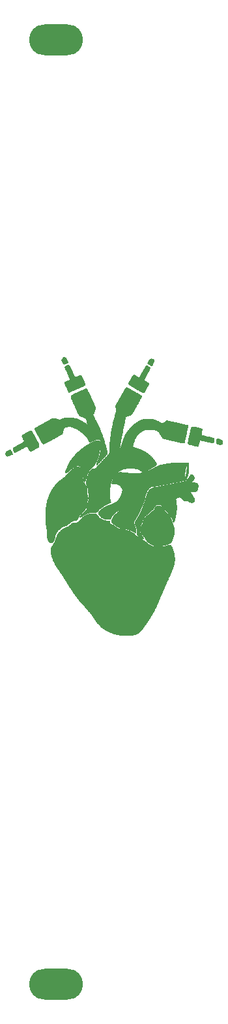
<source format=gtl>
%TF.GenerationSoftware,KiCad,Pcbnew,(6.0.0-0)*%
%TF.CreationDate,2022-02-18T16:10:41+00:00*%
%TF.ProjectId,bbartokk-panels,62626172-746f-46b6-9b2d-70616e656c73,rev?*%
%TF.SameCoordinates,Original*%
%TF.FileFunction,Copper,L1,Top*%
%TF.FilePolarity,Positive*%
%FSLAX46Y46*%
G04 Gerber Fmt 4.6, Leading zero omitted, Abs format (unit mm)*
G04 Created by KiCad (PCBNEW (6.0.0-0)) date 2022-02-18 16:10:41*
%MOMM*%
%LPD*%
G01*
G04 APERTURE LIST*
%TA.AperFunction,EtchedComponent*%
%ADD10C,0.010000*%
%TD*%
%TA.AperFunction,ComponentPad*%
%ADD11O,7.000000X4.000000*%
%TD*%
G04 APERTURE END LIST*
D10*
%TO.C,Ref\u002A\u002A*%
X109072845Y-95182079D02*
X109100427Y-95196907D01*
X109100427Y-95196907D02*
X109103667Y-95209445D01*
X109103667Y-95209445D02*
X109120610Y-95237507D01*
X109120610Y-95237507D02*
X109135417Y-95241195D01*
X109135417Y-95241195D02*
X109163505Y-95256975D01*
X109163505Y-95256975D02*
X109167167Y-95270680D01*
X109167167Y-95270680D02*
X109184240Y-95303356D01*
X109184240Y-95303356D02*
X109198917Y-95312349D01*
X109198917Y-95312349D02*
X109223470Y-95340646D01*
X109223470Y-95340646D02*
X109230667Y-95375849D01*
X109230667Y-95375849D02*
X109242345Y-95420015D01*
X109242345Y-95420015D02*
X109262417Y-95439349D01*
X109262417Y-95439349D02*
X109286970Y-95467646D01*
X109286970Y-95467646D02*
X109294167Y-95502849D01*
X109294167Y-95502849D02*
X109305845Y-95547015D01*
X109305845Y-95547015D02*
X109325917Y-95566349D01*
X109325917Y-95566349D02*
X109350470Y-95594646D01*
X109350470Y-95594646D02*
X109357667Y-95629849D01*
X109357667Y-95629849D02*
X109369345Y-95674015D01*
X109369345Y-95674015D02*
X109389417Y-95693349D01*
X109389417Y-95693349D02*
X109413468Y-95721509D01*
X109413468Y-95721509D02*
X109421167Y-95759778D01*
X109421167Y-95759778D02*
X109432247Y-95805122D01*
X109432247Y-95805122D02*
X109452917Y-95826207D01*
X109452917Y-95826207D02*
X109477814Y-95854596D01*
X109477814Y-95854596D02*
X109484667Y-95887793D01*
X109484667Y-95887793D02*
X109492583Y-95931549D01*
X109492583Y-95931549D02*
X109505258Y-95949922D01*
X109505258Y-95949922D02*
X109523381Y-95976939D01*
X109523381Y-95976939D02*
X109543234Y-96028619D01*
X109543234Y-96028619D02*
X109548407Y-96046422D01*
X109548407Y-96046422D02*
X109566942Y-96098654D01*
X109566942Y-96098654D02*
X109586001Y-96127921D01*
X109586001Y-96127921D02*
X109591316Y-96130195D01*
X109591316Y-96130195D02*
X109606546Y-96148333D01*
X109606546Y-96148333D02*
X109611667Y-96183775D01*
X109611667Y-96183775D02*
X109622877Y-96228854D01*
X109622877Y-96228854D02*
X109643417Y-96249540D01*
X109643417Y-96249540D02*
X109668563Y-96277995D01*
X109668563Y-96277995D02*
X109675167Y-96309784D01*
X109675167Y-96309784D02*
X109688408Y-96359761D01*
X109688408Y-96359761D02*
X109706917Y-96384195D01*
X109706917Y-96384195D02*
X109734022Y-96424553D01*
X109734022Y-96424553D02*
X109738667Y-96447695D01*
X109738667Y-96447695D02*
X109753934Y-96492080D01*
X109753934Y-96492080D02*
X109770417Y-96511195D01*
X109770417Y-96511195D02*
X109797366Y-96548274D01*
X109797366Y-96548274D02*
X109802167Y-96568656D01*
X109802167Y-96568656D02*
X109814517Y-96606042D01*
X109814517Y-96606042D02*
X109844352Y-96653385D01*
X109844352Y-96653385D02*
X109845554Y-96654925D01*
X109845554Y-96654925D02*
X109879227Y-96689306D01*
X109879227Y-96689306D02*
X109918894Y-96703865D01*
X109918894Y-96703865D02*
X109981679Y-96704499D01*
X109981679Y-96704499D02*
X109988429Y-96704112D01*
X109988429Y-96704112D02*
X110055503Y-96694345D01*
X110055503Y-96694345D02*
X110108161Y-96676710D01*
X110108161Y-96676710D02*
X110121334Y-96668168D01*
X110121334Y-96668168D02*
X110168241Y-96644624D01*
X110168241Y-96644624D02*
X110208700Y-96638195D01*
X110208700Y-96638195D02*
X110260361Y-96626405D01*
X110260361Y-96626405D02*
X110289000Y-96606445D01*
X110289000Y-96606445D02*
X110327518Y-96584164D01*
X110327518Y-96584164D02*
X110383635Y-96574697D01*
X110383635Y-96574697D02*
X110384577Y-96574695D01*
X110384577Y-96574695D02*
X110441772Y-96564621D01*
X110441772Y-96564621D02*
X110466416Y-96541830D01*
X110466416Y-96541830D02*
X110485321Y-96522008D01*
X110485321Y-96522008D02*
X110528080Y-96514155D01*
X110528080Y-96514155D02*
X110590388Y-96515372D01*
X110590388Y-96515372D02*
X110656733Y-96521585D01*
X110656733Y-96521585D02*
X110691658Y-96533604D01*
X110691658Y-96533604D02*
X110706066Y-96556280D01*
X110706066Y-96556280D02*
X110708313Y-96567866D01*
X110708313Y-96567866D02*
X110727105Y-96617049D01*
X110727105Y-96617049D02*
X110745354Y-96639249D01*
X110745354Y-96639249D02*
X110771738Y-96679752D01*
X110771738Y-96679752D02*
X110775834Y-96701695D01*
X110775834Y-96701695D02*
X110791100Y-96746080D01*
X110791100Y-96746080D02*
X110807584Y-96765195D01*
X110807584Y-96765195D02*
X110833340Y-96806613D01*
X110833340Y-96806613D02*
X110839334Y-96839605D01*
X110839334Y-96839605D02*
X110851757Y-96882437D01*
X110851757Y-96882437D02*
X110871084Y-96899849D01*
X110871084Y-96899849D02*
X110895246Y-96928040D01*
X110895246Y-96928040D02*
X110902834Y-96965614D01*
X110902834Y-96965614D02*
X110909518Y-97005716D01*
X110909518Y-97005716D02*
X110922574Y-97019195D01*
X110922574Y-97019195D02*
X110942922Y-97036921D01*
X110942922Y-97036921D02*
X110955777Y-97066820D01*
X110955777Y-97066820D02*
X110979079Y-97132029D01*
X110979079Y-97132029D02*
X111017278Y-97220360D01*
X111017278Y-97220360D02*
X111064437Y-97318082D01*
X111064437Y-97318082D02*
X111064798Y-97318794D01*
X111064798Y-97318794D02*
X111085707Y-97369979D01*
X111085707Y-97369979D02*
X111093334Y-97406160D01*
X111093334Y-97406160D02*
X111108352Y-97445095D01*
X111108352Y-97445095D02*
X111125084Y-97463695D01*
X111125084Y-97463695D02*
X111152272Y-97505901D01*
X111152272Y-97505901D02*
X111156834Y-97530531D01*
X111156834Y-97530531D02*
X111168165Y-97578158D01*
X111168165Y-97578158D02*
X111190216Y-97621965D01*
X111190216Y-97621965D02*
X111215219Y-97682730D01*
X111215219Y-97682730D02*
X111212286Y-97736281D01*
X111212286Y-97736281D02*
X111183409Y-97770974D01*
X111183409Y-97770974D02*
X111163662Y-97777174D01*
X111163662Y-97777174D02*
X111114479Y-97795966D01*
X111114479Y-97795966D02*
X111092279Y-97814215D01*
X111092279Y-97814215D02*
X111051824Y-97838905D01*
X111051824Y-97838905D02*
X111018923Y-97844695D01*
X111018923Y-97844695D02*
X110976091Y-97857118D01*
X110976091Y-97857118D02*
X110958679Y-97876445D01*
X110958679Y-97876445D02*
X110930519Y-97900496D01*
X110930519Y-97900496D02*
X110892250Y-97908195D01*
X110892250Y-97908195D02*
X110846906Y-97919275D01*
X110846906Y-97919275D02*
X110825821Y-97939945D01*
X110825821Y-97939945D02*
X110797564Y-97964350D01*
X110797564Y-97964350D02*
X110761474Y-97971695D01*
X110761474Y-97971695D02*
X110707600Y-97984178D01*
X110707600Y-97984178D02*
X110677560Y-98003445D01*
X110677560Y-98003445D02*
X110631235Y-98029225D01*
X110631235Y-98029225D02*
X110596670Y-98035195D01*
X110596670Y-98035195D02*
X110553392Y-98047360D01*
X110553392Y-98047360D02*
X110535346Y-98066945D01*
X110535346Y-98066945D02*
X110506523Y-98090664D01*
X110506523Y-98090664D02*
X110461262Y-98098695D01*
X110461262Y-98098695D02*
X110411138Y-98108810D01*
X110411138Y-98108810D02*
X110387179Y-98130445D01*
X110387179Y-98130445D02*
X110357978Y-98154246D01*
X110357978Y-98154246D02*
X110310831Y-98162195D01*
X110310831Y-98162195D02*
X110260128Y-98171462D01*
X110260128Y-98171462D02*
X110246667Y-98193945D01*
X110246667Y-98193945D02*
X110228186Y-98219430D01*
X110228186Y-98219430D02*
X110192238Y-98225695D01*
X110192238Y-98225695D02*
X110137818Y-98237645D01*
X110137818Y-98237645D02*
X110106060Y-98257445D01*
X110106060Y-98257445D02*
X110059665Y-98283291D01*
X110059665Y-98283291D02*
X110025497Y-98289195D01*
X110025497Y-98289195D02*
X109975309Y-98302230D01*
X109975309Y-98302230D02*
X109950334Y-98320945D01*
X109950334Y-98320945D02*
X109910816Y-98344429D01*
X109910816Y-98344429D02*
X109863075Y-98352695D01*
X109863075Y-98352695D02*
X109814574Y-98362497D01*
X109814574Y-98362497D02*
X109802167Y-98384445D01*
X109802167Y-98384445D02*
X109783346Y-98409717D01*
X109783346Y-98409717D02*
X109740931Y-98416195D01*
X109740931Y-98416195D02*
X109691336Y-98426365D01*
X109691336Y-98426365D02*
X109667512Y-98447945D01*
X109667512Y-98447945D02*
X109639200Y-98472556D01*
X109639200Y-98472556D02*
X109604340Y-98479695D01*
X109604340Y-98479695D02*
X109553534Y-98492171D01*
X109553534Y-98492171D02*
X109527000Y-98511445D01*
X109527000Y-98511445D02*
X109485527Y-98537267D01*
X109485527Y-98537267D02*
X109452917Y-98543195D01*
X109452917Y-98543195D02*
X109403031Y-98556526D01*
X109403031Y-98556526D02*
X109378834Y-98574945D01*
X109378834Y-98574945D02*
X109339316Y-98598429D01*
X109339316Y-98598429D02*
X109291575Y-98606695D01*
X109291575Y-98606695D02*
X109243074Y-98616497D01*
X109243074Y-98616497D02*
X109230667Y-98638445D01*
X109230667Y-98638445D02*
X109216399Y-98660726D01*
X109216399Y-98660726D02*
X109169338Y-98669721D01*
X109169338Y-98669721D02*
X109147682Y-98670195D01*
X109147682Y-98670195D02*
X109092754Y-98666652D01*
X109092754Y-98666652D02*
X109065503Y-98649702D01*
X109065503Y-98649702D02*
X109051455Y-98609864D01*
X109051455Y-98609864D02*
X109050750Y-98606695D01*
X109050750Y-98606695D02*
X109035391Y-98562257D01*
X109035391Y-98562257D02*
X109017700Y-98543206D01*
X109017700Y-98543206D02*
X109017318Y-98543195D01*
X109017318Y-98543195D02*
X109001292Y-98525518D01*
X109001292Y-98525518D02*
X108997834Y-98502373D01*
X108997834Y-98502373D02*
X108983440Y-98453843D01*
X108983440Y-98453843D02*
X108966084Y-98429802D01*
X108966084Y-98429802D02*
X108940000Y-98393057D01*
X108940000Y-98393057D02*
X108934334Y-98373347D01*
X108934334Y-98373347D02*
X108925348Y-98337701D01*
X108925348Y-98337701D02*
X108905798Y-98292460D01*
X108905798Y-98292460D02*
X108866185Y-98211459D01*
X108866185Y-98211459D02*
X108824814Y-98121935D01*
X108824814Y-98121935D02*
X108785732Y-98033287D01*
X108785732Y-98033287D02*
X108752985Y-97954915D01*
X108752985Y-97954915D02*
X108730618Y-97896219D01*
X108730618Y-97896219D02*
X108722667Y-97867022D01*
X108722667Y-97867022D02*
X108707252Y-97845537D01*
X108707252Y-97845537D02*
X108701500Y-97844695D01*
X108701500Y-97844695D02*
X108681286Y-97828320D01*
X108681286Y-97828320D02*
X108680334Y-97821435D01*
X108680334Y-97821435D02*
X108672159Y-97787526D01*
X108672159Y-97787526D02*
X108652265Y-97736284D01*
X108652265Y-97736284D02*
X108650113Y-97731477D01*
X108650113Y-97731477D02*
X108602519Y-97625627D01*
X108602519Y-97625627D02*
X108570444Y-97550791D01*
X108570444Y-97550791D02*
X108551640Y-97499556D01*
X108551640Y-97499556D02*
X108543856Y-97464513D01*
X108543856Y-97464513D02*
X108544845Y-97438250D01*
X108544845Y-97438250D02*
X108552357Y-97413356D01*
X108552357Y-97413356D02*
X108553029Y-97411578D01*
X108553029Y-97411578D02*
X108592875Y-97361422D01*
X108592875Y-97361422D02*
X108637176Y-97344268D01*
X108637176Y-97344268D02*
X108690805Y-97325891D01*
X108690805Y-97325891D02*
X108724784Y-97302394D01*
X108724784Y-97302394D02*
X108763839Y-97279296D01*
X108763839Y-97279296D02*
X108800006Y-97273195D01*
X108800006Y-97273195D02*
X108844040Y-97261446D01*
X108844040Y-97261446D02*
X108863179Y-97241445D01*
X108863179Y-97241445D02*
X108891634Y-97216298D01*
X108891634Y-97216298D02*
X108923423Y-97209695D01*
X108923423Y-97209695D02*
X108973400Y-97196454D01*
X108973400Y-97196454D02*
X108997834Y-97177945D01*
X108997834Y-97177945D02*
X109038881Y-97152631D01*
X109038881Y-97152631D02*
X109074509Y-97146195D01*
X109074509Y-97146195D02*
X109115121Y-97134678D01*
X109115121Y-97134678D02*
X109124834Y-97114445D01*
X109124834Y-97114445D02*
X109142214Y-97087835D01*
X109142214Y-97087835D02*
X109162933Y-97082695D01*
X109162933Y-97082695D02*
X109213863Y-97065308D01*
X109213863Y-97065308D02*
X109244976Y-97022847D01*
X109244976Y-97022847D02*
X109251363Y-96969859D01*
X109251363Y-96969859D02*
X109228115Y-96920893D01*
X109228115Y-96920893D02*
X109220084Y-96913361D01*
X109220084Y-96913361D02*
X109196702Y-96873929D01*
X109196702Y-96873929D02*
X109188334Y-96825438D01*
X109188334Y-96825438D02*
X109178191Y-96775574D01*
X109178191Y-96775574D02*
X109156584Y-96751682D01*
X109156584Y-96751682D02*
X109131160Y-96723155D01*
X109131160Y-96723155D02*
X109124834Y-96692892D01*
X109124834Y-96692892D02*
X109112120Y-96638544D01*
X109112120Y-96638544D02*
X109093757Y-96605198D01*
X109093757Y-96605198D02*
X109068479Y-96553772D01*
X109068479Y-96553772D02*
X109062007Y-96519078D01*
X109062007Y-96519078D02*
X109047275Y-96469866D01*
X109047275Y-96469866D02*
X109029584Y-96447695D01*
X109029584Y-96447695D02*
X109002451Y-96406741D01*
X109002451Y-96406741D02*
X108997834Y-96383115D01*
X108997834Y-96383115D02*
X108983552Y-96336952D01*
X108983552Y-96336952D02*
X108966084Y-96313135D01*
X108966084Y-96313135D02*
X108939887Y-96274468D01*
X108939887Y-96274468D02*
X108934334Y-96252833D01*
X108934334Y-96252833D02*
X108922945Y-96213832D01*
X108922945Y-96213832D02*
X108905288Y-96182529D01*
X108905288Y-96182529D02*
X108879867Y-96131548D01*
X108879867Y-96131548D02*
X108861273Y-96071986D01*
X108861273Y-96071986D02*
X108845926Y-96025339D01*
X108845926Y-96025339D02*
X108828487Y-96003431D01*
X108828487Y-96003431D02*
X108826818Y-96003195D01*
X108826818Y-96003195D02*
X108808227Y-95986389D01*
X108808227Y-95986389D02*
X108806615Y-95976736D01*
X108806615Y-95976736D02*
X108797478Y-95942470D01*
X108797478Y-95942470D02*
X108775392Y-95887944D01*
X108775392Y-95887944D02*
X108765000Y-95865611D01*
X108765000Y-95865611D02*
X108739709Y-95807942D01*
X108739709Y-95807942D02*
X108724907Y-95763968D01*
X108724907Y-95763968D02*
X108723385Y-95754486D01*
X108723385Y-95754486D02*
X108709296Y-95729873D01*
X108709296Y-95729873D02*
X108701500Y-95728028D01*
X108701500Y-95728028D02*
X108683199Y-95710522D01*
X108683199Y-95710522D02*
X108679615Y-95690986D01*
X108679615Y-95690986D02*
X108670277Y-95649584D01*
X108670277Y-95649584D02*
X108647760Y-95590508D01*
X108647760Y-95590508D02*
X108638000Y-95569278D01*
X108638000Y-95569278D02*
X108612388Y-95507849D01*
X108612388Y-95507849D02*
X108597690Y-95456391D01*
X108597690Y-95456391D02*
X108596385Y-95444705D01*
X108596385Y-95444705D02*
X108610360Y-95406942D01*
X108610360Y-95406942D02*
X108644476Y-95361101D01*
X108644476Y-95361101D02*
X108685466Y-95322067D01*
X108685466Y-95322067D02*
X108720063Y-95304726D01*
X108720063Y-95304726D02*
X108721166Y-95304695D01*
X108721166Y-95304695D02*
X108747781Y-95290260D01*
X108747781Y-95290260D02*
X108765000Y-95272945D01*
X108765000Y-95272945D02*
X108805359Y-95245840D01*
X108805359Y-95245840D02*
X108828500Y-95241195D01*
X108828500Y-95241195D02*
X108872885Y-95225928D01*
X108872885Y-95225928D02*
X108892000Y-95209445D01*
X108892000Y-95209445D02*
X108933420Y-95187107D01*
X108933420Y-95187107D02*
X109003023Y-95177778D01*
X109003023Y-95177778D02*
X109011009Y-95177695D01*
X109011009Y-95177695D02*
X109072845Y-95182079D01*
X109072845Y-95182079D02*
X109072845Y-95182079D01*
G36*
X109072845Y-95182079D02*
G01*
X109100427Y-95196907D01*
X109103667Y-95209445D01*
X109120610Y-95237507D01*
X109135417Y-95241195D01*
X109163505Y-95256975D01*
X109167167Y-95270680D01*
X109184240Y-95303356D01*
X109198917Y-95312349D01*
X109223470Y-95340646D01*
X109230667Y-95375849D01*
X109242345Y-95420015D01*
X109262417Y-95439349D01*
X109286970Y-95467646D01*
X109294167Y-95502849D01*
X109305845Y-95547015D01*
X109325917Y-95566349D01*
X109350470Y-95594646D01*
X109357667Y-95629849D01*
X109369345Y-95674015D01*
X109389417Y-95693349D01*
X109413468Y-95721509D01*
X109421167Y-95759778D01*
X109432247Y-95805122D01*
X109452917Y-95826207D01*
X109477814Y-95854596D01*
X109484667Y-95887793D01*
X109492583Y-95931549D01*
X109505258Y-95949922D01*
X109523381Y-95976939D01*
X109543234Y-96028619D01*
X109548407Y-96046422D01*
X109566942Y-96098654D01*
X109586001Y-96127921D01*
X109591316Y-96130195D01*
X109606546Y-96148333D01*
X109611667Y-96183775D01*
X109622877Y-96228854D01*
X109643417Y-96249540D01*
X109668563Y-96277995D01*
X109675167Y-96309784D01*
X109688408Y-96359761D01*
X109706917Y-96384195D01*
X109734022Y-96424553D01*
X109738667Y-96447695D01*
X109753934Y-96492080D01*
X109770417Y-96511195D01*
X109797366Y-96548274D01*
X109802167Y-96568656D01*
X109814517Y-96606042D01*
X109844352Y-96653385D01*
X109845554Y-96654925D01*
X109879227Y-96689306D01*
X109918894Y-96703865D01*
X109981679Y-96704499D01*
X109988429Y-96704112D01*
X110055503Y-96694345D01*
X110108161Y-96676710D01*
X110121334Y-96668168D01*
X110168241Y-96644624D01*
X110208700Y-96638195D01*
X110260361Y-96626405D01*
X110289000Y-96606445D01*
X110327518Y-96584164D01*
X110383635Y-96574697D01*
X110384577Y-96574695D01*
X110441772Y-96564621D01*
X110466416Y-96541830D01*
X110485321Y-96522008D01*
X110528080Y-96514155D01*
X110590388Y-96515372D01*
X110656733Y-96521585D01*
X110691658Y-96533604D01*
X110706066Y-96556280D01*
X110708313Y-96567866D01*
X110727105Y-96617049D01*
X110745354Y-96639249D01*
X110771738Y-96679752D01*
X110775834Y-96701695D01*
X110791100Y-96746080D01*
X110807584Y-96765195D01*
X110833340Y-96806613D01*
X110839334Y-96839605D01*
X110851757Y-96882437D01*
X110871084Y-96899849D01*
X110895246Y-96928040D01*
X110902834Y-96965614D01*
X110909518Y-97005716D01*
X110922574Y-97019195D01*
X110942922Y-97036921D01*
X110955777Y-97066820D01*
X110979079Y-97132029D01*
X111017278Y-97220360D01*
X111064437Y-97318082D01*
X111064798Y-97318794D01*
X111085707Y-97369979D01*
X111093334Y-97406160D01*
X111108352Y-97445095D01*
X111125084Y-97463695D01*
X111152272Y-97505901D01*
X111156834Y-97530531D01*
X111168165Y-97578158D01*
X111190216Y-97621965D01*
X111215219Y-97682730D01*
X111212286Y-97736281D01*
X111183409Y-97770974D01*
X111163662Y-97777174D01*
X111114479Y-97795966D01*
X111092279Y-97814215D01*
X111051824Y-97838905D01*
X111018923Y-97844695D01*
X110976091Y-97857118D01*
X110958679Y-97876445D01*
X110930519Y-97900496D01*
X110892250Y-97908195D01*
X110846906Y-97919275D01*
X110825821Y-97939945D01*
X110797564Y-97964350D01*
X110761474Y-97971695D01*
X110707600Y-97984178D01*
X110677560Y-98003445D01*
X110631235Y-98029225D01*
X110596670Y-98035195D01*
X110553392Y-98047360D01*
X110535346Y-98066945D01*
X110506523Y-98090664D01*
X110461262Y-98098695D01*
X110411138Y-98108810D01*
X110387179Y-98130445D01*
X110357978Y-98154246D01*
X110310831Y-98162195D01*
X110260128Y-98171462D01*
X110246667Y-98193945D01*
X110228186Y-98219430D01*
X110192238Y-98225695D01*
X110137818Y-98237645D01*
X110106060Y-98257445D01*
X110059665Y-98283291D01*
X110025497Y-98289195D01*
X109975309Y-98302230D01*
X109950334Y-98320945D01*
X109910816Y-98344429D01*
X109863075Y-98352695D01*
X109814574Y-98362497D01*
X109802167Y-98384445D01*
X109783346Y-98409717D01*
X109740931Y-98416195D01*
X109691336Y-98426365D01*
X109667512Y-98447945D01*
X109639200Y-98472556D01*
X109604340Y-98479695D01*
X109553534Y-98492171D01*
X109527000Y-98511445D01*
X109485527Y-98537267D01*
X109452917Y-98543195D01*
X109403031Y-98556526D01*
X109378834Y-98574945D01*
X109339316Y-98598429D01*
X109291575Y-98606695D01*
X109243074Y-98616497D01*
X109230667Y-98638445D01*
X109216399Y-98660726D01*
X109169338Y-98669721D01*
X109147682Y-98670195D01*
X109092754Y-98666652D01*
X109065503Y-98649702D01*
X109051455Y-98609864D01*
X109050750Y-98606695D01*
X109035391Y-98562257D01*
X109017700Y-98543206D01*
X109017318Y-98543195D01*
X109001292Y-98525518D01*
X108997834Y-98502373D01*
X108983440Y-98453843D01*
X108966084Y-98429802D01*
X108940000Y-98393057D01*
X108934334Y-98373347D01*
X108925348Y-98337701D01*
X108905798Y-98292460D01*
X108866185Y-98211459D01*
X108824814Y-98121935D01*
X108785732Y-98033287D01*
X108752985Y-97954915D01*
X108730618Y-97896219D01*
X108722667Y-97867022D01*
X108707252Y-97845537D01*
X108701500Y-97844695D01*
X108681286Y-97828320D01*
X108680334Y-97821435D01*
X108672159Y-97787526D01*
X108652265Y-97736284D01*
X108650113Y-97731477D01*
X108602519Y-97625627D01*
X108570444Y-97550791D01*
X108551640Y-97499556D01*
X108543856Y-97464513D01*
X108544845Y-97438250D01*
X108552357Y-97413356D01*
X108553029Y-97411578D01*
X108592875Y-97361422D01*
X108637176Y-97344268D01*
X108690805Y-97325891D01*
X108724784Y-97302394D01*
X108763839Y-97279296D01*
X108800006Y-97273195D01*
X108844040Y-97261446D01*
X108863179Y-97241445D01*
X108891634Y-97216298D01*
X108923423Y-97209695D01*
X108973400Y-97196454D01*
X108997834Y-97177945D01*
X109038881Y-97152631D01*
X109074509Y-97146195D01*
X109115121Y-97134678D01*
X109124834Y-97114445D01*
X109142214Y-97087835D01*
X109162933Y-97082695D01*
X109213863Y-97065308D01*
X109244976Y-97022847D01*
X109251363Y-96969859D01*
X109228115Y-96920893D01*
X109220084Y-96913361D01*
X109196702Y-96873929D01*
X109188334Y-96825438D01*
X109178191Y-96775574D01*
X109156584Y-96751682D01*
X109131160Y-96723155D01*
X109124834Y-96692892D01*
X109112120Y-96638544D01*
X109093757Y-96605198D01*
X109068479Y-96553772D01*
X109062007Y-96519078D01*
X109047275Y-96469866D01*
X109029584Y-96447695D01*
X109002451Y-96406741D01*
X108997834Y-96383115D01*
X108983552Y-96336952D01*
X108966084Y-96313135D01*
X108939887Y-96274468D01*
X108934334Y-96252833D01*
X108922945Y-96213832D01*
X108905288Y-96182529D01*
X108879867Y-96131548D01*
X108861273Y-96071986D01*
X108845926Y-96025339D01*
X108828487Y-96003431D01*
X108826818Y-96003195D01*
X108808227Y-95986389D01*
X108806615Y-95976736D01*
X108797478Y-95942470D01*
X108775392Y-95887944D01*
X108765000Y-95865611D01*
X108739709Y-95807942D01*
X108724907Y-95763968D01*
X108723385Y-95754486D01*
X108709296Y-95729873D01*
X108701500Y-95728028D01*
X108683199Y-95710522D01*
X108679615Y-95690986D01*
X108670277Y-95649584D01*
X108647760Y-95590508D01*
X108638000Y-95569278D01*
X108612388Y-95507849D01*
X108597690Y-95456391D01*
X108596385Y-95444705D01*
X108610360Y-95406942D01*
X108644476Y-95361101D01*
X108685466Y-95322067D01*
X108720063Y-95304726D01*
X108721166Y-95304695D01*
X108747781Y-95290260D01*
X108765000Y-95272945D01*
X108805359Y-95245840D01*
X108828500Y-95241195D01*
X108872885Y-95225928D01*
X108892000Y-95209445D01*
X108933420Y-95187107D01*
X109003023Y-95177778D01*
X109011009Y-95177695D01*
X109072845Y-95182079D01*
G37*
X109072845Y-95182079D02*
X109100427Y-95196907D01*
X109103667Y-95209445D01*
X109120610Y-95237507D01*
X109135417Y-95241195D01*
X109163505Y-95256975D01*
X109167167Y-95270680D01*
X109184240Y-95303356D01*
X109198917Y-95312349D01*
X109223470Y-95340646D01*
X109230667Y-95375849D01*
X109242345Y-95420015D01*
X109262417Y-95439349D01*
X109286970Y-95467646D01*
X109294167Y-95502849D01*
X109305845Y-95547015D01*
X109325917Y-95566349D01*
X109350470Y-95594646D01*
X109357667Y-95629849D01*
X109369345Y-95674015D01*
X109389417Y-95693349D01*
X109413468Y-95721509D01*
X109421167Y-95759778D01*
X109432247Y-95805122D01*
X109452917Y-95826207D01*
X109477814Y-95854596D01*
X109484667Y-95887793D01*
X109492583Y-95931549D01*
X109505258Y-95949922D01*
X109523381Y-95976939D01*
X109543234Y-96028619D01*
X109548407Y-96046422D01*
X109566942Y-96098654D01*
X109586001Y-96127921D01*
X109591316Y-96130195D01*
X109606546Y-96148333D01*
X109611667Y-96183775D01*
X109622877Y-96228854D01*
X109643417Y-96249540D01*
X109668563Y-96277995D01*
X109675167Y-96309784D01*
X109688408Y-96359761D01*
X109706917Y-96384195D01*
X109734022Y-96424553D01*
X109738667Y-96447695D01*
X109753934Y-96492080D01*
X109770417Y-96511195D01*
X109797366Y-96548274D01*
X109802167Y-96568656D01*
X109814517Y-96606042D01*
X109844352Y-96653385D01*
X109845554Y-96654925D01*
X109879227Y-96689306D01*
X109918894Y-96703865D01*
X109981679Y-96704499D01*
X109988429Y-96704112D01*
X110055503Y-96694345D01*
X110108161Y-96676710D01*
X110121334Y-96668168D01*
X110168241Y-96644624D01*
X110208700Y-96638195D01*
X110260361Y-96626405D01*
X110289000Y-96606445D01*
X110327518Y-96584164D01*
X110383635Y-96574697D01*
X110384577Y-96574695D01*
X110441772Y-96564621D01*
X110466416Y-96541830D01*
X110485321Y-96522008D01*
X110528080Y-96514155D01*
X110590388Y-96515372D01*
X110656733Y-96521585D01*
X110691658Y-96533604D01*
X110706066Y-96556280D01*
X110708313Y-96567866D01*
X110727105Y-96617049D01*
X110745354Y-96639249D01*
X110771738Y-96679752D01*
X110775834Y-96701695D01*
X110791100Y-96746080D01*
X110807584Y-96765195D01*
X110833340Y-96806613D01*
X110839334Y-96839605D01*
X110851757Y-96882437D01*
X110871084Y-96899849D01*
X110895246Y-96928040D01*
X110902834Y-96965614D01*
X110909518Y-97005716D01*
X110922574Y-97019195D01*
X110942922Y-97036921D01*
X110955777Y-97066820D01*
X110979079Y-97132029D01*
X111017278Y-97220360D01*
X111064437Y-97318082D01*
X111064798Y-97318794D01*
X111085707Y-97369979D01*
X111093334Y-97406160D01*
X111108352Y-97445095D01*
X111125084Y-97463695D01*
X111152272Y-97505901D01*
X111156834Y-97530531D01*
X111168165Y-97578158D01*
X111190216Y-97621965D01*
X111215219Y-97682730D01*
X111212286Y-97736281D01*
X111183409Y-97770974D01*
X111163662Y-97777174D01*
X111114479Y-97795966D01*
X111092279Y-97814215D01*
X111051824Y-97838905D01*
X111018923Y-97844695D01*
X110976091Y-97857118D01*
X110958679Y-97876445D01*
X110930519Y-97900496D01*
X110892250Y-97908195D01*
X110846906Y-97919275D01*
X110825821Y-97939945D01*
X110797564Y-97964350D01*
X110761474Y-97971695D01*
X110707600Y-97984178D01*
X110677560Y-98003445D01*
X110631235Y-98029225D01*
X110596670Y-98035195D01*
X110553392Y-98047360D01*
X110535346Y-98066945D01*
X110506523Y-98090664D01*
X110461262Y-98098695D01*
X110411138Y-98108810D01*
X110387179Y-98130445D01*
X110357978Y-98154246D01*
X110310831Y-98162195D01*
X110260128Y-98171462D01*
X110246667Y-98193945D01*
X110228186Y-98219430D01*
X110192238Y-98225695D01*
X110137818Y-98237645D01*
X110106060Y-98257445D01*
X110059665Y-98283291D01*
X110025497Y-98289195D01*
X109975309Y-98302230D01*
X109950334Y-98320945D01*
X109910816Y-98344429D01*
X109863075Y-98352695D01*
X109814574Y-98362497D01*
X109802167Y-98384445D01*
X109783346Y-98409717D01*
X109740931Y-98416195D01*
X109691336Y-98426365D01*
X109667512Y-98447945D01*
X109639200Y-98472556D01*
X109604340Y-98479695D01*
X109553534Y-98492171D01*
X109527000Y-98511445D01*
X109485527Y-98537267D01*
X109452917Y-98543195D01*
X109403031Y-98556526D01*
X109378834Y-98574945D01*
X109339316Y-98598429D01*
X109291575Y-98606695D01*
X109243074Y-98616497D01*
X109230667Y-98638445D01*
X109216399Y-98660726D01*
X109169338Y-98669721D01*
X109147682Y-98670195D01*
X109092754Y-98666652D01*
X109065503Y-98649702D01*
X109051455Y-98609864D01*
X109050750Y-98606695D01*
X109035391Y-98562257D01*
X109017700Y-98543206D01*
X109017318Y-98543195D01*
X109001292Y-98525518D01*
X108997834Y-98502373D01*
X108983440Y-98453843D01*
X108966084Y-98429802D01*
X108940000Y-98393057D01*
X108934334Y-98373347D01*
X108925348Y-98337701D01*
X108905798Y-98292460D01*
X108866185Y-98211459D01*
X108824814Y-98121935D01*
X108785732Y-98033287D01*
X108752985Y-97954915D01*
X108730618Y-97896219D01*
X108722667Y-97867022D01*
X108707252Y-97845537D01*
X108701500Y-97844695D01*
X108681286Y-97828320D01*
X108680334Y-97821435D01*
X108672159Y-97787526D01*
X108652265Y-97736284D01*
X108650113Y-97731477D01*
X108602519Y-97625627D01*
X108570444Y-97550791D01*
X108551640Y-97499556D01*
X108543856Y-97464513D01*
X108544845Y-97438250D01*
X108552357Y-97413356D01*
X108553029Y-97411578D01*
X108592875Y-97361422D01*
X108637176Y-97344268D01*
X108690805Y-97325891D01*
X108724784Y-97302394D01*
X108763839Y-97279296D01*
X108800006Y-97273195D01*
X108844040Y-97261446D01*
X108863179Y-97241445D01*
X108891634Y-97216298D01*
X108923423Y-97209695D01*
X108973400Y-97196454D01*
X108997834Y-97177945D01*
X109038881Y-97152631D01*
X109074509Y-97146195D01*
X109115121Y-97134678D01*
X109124834Y-97114445D01*
X109142214Y-97087835D01*
X109162933Y-97082695D01*
X109213863Y-97065308D01*
X109244976Y-97022847D01*
X109251363Y-96969859D01*
X109228115Y-96920893D01*
X109220084Y-96913361D01*
X109196702Y-96873929D01*
X109188334Y-96825438D01*
X109178191Y-96775574D01*
X109156584Y-96751682D01*
X109131160Y-96723155D01*
X109124834Y-96692892D01*
X109112120Y-96638544D01*
X109093757Y-96605198D01*
X109068479Y-96553772D01*
X109062007Y-96519078D01*
X109047275Y-96469866D01*
X109029584Y-96447695D01*
X109002451Y-96406741D01*
X108997834Y-96383115D01*
X108983552Y-96336952D01*
X108966084Y-96313135D01*
X108939887Y-96274468D01*
X108934334Y-96252833D01*
X108922945Y-96213832D01*
X108905288Y-96182529D01*
X108879867Y-96131548D01*
X108861273Y-96071986D01*
X108845926Y-96025339D01*
X108828487Y-96003431D01*
X108826818Y-96003195D01*
X108808227Y-95986389D01*
X108806615Y-95976736D01*
X108797478Y-95942470D01*
X108775392Y-95887944D01*
X108765000Y-95865611D01*
X108739709Y-95807942D01*
X108724907Y-95763968D01*
X108723385Y-95754486D01*
X108709296Y-95729873D01*
X108701500Y-95728028D01*
X108683199Y-95710522D01*
X108679615Y-95690986D01*
X108670277Y-95649584D01*
X108647760Y-95590508D01*
X108638000Y-95569278D01*
X108612388Y-95507849D01*
X108597690Y-95456391D01*
X108596385Y-95444705D01*
X108610360Y-95406942D01*
X108644476Y-95361101D01*
X108685466Y-95322067D01*
X108720063Y-95304726D01*
X108721166Y-95304695D01*
X108747781Y-95290260D01*
X108765000Y-95272945D01*
X108805359Y-95245840D01*
X108828500Y-95241195D01*
X108872885Y-95225928D01*
X108892000Y-95209445D01*
X108933420Y-95187107D01*
X109003023Y-95177778D01*
X109011009Y-95177695D01*
X109072845Y-95182079D01*
X119251292Y-95251634D02*
X119284834Y-95272945D01*
X119284834Y-95272945D02*
X119325372Y-95300058D01*
X119325372Y-95300058D02*
X119348661Y-95304695D01*
X119348661Y-95304695D02*
X119386963Y-95320372D01*
X119386963Y-95320372D02*
X119398321Y-95336445D01*
X119398321Y-95336445D02*
X119426999Y-95362454D01*
X119426999Y-95362454D02*
X119454167Y-95368195D01*
X119454167Y-95368195D02*
X119495152Y-95381791D01*
X119495152Y-95381791D02*
X119510012Y-95399945D01*
X119510012Y-95399945D02*
X119536663Y-95428076D01*
X119536663Y-95428076D02*
X119551681Y-95431695D01*
X119551681Y-95431695D02*
X119578351Y-95444730D01*
X119578351Y-95444730D02*
X119581167Y-95454373D01*
X119581167Y-95454373D02*
X119594783Y-95486577D01*
X119594783Y-95486577D02*
X119612917Y-95508802D01*
X119612917Y-95508802D02*
X119641702Y-95549748D01*
X119641702Y-95549748D02*
X119632785Y-95586244D01*
X119632785Y-95586244D02*
X119616166Y-95605339D01*
X119616166Y-95605339D02*
X119593427Y-95644417D01*
X119593427Y-95644417D02*
X119574834Y-95703106D01*
X119574834Y-95703106D02*
X119572873Y-95712684D01*
X119572873Y-95712684D02*
X119558604Y-95763372D01*
X119558604Y-95763372D02*
X119541762Y-95790234D01*
X119541762Y-95790234D02*
X119537874Y-95791528D01*
X119537874Y-95791528D02*
X119521255Y-95809197D01*
X119521255Y-95809197D02*
X119517667Y-95832349D01*
X119517667Y-95832349D02*
X119503274Y-95880879D01*
X119503274Y-95880879D02*
X119485917Y-95904921D01*
X119485917Y-95904921D02*
X119459626Y-95945215D01*
X119459626Y-95945215D02*
X119454167Y-95968421D01*
X119454167Y-95968421D02*
X119440497Y-96010641D01*
X119440497Y-96010641D02*
X119427709Y-96028141D01*
X119427709Y-96028141D02*
X119403440Y-96062718D01*
X119403440Y-96062718D02*
X119370904Y-96119867D01*
X119370904Y-96119867D02*
X119352380Y-96156173D01*
X119352380Y-96156173D02*
X119321070Y-96215206D01*
X119321070Y-96215206D02*
X119294278Y-96257074D01*
X119294278Y-96257074D02*
X119283588Y-96268548D01*
X119283588Y-96268548D02*
X119266963Y-96297642D01*
X119266963Y-96297642D02*
X119263667Y-96322608D01*
X119263667Y-96322608D02*
X119249488Y-96362773D01*
X119249488Y-96362773D02*
X119231917Y-96376540D01*
X119231917Y-96376540D02*
X119204565Y-96405542D01*
X119204565Y-96405542D02*
X119200167Y-96426201D01*
X119200167Y-96426201D02*
X119184886Y-96470886D01*
X119184886Y-96470886D02*
X119168417Y-96490028D01*
X119168417Y-96490028D02*
X119141560Y-96525264D01*
X119141560Y-96525264D02*
X119136667Y-96544024D01*
X119136667Y-96544024D02*
X119123201Y-96582319D01*
X119123201Y-96582319D02*
X119110209Y-96599641D01*
X119110209Y-96599641D02*
X119085940Y-96634218D01*
X119085940Y-96634218D02*
X119053404Y-96691367D01*
X119053404Y-96691367D02*
X119034880Y-96727673D01*
X119034880Y-96727673D02*
X119003570Y-96786706D01*
X119003570Y-96786706D02*
X118976778Y-96828574D01*
X118976778Y-96828574D02*
X118966088Y-96840048D01*
X118966088Y-96840048D02*
X118949007Y-96869350D01*
X118949007Y-96869350D02*
X118946167Y-96890852D01*
X118946167Y-96890852D02*
X118930845Y-96936671D01*
X118930845Y-96936671D02*
X118914977Y-96955230D01*
X118914977Y-96955230D02*
X118889692Y-96993110D01*
X118889692Y-96993110D02*
X118870967Y-97049608D01*
X118870967Y-97049608D02*
X118870289Y-97053064D01*
X118870289Y-97053064D02*
X118868387Y-97103718D01*
X118868387Y-97103718D02*
X118887725Y-97146601D01*
X118887725Y-97146601D02*
X118933975Y-97188110D01*
X118933975Y-97188110D02*
X119012810Y-97234645D01*
X119012810Y-97234645D02*
X119046709Y-97252076D01*
X119046709Y-97252076D02*
X119099562Y-97282446D01*
X119099562Y-97282446D02*
X119131911Y-97308320D01*
X119131911Y-97308320D02*
X119136667Y-97317013D01*
X119136667Y-97317013D02*
X119154291Y-97333342D01*
X119154291Y-97333342D02*
X119176408Y-97336695D01*
X119176408Y-97336695D02*
X119223176Y-97352068D01*
X119223176Y-97352068D02*
X119242500Y-97368445D01*
X119242500Y-97368445D02*
X119276201Y-97395223D01*
X119276201Y-97395223D02*
X119293564Y-97400195D01*
X119293564Y-97400195D02*
X119321805Y-97413489D01*
X119321805Y-97413489D02*
X119368666Y-97447773D01*
X119368666Y-97447773D02*
X119407389Y-97480839D01*
X119407389Y-97480839D02*
X119465680Y-97545072D01*
X119465680Y-97545072D02*
X119494626Y-97602834D01*
X119494626Y-97602834D02*
X119491833Y-97647644D01*
X119491833Y-97647644D02*
X119475334Y-97664778D01*
X119475334Y-97664778D02*
X119457397Y-97694707D01*
X119457397Y-97694707D02*
X119454167Y-97717892D01*
X119454167Y-97717892D02*
X119441497Y-97760109D01*
X119441497Y-97760109D02*
X119427689Y-97774851D01*
X119427689Y-97774851D02*
X119403518Y-97802268D01*
X119403518Y-97802268D02*
X119370187Y-97854255D01*
X119370187Y-97854255D02*
X119348314Y-97893987D01*
X119348314Y-97893987D02*
X119301160Y-97984432D01*
X119301160Y-97984432D02*
X119269029Y-98043607D01*
X119269029Y-98043607D02*
X119247844Y-98078026D01*
X119247844Y-98078026D02*
X119233529Y-98094199D01*
X119233529Y-98094199D02*
X119222008Y-98098638D01*
X119222008Y-98098638D02*
X119220179Y-98098695D01*
X119220179Y-98098695D02*
X119203720Y-98116366D01*
X119203720Y-98116366D02*
X119200167Y-98139516D01*
X119200167Y-98139516D02*
X119186739Y-98188728D01*
X119186739Y-98188728D02*
X119173219Y-98208308D01*
X119173219Y-98208308D02*
X119149651Y-98242289D01*
X119149651Y-98242289D02*
X119117442Y-98300241D01*
X119117442Y-98300241D02*
X119094138Y-98347403D01*
X119094138Y-98347403D02*
X119063519Y-98407215D01*
X119063519Y-98407215D02*
X119037968Y-98447557D01*
X119037968Y-98447557D02*
X119025836Y-98458528D01*
X119025836Y-98458528D02*
X119011556Y-98475784D01*
X119011556Y-98475784D02*
X119009667Y-98490942D01*
X119009667Y-98490942D02*
X118992855Y-98526535D01*
X118992855Y-98526535D02*
X118979827Y-98534807D01*
X118979827Y-98534807D02*
X118952093Y-98562493D01*
X118952093Y-98562493D02*
X118937009Y-98597967D01*
X118937009Y-98597967D02*
X118900348Y-98677406D01*
X118900348Y-98677406D02*
X118839019Y-98722505D01*
X118839019Y-98722505D02*
X118772129Y-98733695D01*
X118772129Y-98733695D02*
X118715046Y-98727809D01*
X118715046Y-98727809D02*
X118692930Y-98708586D01*
X118692930Y-98708586D02*
X118692167Y-98701945D01*
X118692167Y-98701945D02*
X118673235Y-98676738D01*
X118673235Y-98676738D02*
X118628667Y-98670195D01*
X118628667Y-98670195D02*
X118578254Y-98660728D01*
X118578254Y-98660728D02*
X118565167Y-98638445D01*
X118565167Y-98638445D02*
X118546731Y-98612931D01*
X118546731Y-98612931D02*
X118511586Y-98606695D01*
X118511586Y-98606695D02*
X118466507Y-98595484D01*
X118466507Y-98595484D02*
X118445821Y-98574945D01*
X118445821Y-98574945D02*
X118416820Y-98547592D01*
X118416820Y-98547592D02*
X118396161Y-98543195D01*
X118396161Y-98543195D02*
X118351475Y-98527914D01*
X118351475Y-98527914D02*
X118332334Y-98511445D01*
X118332334Y-98511445D02*
X118297493Y-98484607D01*
X118297493Y-98484607D02*
X118279090Y-98479695D01*
X118279090Y-98479695D02*
X118248751Y-98462670D01*
X118248751Y-98462670D02*
X118240012Y-98447945D01*
X118240012Y-98447945D02*
X118211822Y-98423782D01*
X118211822Y-98423782D02*
X118174248Y-98416195D01*
X118174248Y-98416195D02*
X118131191Y-98405270D01*
X118131191Y-98405270D02*
X118120667Y-98384445D01*
X118120667Y-98384445D02*
X118102324Y-98358874D01*
X118102324Y-98358874D02*
X118068802Y-98352695D01*
X118068802Y-98352695D02*
X118022201Y-98342721D01*
X118022201Y-98342721D02*
X118000010Y-98325904D01*
X118000010Y-98325904D02*
X117971611Y-98301249D01*
X117971611Y-98301249D02*
X117919623Y-98270189D01*
X117919623Y-98270189D02*
X117893368Y-98257113D01*
X117893368Y-98257113D02*
X117840119Y-98227017D01*
X117840119Y-98227017D02*
X117807836Y-98198813D01*
X117807836Y-98198813D02*
X117803410Y-98188653D01*
X117803410Y-98188653D02*
X117784558Y-98169450D01*
X117784558Y-98169450D02*
X117739667Y-98162195D01*
X117739667Y-98162195D02*
X117689254Y-98152728D01*
X117689254Y-98152728D02*
X117676167Y-98130445D01*
X117676167Y-98130445D02*
X117658694Y-98104184D01*
X117658694Y-98104184D02*
X117636425Y-98098695D01*
X117636425Y-98098695D02*
X117589658Y-98083321D01*
X117589658Y-98083321D02*
X117570334Y-98066945D01*
X117570334Y-98066945D02*
X117535493Y-98040107D01*
X117535493Y-98040107D02*
X117517090Y-98035195D01*
X117517090Y-98035195D02*
X117486751Y-98018170D01*
X117486751Y-98018170D02*
X117478012Y-98003445D01*
X117478012Y-98003445D02*
X117449822Y-97979282D01*
X117449822Y-97979282D02*
X117412248Y-97971695D01*
X117412248Y-97971695D02*
X117369191Y-97960770D01*
X117369191Y-97960770D02*
X117358667Y-97939945D01*
X117358667Y-97939945D02*
X117341194Y-97913684D01*
X117341194Y-97913684D02*
X117318925Y-97908195D01*
X117318925Y-97908195D02*
X117272158Y-97892821D01*
X117272158Y-97892821D02*
X117252834Y-97876445D01*
X117252834Y-97876445D02*
X117217993Y-97849607D01*
X117217993Y-97849607D02*
X117199590Y-97844695D01*
X117199590Y-97844695D02*
X117169251Y-97827670D01*
X117169251Y-97827670D02*
X117160512Y-97812945D01*
X117160512Y-97812945D02*
X117131835Y-97786935D01*
X117131835Y-97786935D02*
X117104667Y-97781195D01*
X117104667Y-97781195D02*
X117063682Y-97767598D01*
X117063682Y-97767598D02*
X117048821Y-97749445D01*
X117048821Y-97749445D02*
X117021800Y-97721307D01*
X117021800Y-97721307D02*
X117006488Y-97717695D01*
X117006488Y-97717695D02*
X116972767Y-97700695D01*
X116972767Y-97700695D02*
X116964888Y-97687855D01*
X116964888Y-97687855D02*
X116937183Y-97660066D01*
X116937183Y-97660066D02*
X116902052Y-97645118D01*
X116902052Y-97645118D02*
X116862765Y-97623710D01*
X116862765Y-97623710D02*
X116850745Y-97578479D01*
X116850745Y-97578479D02*
X116850667Y-97572377D01*
X116850667Y-97572377D02*
X116859552Y-97518779D01*
X116859552Y-97518779D02*
X116881427Y-97452573D01*
X116881427Y-97452573D02*
X116909121Y-97392282D01*
X116909121Y-97392282D02*
X116933695Y-97357861D01*
X116933695Y-97357861D02*
X116949763Y-97334319D01*
X116949763Y-97334319D02*
X116977201Y-97285949D01*
X116977201Y-97285949D02*
X116995150Y-97252028D01*
X116995150Y-97252028D02*
X117053221Y-97142182D01*
X117053221Y-97142182D02*
X117097074Y-97065542D01*
X117097074Y-97065542D02*
X117129875Y-97016717D01*
X117129875Y-97016717D02*
X117141709Y-97002563D01*
X117141709Y-97002563D02*
X117164874Y-96965288D01*
X117164874Y-96965288D02*
X117168756Y-96948891D01*
X117168756Y-96948891D02*
X117181070Y-96918477D01*
X117181070Y-96918477D02*
X117211708Y-96869282D01*
X117211708Y-96869282D02*
X117232256Y-96840799D01*
X117232256Y-96840799D02*
X117269130Y-96786719D01*
X117269130Y-96786719D02*
X117291769Y-96743216D01*
X117291769Y-96743216D02*
X117295167Y-96729674D01*
X117295167Y-96729674D02*
X117307677Y-96704013D01*
X117307677Y-96704013D02*
X117315930Y-96701695D01*
X117315930Y-96701695D02*
X117336154Y-96683771D01*
X117336154Y-96683771D02*
X117349590Y-96650309D01*
X117349590Y-96650309D02*
X117370506Y-96606404D01*
X117370506Y-96606404D02*
X117392327Y-96587474D01*
X117392327Y-96587474D02*
X117419154Y-96558917D01*
X117419154Y-96558917D02*
X117422167Y-96543609D01*
X117422167Y-96543609D02*
X117438815Y-96515122D01*
X117438815Y-96515122D02*
X117453917Y-96511195D01*
X117453917Y-96511195D02*
X117481979Y-96494251D01*
X117481979Y-96494251D02*
X117485667Y-96479445D01*
X117485667Y-96479445D02*
X117502371Y-96454806D01*
X117502371Y-96454806D02*
X117542995Y-96448579D01*
X117542995Y-96448579D02*
X117593303Y-96460833D01*
X117593303Y-96460833D02*
X117624496Y-96478771D01*
X117624496Y-96478771D02*
X117677593Y-96504152D01*
X117677593Y-96504152D02*
X117713873Y-96510521D01*
X117713873Y-96510521D02*
X117756837Y-96523446D01*
X117756837Y-96523446D02*
X117774346Y-96542945D01*
X117774346Y-96542945D02*
X117802643Y-96567498D01*
X117802643Y-96567498D02*
X117837846Y-96574695D01*
X117837846Y-96574695D02*
X117882012Y-96586372D01*
X117882012Y-96586372D02*
X117901346Y-96606445D01*
X117901346Y-96606445D02*
X117930291Y-96633551D01*
X117930291Y-96633551D02*
X117952086Y-96638195D01*
X117952086Y-96638195D02*
X118000926Y-96652132D01*
X118000926Y-96652132D02*
X118018936Y-96664653D01*
X118018936Y-96664653D02*
X118054994Y-96690335D01*
X118054994Y-96690335D02*
X118111053Y-96722649D01*
X118111053Y-96722649D02*
X118131573Y-96733242D01*
X118131573Y-96733242D02*
X118186018Y-96762983D01*
X118186018Y-96762983D02*
X118223004Y-96787855D01*
X118223004Y-96787855D02*
X118229478Y-96794247D01*
X118229478Y-96794247D02*
X118244980Y-96792535D01*
X118244980Y-96792535D02*
X118257363Y-96767991D01*
X118257363Y-96767991D02*
X118276357Y-96732332D01*
X118276357Y-96732332D02*
X118291427Y-96722861D01*
X118291427Y-96722861D02*
X118307469Y-96705120D01*
X118307469Y-96705120D02*
X118311167Y-96680528D01*
X118311167Y-96680528D02*
X118324402Y-96646052D01*
X118324402Y-96646052D02*
X118342917Y-96638195D01*
X118342917Y-96638195D02*
X118368431Y-96619759D01*
X118368431Y-96619759D02*
X118374667Y-96584614D01*
X118374667Y-96584614D02*
X118385877Y-96539535D01*
X118385877Y-96539535D02*
X118406417Y-96518849D01*
X118406417Y-96518849D02*
X118431088Y-96490520D01*
X118431088Y-96490520D02*
X118438167Y-96456013D01*
X118438167Y-96456013D02*
X118446095Y-96417338D01*
X118446095Y-96417338D02*
X118460435Y-96405361D01*
X118460435Y-96405361D02*
X118482094Y-96387516D01*
X118482094Y-96387516D02*
X118503964Y-96344323D01*
X118503964Y-96344323D02*
X118504839Y-96341861D01*
X118504839Y-96341861D02*
X118525521Y-96297885D01*
X118525521Y-96297885D02*
X118545268Y-96278414D01*
X118545268Y-96278414D02*
X118546071Y-96278361D01*
X118546071Y-96278361D02*
X118561592Y-96260615D01*
X118561592Y-96260615D02*
X118565167Y-96236028D01*
X118565167Y-96236028D02*
X118578402Y-96201552D01*
X118578402Y-96201552D02*
X118596917Y-96193695D01*
X118596917Y-96193695D02*
X118622431Y-96175259D01*
X118622431Y-96175259D02*
X118628667Y-96140114D01*
X118628667Y-96140114D02*
X118639877Y-96095035D01*
X118639877Y-96095035D02*
X118660417Y-96074349D01*
X118660417Y-96074349D02*
X118687769Y-96045347D01*
X118687769Y-96045347D02*
X118692167Y-96024688D01*
X118692167Y-96024688D02*
X118707447Y-95980003D01*
X118707447Y-95980003D02*
X118723917Y-95960861D01*
X118723917Y-95960861D02*
X118750745Y-95926193D01*
X118750745Y-95926193D02*
X118755667Y-95907945D01*
X118755667Y-95907945D02*
X118770490Y-95873194D01*
X118770490Y-95873194D02*
X118787417Y-95855028D01*
X118787417Y-95855028D02*
X118814587Y-95813236D01*
X118814587Y-95813236D02*
X118819167Y-95788936D01*
X118819167Y-95788936D02*
X118833126Y-95756066D01*
X118833126Y-95756066D02*
X118850917Y-95749195D01*
X118850917Y-95749195D02*
X118876431Y-95730759D01*
X118876431Y-95730759D02*
X118882667Y-95695614D01*
X118882667Y-95695614D02*
X118893877Y-95650535D01*
X118893877Y-95650535D02*
X118914417Y-95629849D01*
X118914417Y-95629849D02*
X118941769Y-95600847D01*
X118941769Y-95600847D02*
X118946167Y-95580188D01*
X118946167Y-95580188D02*
X118961447Y-95535503D01*
X118961447Y-95535503D02*
X118977917Y-95516361D01*
X118977917Y-95516361D02*
X119004568Y-95485040D01*
X119004568Y-95485040D02*
X119009667Y-95469924D01*
X119009667Y-95469924D02*
X119023173Y-95440003D01*
X119023173Y-95440003D02*
X119041417Y-95418087D01*
X119041417Y-95418087D02*
X119067968Y-95373031D01*
X119067968Y-95373031D02*
X119073167Y-95345516D01*
X119073167Y-95345516D02*
X119086802Y-95312040D01*
X119086802Y-95312040D02*
X119104917Y-95304695D01*
X119104917Y-95304695D02*
X119132979Y-95287751D01*
X119132979Y-95287751D02*
X119136667Y-95272945D01*
X119136667Y-95272945D02*
X119155472Y-95247662D01*
X119155472Y-95247662D02*
X119197575Y-95241195D01*
X119197575Y-95241195D02*
X119251292Y-95251634D01*
X119251292Y-95251634D02*
X119251292Y-95251634D01*
G36*
X119251292Y-95251634D02*
G01*
X119284834Y-95272945D01*
X119325372Y-95300058D01*
X119348661Y-95304695D01*
X119386963Y-95320372D01*
X119398321Y-95336445D01*
X119426999Y-95362454D01*
X119454167Y-95368195D01*
X119495152Y-95381791D01*
X119510012Y-95399945D01*
X119536663Y-95428076D01*
X119551681Y-95431695D01*
X119578351Y-95444730D01*
X119581167Y-95454373D01*
X119594783Y-95486577D01*
X119612917Y-95508802D01*
X119641702Y-95549748D01*
X119632785Y-95586244D01*
X119616166Y-95605339D01*
X119593427Y-95644417D01*
X119574834Y-95703106D01*
X119572873Y-95712684D01*
X119558604Y-95763372D01*
X119541762Y-95790234D01*
X119537874Y-95791528D01*
X119521255Y-95809197D01*
X119517667Y-95832349D01*
X119503274Y-95880879D01*
X119485917Y-95904921D01*
X119459626Y-95945215D01*
X119454167Y-95968421D01*
X119440497Y-96010641D01*
X119427709Y-96028141D01*
X119403440Y-96062718D01*
X119370904Y-96119867D01*
X119352380Y-96156173D01*
X119321070Y-96215206D01*
X119294278Y-96257074D01*
X119283588Y-96268548D01*
X119266963Y-96297642D01*
X119263667Y-96322608D01*
X119249488Y-96362773D01*
X119231917Y-96376540D01*
X119204565Y-96405542D01*
X119200167Y-96426201D01*
X119184886Y-96470886D01*
X119168417Y-96490028D01*
X119141560Y-96525264D01*
X119136667Y-96544024D01*
X119123201Y-96582319D01*
X119110209Y-96599641D01*
X119085940Y-96634218D01*
X119053404Y-96691367D01*
X119034880Y-96727673D01*
X119003570Y-96786706D01*
X118976778Y-96828574D01*
X118966088Y-96840048D01*
X118949007Y-96869350D01*
X118946167Y-96890852D01*
X118930845Y-96936671D01*
X118914977Y-96955230D01*
X118889692Y-96993110D01*
X118870967Y-97049608D01*
X118870289Y-97053064D01*
X118868387Y-97103718D01*
X118887725Y-97146601D01*
X118933975Y-97188110D01*
X119012810Y-97234645D01*
X119046709Y-97252076D01*
X119099562Y-97282446D01*
X119131911Y-97308320D01*
X119136667Y-97317013D01*
X119154291Y-97333342D01*
X119176408Y-97336695D01*
X119223176Y-97352068D01*
X119242500Y-97368445D01*
X119276201Y-97395223D01*
X119293564Y-97400195D01*
X119321805Y-97413489D01*
X119368666Y-97447773D01*
X119407389Y-97480839D01*
X119465680Y-97545072D01*
X119494626Y-97602834D01*
X119491833Y-97647644D01*
X119475334Y-97664778D01*
X119457397Y-97694707D01*
X119454167Y-97717892D01*
X119441497Y-97760109D01*
X119427689Y-97774851D01*
X119403518Y-97802268D01*
X119370187Y-97854255D01*
X119348314Y-97893987D01*
X119301160Y-97984432D01*
X119269029Y-98043607D01*
X119247844Y-98078026D01*
X119233529Y-98094199D01*
X119222008Y-98098638D01*
X119220179Y-98098695D01*
X119203720Y-98116366D01*
X119200167Y-98139516D01*
X119186739Y-98188728D01*
X119173219Y-98208308D01*
X119149651Y-98242289D01*
X119117442Y-98300241D01*
X119094138Y-98347403D01*
X119063519Y-98407215D01*
X119037968Y-98447557D01*
X119025836Y-98458528D01*
X119011556Y-98475784D01*
X119009667Y-98490942D01*
X118992855Y-98526535D01*
X118979827Y-98534807D01*
X118952093Y-98562493D01*
X118937009Y-98597967D01*
X118900348Y-98677406D01*
X118839019Y-98722505D01*
X118772129Y-98733695D01*
X118715046Y-98727809D01*
X118692930Y-98708586D01*
X118692167Y-98701945D01*
X118673235Y-98676738D01*
X118628667Y-98670195D01*
X118578254Y-98660728D01*
X118565167Y-98638445D01*
X118546731Y-98612931D01*
X118511586Y-98606695D01*
X118466507Y-98595484D01*
X118445821Y-98574945D01*
X118416820Y-98547592D01*
X118396161Y-98543195D01*
X118351475Y-98527914D01*
X118332334Y-98511445D01*
X118297493Y-98484607D01*
X118279090Y-98479695D01*
X118248751Y-98462670D01*
X118240012Y-98447945D01*
X118211822Y-98423782D01*
X118174248Y-98416195D01*
X118131191Y-98405270D01*
X118120667Y-98384445D01*
X118102324Y-98358874D01*
X118068802Y-98352695D01*
X118022201Y-98342721D01*
X118000010Y-98325904D01*
X117971611Y-98301249D01*
X117919623Y-98270189D01*
X117893368Y-98257113D01*
X117840119Y-98227017D01*
X117807836Y-98198813D01*
X117803410Y-98188653D01*
X117784558Y-98169450D01*
X117739667Y-98162195D01*
X117689254Y-98152728D01*
X117676167Y-98130445D01*
X117658694Y-98104184D01*
X117636425Y-98098695D01*
X117589658Y-98083321D01*
X117570334Y-98066945D01*
X117535493Y-98040107D01*
X117517090Y-98035195D01*
X117486751Y-98018170D01*
X117478012Y-98003445D01*
X117449822Y-97979282D01*
X117412248Y-97971695D01*
X117369191Y-97960770D01*
X117358667Y-97939945D01*
X117341194Y-97913684D01*
X117318925Y-97908195D01*
X117272158Y-97892821D01*
X117252834Y-97876445D01*
X117217993Y-97849607D01*
X117199590Y-97844695D01*
X117169251Y-97827670D01*
X117160512Y-97812945D01*
X117131835Y-97786935D01*
X117104667Y-97781195D01*
X117063682Y-97767598D01*
X117048821Y-97749445D01*
X117021800Y-97721307D01*
X117006488Y-97717695D01*
X116972767Y-97700695D01*
X116964888Y-97687855D01*
X116937183Y-97660066D01*
X116902052Y-97645118D01*
X116862765Y-97623710D01*
X116850745Y-97578479D01*
X116850667Y-97572377D01*
X116859552Y-97518779D01*
X116881427Y-97452573D01*
X116909121Y-97392282D01*
X116933695Y-97357861D01*
X116949763Y-97334319D01*
X116977201Y-97285949D01*
X116995150Y-97252028D01*
X117053221Y-97142182D01*
X117097074Y-97065542D01*
X117129875Y-97016717D01*
X117141709Y-97002563D01*
X117164874Y-96965288D01*
X117168756Y-96948891D01*
X117181070Y-96918477D01*
X117211708Y-96869282D01*
X117232256Y-96840799D01*
X117269130Y-96786719D01*
X117291769Y-96743216D01*
X117295167Y-96729674D01*
X117307677Y-96704013D01*
X117315930Y-96701695D01*
X117336154Y-96683771D01*
X117349590Y-96650309D01*
X117370506Y-96606404D01*
X117392327Y-96587474D01*
X117419154Y-96558917D01*
X117422167Y-96543609D01*
X117438815Y-96515122D01*
X117453917Y-96511195D01*
X117481979Y-96494251D01*
X117485667Y-96479445D01*
X117502371Y-96454806D01*
X117542995Y-96448579D01*
X117593303Y-96460833D01*
X117624496Y-96478771D01*
X117677593Y-96504152D01*
X117713873Y-96510521D01*
X117756837Y-96523446D01*
X117774346Y-96542945D01*
X117802643Y-96567498D01*
X117837846Y-96574695D01*
X117882012Y-96586372D01*
X117901346Y-96606445D01*
X117930291Y-96633551D01*
X117952086Y-96638195D01*
X118000926Y-96652132D01*
X118018936Y-96664653D01*
X118054994Y-96690335D01*
X118111053Y-96722649D01*
X118131573Y-96733242D01*
X118186018Y-96762983D01*
X118223004Y-96787855D01*
X118229478Y-96794247D01*
X118244980Y-96792535D01*
X118257363Y-96767991D01*
X118276357Y-96732332D01*
X118291427Y-96722861D01*
X118307469Y-96705120D01*
X118311167Y-96680528D01*
X118324402Y-96646052D01*
X118342917Y-96638195D01*
X118368431Y-96619759D01*
X118374667Y-96584614D01*
X118385877Y-96539535D01*
X118406417Y-96518849D01*
X118431088Y-96490520D01*
X118438167Y-96456013D01*
X118446095Y-96417338D01*
X118460435Y-96405361D01*
X118482094Y-96387516D01*
X118503964Y-96344323D01*
X118504839Y-96341861D01*
X118525521Y-96297885D01*
X118545268Y-96278414D01*
X118546071Y-96278361D01*
X118561592Y-96260615D01*
X118565167Y-96236028D01*
X118578402Y-96201552D01*
X118596917Y-96193695D01*
X118622431Y-96175259D01*
X118628667Y-96140114D01*
X118639877Y-96095035D01*
X118660417Y-96074349D01*
X118687769Y-96045347D01*
X118692167Y-96024688D01*
X118707447Y-95980003D01*
X118723917Y-95960861D01*
X118750745Y-95926193D01*
X118755667Y-95907945D01*
X118770490Y-95873194D01*
X118787417Y-95855028D01*
X118814587Y-95813236D01*
X118819167Y-95788936D01*
X118833126Y-95756066D01*
X118850917Y-95749195D01*
X118876431Y-95730759D01*
X118882667Y-95695614D01*
X118893877Y-95650535D01*
X118914417Y-95629849D01*
X118941769Y-95600847D01*
X118946167Y-95580188D01*
X118961447Y-95535503D01*
X118977917Y-95516361D01*
X119004568Y-95485040D01*
X119009667Y-95469924D01*
X119023173Y-95440003D01*
X119041417Y-95418087D01*
X119067968Y-95373031D01*
X119073167Y-95345516D01*
X119086802Y-95312040D01*
X119104917Y-95304695D01*
X119132979Y-95287751D01*
X119136667Y-95272945D01*
X119155472Y-95247662D01*
X119197575Y-95241195D01*
X119251292Y-95251634D01*
G37*
X119251292Y-95251634D02*
X119284834Y-95272945D01*
X119325372Y-95300058D01*
X119348661Y-95304695D01*
X119386963Y-95320372D01*
X119398321Y-95336445D01*
X119426999Y-95362454D01*
X119454167Y-95368195D01*
X119495152Y-95381791D01*
X119510012Y-95399945D01*
X119536663Y-95428076D01*
X119551681Y-95431695D01*
X119578351Y-95444730D01*
X119581167Y-95454373D01*
X119594783Y-95486577D01*
X119612917Y-95508802D01*
X119641702Y-95549748D01*
X119632785Y-95586244D01*
X119616166Y-95605339D01*
X119593427Y-95644417D01*
X119574834Y-95703106D01*
X119572873Y-95712684D01*
X119558604Y-95763372D01*
X119541762Y-95790234D01*
X119537874Y-95791528D01*
X119521255Y-95809197D01*
X119517667Y-95832349D01*
X119503274Y-95880879D01*
X119485917Y-95904921D01*
X119459626Y-95945215D01*
X119454167Y-95968421D01*
X119440497Y-96010641D01*
X119427709Y-96028141D01*
X119403440Y-96062718D01*
X119370904Y-96119867D01*
X119352380Y-96156173D01*
X119321070Y-96215206D01*
X119294278Y-96257074D01*
X119283588Y-96268548D01*
X119266963Y-96297642D01*
X119263667Y-96322608D01*
X119249488Y-96362773D01*
X119231917Y-96376540D01*
X119204565Y-96405542D01*
X119200167Y-96426201D01*
X119184886Y-96470886D01*
X119168417Y-96490028D01*
X119141560Y-96525264D01*
X119136667Y-96544024D01*
X119123201Y-96582319D01*
X119110209Y-96599641D01*
X119085940Y-96634218D01*
X119053404Y-96691367D01*
X119034880Y-96727673D01*
X119003570Y-96786706D01*
X118976778Y-96828574D01*
X118966088Y-96840048D01*
X118949007Y-96869350D01*
X118946167Y-96890852D01*
X118930845Y-96936671D01*
X118914977Y-96955230D01*
X118889692Y-96993110D01*
X118870967Y-97049608D01*
X118870289Y-97053064D01*
X118868387Y-97103718D01*
X118887725Y-97146601D01*
X118933975Y-97188110D01*
X119012810Y-97234645D01*
X119046709Y-97252076D01*
X119099562Y-97282446D01*
X119131911Y-97308320D01*
X119136667Y-97317013D01*
X119154291Y-97333342D01*
X119176408Y-97336695D01*
X119223176Y-97352068D01*
X119242500Y-97368445D01*
X119276201Y-97395223D01*
X119293564Y-97400195D01*
X119321805Y-97413489D01*
X119368666Y-97447773D01*
X119407389Y-97480839D01*
X119465680Y-97545072D01*
X119494626Y-97602834D01*
X119491833Y-97647644D01*
X119475334Y-97664778D01*
X119457397Y-97694707D01*
X119454167Y-97717892D01*
X119441497Y-97760109D01*
X119427689Y-97774851D01*
X119403518Y-97802268D01*
X119370187Y-97854255D01*
X119348314Y-97893987D01*
X119301160Y-97984432D01*
X119269029Y-98043607D01*
X119247844Y-98078026D01*
X119233529Y-98094199D01*
X119222008Y-98098638D01*
X119220179Y-98098695D01*
X119203720Y-98116366D01*
X119200167Y-98139516D01*
X119186739Y-98188728D01*
X119173219Y-98208308D01*
X119149651Y-98242289D01*
X119117442Y-98300241D01*
X119094138Y-98347403D01*
X119063519Y-98407215D01*
X119037968Y-98447557D01*
X119025836Y-98458528D01*
X119011556Y-98475784D01*
X119009667Y-98490942D01*
X118992855Y-98526535D01*
X118979827Y-98534807D01*
X118952093Y-98562493D01*
X118937009Y-98597967D01*
X118900348Y-98677406D01*
X118839019Y-98722505D01*
X118772129Y-98733695D01*
X118715046Y-98727809D01*
X118692930Y-98708586D01*
X118692167Y-98701945D01*
X118673235Y-98676738D01*
X118628667Y-98670195D01*
X118578254Y-98660728D01*
X118565167Y-98638445D01*
X118546731Y-98612931D01*
X118511586Y-98606695D01*
X118466507Y-98595484D01*
X118445821Y-98574945D01*
X118416820Y-98547592D01*
X118396161Y-98543195D01*
X118351475Y-98527914D01*
X118332334Y-98511445D01*
X118297493Y-98484607D01*
X118279090Y-98479695D01*
X118248751Y-98462670D01*
X118240012Y-98447945D01*
X118211822Y-98423782D01*
X118174248Y-98416195D01*
X118131191Y-98405270D01*
X118120667Y-98384445D01*
X118102324Y-98358874D01*
X118068802Y-98352695D01*
X118022201Y-98342721D01*
X118000010Y-98325904D01*
X117971611Y-98301249D01*
X117919623Y-98270189D01*
X117893368Y-98257113D01*
X117840119Y-98227017D01*
X117807836Y-98198813D01*
X117803410Y-98188653D01*
X117784558Y-98169450D01*
X117739667Y-98162195D01*
X117689254Y-98152728D01*
X117676167Y-98130445D01*
X117658694Y-98104184D01*
X117636425Y-98098695D01*
X117589658Y-98083321D01*
X117570334Y-98066945D01*
X117535493Y-98040107D01*
X117517090Y-98035195D01*
X117486751Y-98018170D01*
X117478012Y-98003445D01*
X117449822Y-97979282D01*
X117412248Y-97971695D01*
X117369191Y-97960770D01*
X117358667Y-97939945D01*
X117341194Y-97913684D01*
X117318925Y-97908195D01*
X117272158Y-97892821D01*
X117252834Y-97876445D01*
X117217993Y-97849607D01*
X117199590Y-97844695D01*
X117169251Y-97827670D01*
X117160512Y-97812945D01*
X117131835Y-97786935D01*
X117104667Y-97781195D01*
X117063682Y-97767598D01*
X117048821Y-97749445D01*
X117021800Y-97721307D01*
X117006488Y-97717695D01*
X116972767Y-97700695D01*
X116964888Y-97687855D01*
X116937183Y-97660066D01*
X116902052Y-97645118D01*
X116862765Y-97623710D01*
X116850745Y-97578479D01*
X116850667Y-97572377D01*
X116859552Y-97518779D01*
X116881427Y-97452573D01*
X116909121Y-97392282D01*
X116933695Y-97357861D01*
X116949763Y-97334319D01*
X116977201Y-97285949D01*
X116995150Y-97252028D01*
X117053221Y-97142182D01*
X117097074Y-97065542D01*
X117129875Y-97016717D01*
X117141709Y-97002563D01*
X117164874Y-96965288D01*
X117168756Y-96948891D01*
X117181070Y-96918477D01*
X117211708Y-96869282D01*
X117232256Y-96840799D01*
X117269130Y-96786719D01*
X117291769Y-96743216D01*
X117295167Y-96729674D01*
X117307677Y-96704013D01*
X117315930Y-96701695D01*
X117336154Y-96683771D01*
X117349590Y-96650309D01*
X117370506Y-96606404D01*
X117392327Y-96587474D01*
X117419154Y-96558917D01*
X117422167Y-96543609D01*
X117438815Y-96515122D01*
X117453917Y-96511195D01*
X117481979Y-96494251D01*
X117485667Y-96479445D01*
X117502371Y-96454806D01*
X117542995Y-96448579D01*
X117593303Y-96460833D01*
X117624496Y-96478771D01*
X117677593Y-96504152D01*
X117713873Y-96510521D01*
X117756837Y-96523446D01*
X117774346Y-96542945D01*
X117802643Y-96567498D01*
X117837846Y-96574695D01*
X117882012Y-96586372D01*
X117901346Y-96606445D01*
X117930291Y-96633551D01*
X117952086Y-96638195D01*
X118000926Y-96652132D01*
X118018936Y-96664653D01*
X118054994Y-96690335D01*
X118111053Y-96722649D01*
X118131573Y-96733242D01*
X118186018Y-96762983D01*
X118223004Y-96787855D01*
X118229478Y-96794247D01*
X118244980Y-96792535D01*
X118257363Y-96767991D01*
X118276357Y-96732332D01*
X118291427Y-96722861D01*
X118307469Y-96705120D01*
X118311167Y-96680528D01*
X118324402Y-96646052D01*
X118342917Y-96638195D01*
X118368431Y-96619759D01*
X118374667Y-96584614D01*
X118385877Y-96539535D01*
X118406417Y-96518849D01*
X118431088Y-96490520D01*
X118438167Y-96456013D01*
X118446095Y-96417338D01*
X118460435Y-96405361D01*
X118482094Y-96387516D01*
X118503964Y-96344323D01*
X118504839Y-96341861D01*
X118525521Y-96297885D01*
X118545268Y-96278414D01*
X118546071Y-96278361D01*
X118561592Y-96260615D01*
X118565167Y-96236028D01*
X118578402Y-96201552D01*
X118596917Y-96193695D01*
X118622431Y-96175259D01*
X118628667Y-96140114D01*
X118639877Y-96095035D01*
X118660417Y-96074349D01*
X118687769Y-96045347D01*
X118692167Y-96024688D01*
X118707447Y-95980003D01*
X118723917Y-95960861D01*
X118750745Y-95926193D01*
X118755667Y-95907945D01*
X118770490Y-95873194D01*
X118787417Y-95855028D01*
X118814587Y-95813236D01*
X118819167Y-95788936D01*
X118833126Y-95756066D01*
X118850917Y-95749195D01*
X118876431Y-95730759D01*
X118882667Y-95695614D01*
X118893877Y-95650535D01*
X118914417Y-95629849D01*
X118941769Y-95600847D01*
X118946167Y-95580188D01*
X118961447Y-95535503D01*
X118977917Y-95516361D01*
X119004568Y-95485040D01*
X119009667Y-95469924D01*
X119023173Y-95440003D01*
X119041417Y-95418087D01*
X119067968Y-95373031D01*
X119073167Y-95345516D01*
X119086802Y-95312040D01*
X119104917Y-95304695D01*
X119132979Y-95287751D01*
X119136667Y-95272945D01*
X119155472Y-95247662D01*
X119197575Y-95241195D01*
X119251292Y-95251634D01*
X112277701Y-114450813D02*
X112383875Y-114453966D01*
X112383875Y-114453966D02*
X112471608Y-114459192D01*
X112471608Y-114459192D02*
X112532455Y-114466501D01*
X112532455Y-114466501D02*
X112556407Y-114474087D01*
X112556407Y-114474087D02*
X112595904Y-114493149D01*
X112595904Y-114493149D02*
X112654928Y-114509699D01*
X112654928Y-114509699D02*
X112664959Y-114511644D01*
X112664959Y-114511644D02*
X112717720Y-114527978D01*
X112717720Y-114527978D02*
X112743531Y-114550047D01*
X112743531Y-114550047D02*
X112744334Y-114554472D01*
X112744334Y-114554472D02*
X112761389Y-114586284D01*
X112761389Y-114586284D02*
X112776084Y-114595182D01*
X112776084Y-114595182D02*
X112802710Y-114624013D01*
X112802710Y-114624013D02*
X112807833Y-114648099D01*
X112807833Y-114648099D02*
X112822342Y-114687826D01*
X112822342Y-114687826D02*
X112839583Y-114701016D01*
X112839583Y-114701016D02*
X112867741Y-114729303D01*
X112867741Y-114729303D02*
X112871334Y-114745614D01*
X112871334Y-114745614D02*
X112887981Y-114774100D01*
X112887981Y-114774100D02*
X112903084Y-114778028D01*
X112903084Y-114778028D02*
X112931243Y-114789990D01*
X112931243Y-114789990D02*
X112934834Y-114800202D01*
X112934834Y-114800202D02*
X112949284Y-114826447D01*
X112949284Y-114826447D02*
X112986172Y-114870553D01*
X112986172Y-114870553D02*
X113035799Y-114922823D01*
X113035799Y-114922823D02*
X113088467Y-114973560D01*
X113088467Y-114973560D02*
X113134481Y-115013066D01*
X113134481Y-115013066D02*
X113164141Y-115031645D01*
X113164141Y-115031645D02*
X113166659Y-115032028D01*
X113166659Y-115032028D02*
X113186326Y-115049156D01*
X113186326Y-115049156D02*
X113188834Y-115063778D01*
X113188834Y-115063778D02*
X113201062Y-115091933D01*
X113201062Y-115091933D02*
X113211512Y-115095528D01*
X113211512Y-115095528D02*
X113243716Y-115109144D01*
X113243716Y-115109144D02*
X113265941Y-115127278D01*
X113265941Y-115127278D02*
X113310997Y-115153829D01*
X113310997Y-115153829D02*
X113338512Y-115159028D01*
X113338512Y-115159028D02*
X113371988Y-115172663D01*
X113371988Y-115172663D02*
X113379334Y-115190778D01*
X113379334Y-115190778D02*
X113396022Y-115214652D01*
X113396022Y-115214652D02*
X113448636Y-115222521D01*
X113448636Y-115222521D02*
X113450825Y-115222528D01*
X113450825Y-115222528D02*
X113507704Y-115231422D01*
X113507704Y-115231422D02*
X113547511Y-115252959D01*
X113547511Y-115252959D02*
X113548667Y-115254278D01*
X113548667Y-115254278D02*
X113591939Y-115276918D01*
X113591939Y-115276918D02*
X113670403Y-115286482D01*
X113670403Y-115286482D02*
X113683550Y-115286701D01*
X113683550Y-115286701D02*
X113758287Y-115293323D01*
X113758287Y-115293323D02*
X113817389Y-115309606D01*
X113817389Y-115309606D02*
X113833171Y-115318451D01*
X113833171Y-115318451D02*
X113865060Y-115333040D01*
X113865060Y-115333040D02*
X113919286Y-115342615D01*
X113919286Y-115342615D02*
X114002425Y-115347877D01*
X114002425Y-115347877D02*
X114121049Y-115349527D01*
X114121049Y-115349527D02*
X114124736Y-115349528D01*
X114124736Y-115349528D02*
X114230992Y-115349805D01*
X114230992Y-115349805D02*
X114302610Y-115351662D01*
X114302610Y-115351662D02*
X114347282Y-115356642D01*
X114347282Y-115356642D02*
X114372705Y-115366284D01*
X114372705Y-115366284D02*
X114386573Y-115382130D01*
X114386573Y-115382130D02*
X114395857Y-115403822D01*
X114395857Y-115403822D02*
X114408326Y-115457968D01*
X114408326Y-115457968D02*
X114415671Y-115531132D01*
X114415671Y-115531132D02*
X114416500Y-115562572D01*
X114416500Y-115562572D02*
X114420355Y-115622491D01*
X114420355Y-115622491D02*
X114430198Y-115660275D01*
X114430198Y-115660275D02*
X114437667Y-115667028D01*
X114437667Y-115667028D02*
X114456445Y-115684172D01*
X114456445Y-115684172D02*
X114458834Y-115698778D01*
X114458834Y-115698778D02*
X114475777Y-115726840D01*
X114475777Y-115726840D02*
X114490584Y-115730528D01*
X114490584Y-115730528D02*
X114518646Y-115747471D01*
X114518646Y-115747471D02*
X114522334Y-115762278D01*
X114522334Y-115762278D02*
X114540769Y-115787792D01*
X114540769Y-115787792D02*
X114575914Y-115794028D01*
X114575914Y-115794028D02*
X114620993Y-115805238D01*
X114620993Y-115805238D02*
X114641679Y-115825778D01*
X114641679Y-115825778D02*
X114669962Y-115849361D01*
X114669962Y-115849361D02*
X114712834Y-115857528D01*
X114712834Y-115857528D02*
X114760609Y-115867883D01*
X114760609Y-115867883D02*
X114783988Y-115889278D01*
X114783988Y-115889278D02*
X114812666Y-115915287D01*
X114812666Y-115915287D02*
X114839834Y-115921028D01*
X114839834Y-115921028D02*
X114880818Y-115934624D01*
X114880818Y-115934624D02*
X114895679Y-115952778D01*
X114895679Y-115952778D02*
X114924664Y-115980055D01*
X114924664Y-115980055D02*
X114945667Y-115984528D01*
X114945667Y-115984528D02*
X114984113Y-116000080D01*
X114984113Y-116000080D02*
X114995655Y-116016278D01*
X114995655Y-116016278D02*
X115024485Y-116042904D01*
X115024485Y-116042904D02*
X115048571Y-116048028D01*
X115048571Y-116048028D02*
X115088298Y-116062536D01*
X115088298Y-116062536D02*
X115101488Y-116079778D01*
X115101488Y-116079778D02*
X115128510Y-116107915D01*
X115128510Y-116107915D02*
X115143821Y-116111528D01*
X115143821Y-116111528D02*
X115177097Y-116128613D01*
X115177097Y-116128613D02*
X115186155Y-116143278D01*
X115186155Y-116143278D02*
X115214841Y-116171441D01*
X115214841Y-116171441D02*
X115231466Y-116175028D01*
X115231466Y-116175028D02*
X115266572Y-116189260D01*
X115266572Y-116189260D02*
X115312457Y-116224601D01*
X115312457Y-116224601D02*
X115324324Y-116236132D01*
X115324324Y-116236132D02*
X115374493Y-116279610D01*
X115374493Y-116279610D02*
X115421912Y-116308768D01*
X115421912Y-116308768D02*
X115429444Y-116311641D01*
X115429444Y-116311641D02*
X115465235Y-116330637D01*
X115465235Y-116330637D02*
X115474834Y-116345788D01*
X115474834Y-116345788D02*
X115492472Y-116362122D01*
X115492472Y-116362122D02*
X115514902Y-116365528D01*
X115514902Y-116365528D02*
X115554340Y-116380260D01*
X115554340Y-116380260D02*
X115567155Y-116397278D01*
X115567155Y-116397278D02*
X115579288Y-116410509D01*
X115579288Y-116410509D02*
X115608028Y-116419612D01*
X115608028Y-116419612D02*
X115659752Y-116425275D01*
X115659752Y-116425275D02*
X115740842Y-116428184D01*
X115740842Y-116428184D02*
X115857677Y-116429027D01*
X115857677Y-116429027D02*
X115861707Y-116429028D01*
X115861707Y-116429028D02*
X115987241Y-116430250D01*
X115987241Y-116430250D02*
X116076923Y-116434329D01*
X116076923Y-116434329D02*
X116137171Y-116441880D01*
X116137171Y-116441880D02*
X116174407Y-116453522D01*
X116174407Y-116453522D02*
X116185163Y-116460105D01*
X116185163Y-116460105D02*
X116231312Y-116479452D01*
X116231312Y-116479452D02*
X116297805Y-116490737D01*
X116297805Y-116490737D02*
X116322746Y-116491855D01*
X116322746Y-116491855D02*
X116391211Y-116498957D01*
X116391211Y-116498957D02*
X116447287Y-116515957D01*
X116447287Y-116515957D02*
X116460330Y-116523605D01*
X116460330Y-116523605D02*
X116511213Y-116546356D01*
X116511213Y-116546356D02*
X116568697Y-116555355D01*
X116568697Y-116555355D02*
X116626487Y-116565470D01*
X116626487Y-116565470D02*
X116667726Y-116587778D01*
X116667726Y-116587778D02*
X116711821Y-116611443D01*
X116711821Y-116611443D02*
X116760443Y-116619528D01*
X116760443Y-116619528D02*
X116820807Y-116630321D01*
X116820807Y-116630321D02*
X116862496Y-116650605D01*
X116862496Y-116650605D02*
X116916044Y-116675231D01*
X116916044Y-116675231D02*
X116959527Y-116682355D01*
X116959527Y-116682355D02*
X117005575Y-116693636D01*
X117005575Y-116693636D02*
X117027655Y-116714778D01*
X117027655Y-116714778D02*
X117056455Y-116741279D01*
X117056455Y-116741279D02*
X117081150Y-116746528D01*
X117081150Y-116746528D02*
X117106344Y-116750960D01*
X117106344Y-116750960D02*
X117146554Y-116765787D01*
X117146554Y-116765787D02*
X117206644Y-116793302D01*
X117206644Y-116793302D02*
X117291475Y-116835800D01*
X117291475Y-116835800D02*
X117405911Y-116895574D01*
X117405911Y-116895574D02*
X117476190Y-116932891D01*
X117476190Y-116932891D02*
X117514195Y-116959593D01*
X117514195Y-116959593D02*
X117528000Y-116980516D01*
X117528000Y-116980516D02*
X117545162Y-116998276D01*
X117545162Y-116998276D02*
X117559750Y-117000528D01*
X117559750Y-117000528D02*
X117587812Y-117017471D01*
X117587812Y-117017471D02*
X117591500Y-117032278D01*
X117591500Y-117032278D02*
X117606644Y-117063269D01*
X117606644Y-117063269D02*
X117646092Y-117111824D01*
X117646092Y-117111824D02*
X117700870Y-117169342D01*
X117700870Y-117169342D02*
X117762003Y-117227221D01*
X117762003Y-117227221D02*
X117820519Y-117276860D01*
X117820519Y-117276860D02*
X117867441Y-117309657D01*
X117867441Y-117309657D02*
X117889632Y-117318028D01*
X117889632Y-117318028D02*
X117907173Y-117335031D01*
X117907173Y-117335031D02*
X117909000Y-117347483D01*
X117909000Y-117347483D02*
X117926957Y-117374687D01*
X117926957Y-117374687D02*
X117958275Y-117389306D01*
X117958275Y-117389306D02*
X118009020Y-117412374D01*
X118009020Y-117412374D02*
X118060710Y-117449809D01*
X118060710Y-117449809D02*
X118115169Y-117491211D01*
X118115169Y-117491211D02*
X118182413Y-117532543D01*
X118182413Y-117532543D02*
X118196644Y-117540068D01*
X118196644Y-117540068D02*
X118251622Y-117571960D01*
X118251622Y-117571960D02*
X118289843Y-117601212D01*
X118289843Y-117601212D02*
X118296344Y-117608860D01*
X118296344Y-117608860D02*
X118329725Y-117631230D01*
X118329725Y-117631230D02*
X118355216Y-117635528D01*
X118355216Y-117635528D02*
X118395467Y-117649644D01*
X118395467Y-117649644D02*
X118409346Y-117667278D01*
X118409346Y-117667278D02*
X118438291Y-117694384D01*
X118438291Y-117694384D02*
X118460086Y-117699028D01*
X118460086Y-117699028D02*
X118506547Y-117713324D01*
X118506547Y-117713324D02*
X118530393Y-117730778D01*
X118530393Y-117730778D02*
X118570687Y-117757068D01*
X118570687Y-117757068D02*
X118593893Y-117762528D01*
X118593893Y-117762528D02*
X118635539Y-117776464D01*
X118635539Y-117776464D02*
X118653613Y-117790171D01*
X118653613Y-117790171D02*
X118695583Y-117822760D01*
X118695583Y-117822760D02*
X118713334Y-117832737D01*
X118713334Y-117832737D02*
X118759332Y-117858123D01*
X118759332Y-117858123D02*
X118822131Y-117897491D01*
X118822131Y-117897491D02*
X118891890Y-117944045D01*
X118891890Y-117944045D02*
X118958769Y-117990991D01*
X118958769Y-117990991D02*
X119012929Y-118031535D01*
X119012929Y-118031535D02*
X119044529Y-118058881D01*
X119044529Y-118058881D02*
X119048472Y-118064153D01*
X119048472Y-118064153D02*
X119072798Y-118079558D01*
X119072798Y-118079558D02*
X119078559Y-118080028D01*
X119078559Y-118080028D02*
X119104705Y-118094174D01*
X119104705Y-118094174D02*
X119148776Y-118130818D01*
X119148776Y-118130818D02*
X119189261Y-118169986D01*
X119189261Y-118169986D02*
X119252300Y-118230599D01*
X119252300Y-118230599D02*
X119317454Y-118287042D01*
X119317454Y-118287042D02*
X119349675Y-118311918D01*
X119349675Y-118311918D02*
X119396354Y-118345482D01*
X119396354Y-118345482D02*
X119430660Y-118371248D01*
X119430660Y-118371248D02*
X119468297Y-118401362D01*
X119468297Y-118401362D02*
X119515614Y-118440254D01*
X119515614Y-118440254D02*
X119559823Y-118470106D01*
X119559823Y-118470106D02*
X119593225Y-118482195D01*
X119593225Y-118482195D02*
X119623078Y-118492720D01*
X119623078Y-118492720D02*
X119627028Y-118498070D01*
X119627028Y-118498070D02*
X119652531Y-118518877D01*
X119652531Y-118518877D02*
X119714043Y-118551992D01*
X119714043Y-118551992D02*
X119807726Y-118595433D01*
X119807726Y-118595433D02*
X119856334Y-118616532D01*
X119856334Y-118616532D02*
X119918991Y-118640507D01*
X119918991Y-118640507D02*
X119986232Y-118659682D01*
X119986232Y-118659682D02*
X120063446Y-118674549D01*
X120063446Y-118674549D02*
X120156022Y-118685598D01*
X120156022Y-118685598D02*
X120269352Y-118693322D01*
X120269352Y-118693322D02*
X120408826Y-118698212D01*
X120408826Y-118698212D02*
X120579833Y-118700759D01*
X120579833Y-118700759D02*
X120787667Y-118701455D01*
X120787667Y-118701455D02*
X121021372Y-118700086D01*
X121021372Y-118700086D02*
X121215909Y-118695966D01*
X121215909Y-118695966D02*
X121374370Y-118688862D01*
X121374370Y-118688862D02*
X121499844Y-118678540D01*
X121499844Y-118678540D02*
X121595424Y-118664765D01*
X121595424Y-118664765D02*
X121664199Y-118647303D01*
X121664199Y-118647303D02*
X121698647Y-118632431D01*
X121698647Y-118632431D02*
X121739518Y-118617611D01*
X121739518Y-118617611D02*
X121801201Y-118602872D01*
X121801201Y-118602872D02*
X121820245Y-118599386D01*
X121820245Y-118599386D02*
X121877763Y-118586168D01*
X121877763Y-118586168D02*
X121915076Y-118571090D01*
X121915076Y-118571090D02*
X121920466Y-118566242D01*
X121920466Y-118566242D02*
X121946431Y-118553003D01*
X121946431Y-118553003D02*
X121999591Y-118539989D01*
X121999591Y-118539989D02*
X122031702Y-118534883D01*
X122031702Y-118534883D02*
X122103298Y-118521699D01*
X122103298Y-118521699D02*
X122164608Y-118504283D01*
X122164608Y-118504283D02*
X122180753Y-118497596D01*
X122180753Y-118497596D02*
X122229095Y-118484437D01*
X122229095Y-118484437D02*
X122265420Y-118499661D01*
X122265420Y-118499661D02*
X122312924Y-118527747D01*
X122312924Y-118527747D02*
X122336332Y-118537726D01*
X122336332Y-118537726D02*
X122368467Y-118565965D01*
X122368467Y-118565965D02*
X122384361Y-118600611D01*
X122384361Y-118600611D02*
X122401376Y-118639304D01*
X122401376Y-118639304D02*
X122417903Y-118651528D01*
X122417903Y-118651528D02*
X122435126Y-118669141D01*
X122435126Y-118669141D02*
X122438667Y-118691269D01*
X122438667Y-118691269D02*
X122454040Y-118738037D01*
X122454040Y-118738037D02*
X122470417Y-118757361D01*
X122470417Y-118757361D02*
X122496024Y-118798654D01*
X122496024Y-118798654D02*
X122502167Y-118832524D01*
X122502167Y-118832524D02*
X122513939Y-118883837D01*
X122513939Y-118883837D02*
X122530509Y-118909679D01*
X122530509Y-118909679D02*
X122557650Y-118952251D01*
X122557650Y-118952251D02*
X122571363Y-118990566D01*
X122571363Y-118990566D02*
X122588207Y-119051977D01*
X122588207Y-119051977D02*
X122612083Y-119128389D01*
X122612083Y-119128389D02*
X122637851Y-119204413D01*
X122637851Y-119204413D02*
X122660372Y-119264657D01*
X122660372Y-119264657D02*
X122670456Y-119287342D01*
X122670456Y-119287342D02*
X122684624Y-119328203D01*
X122684624Y-119328203D02*
X122699006Y-119389871D01*
X122699006Y-119389871D02*
X122702475Y-119408939D01*
X122702475Y-119408939D02*
X122715593Y-119466378D01*
X122715593Y-119466378D02*
X122730428Y-119503547D01*
X122730428Y-119503547D02*
X122735181Y-119508890D01*
X122735181Y-119508890D02*
X122746128Y-119534006D01*
X122746128Y-119534006D02*
X122757814Y-119589326D01*
X122757814Y-119589326D02*
X122767660Y-119662459D01*
X122767660Y-119662459D02*
X122778607Y-119739590D01*
X122778607Y-119739590D02*
X122792763Y-119801979D01*
X122792763Y-119801979D02*
X122806297Y-119834744D01*
X122806297Y-119834744D02*
X122814542Y-119865883D01*
X122814542Y-119865883D02*
X122821129Y-119931544D01*
X122821129Y-119931544D02*
X122826058Y-120023948D01*
X122826058Y-120023948D02*
X122829324Y-120135318D01*
X122829324Y-120135318D02*
X122830927Y-120257872D01*
X122830927Y-120257872D02*
X122830862Y-120383834D01*
X122830862Y-120383834D02*
X122829128Y-120505424D01*
X122829128Y-120505424D02*
X122825722Y-120614864D01*
X122825722Y-120614864D02*
X122820641Y-120704374D01*
X122820641Y-120704374D02*
X122813884Y-120766175D01*
X122813884Y-120766175D02*
X122806608Y-120791388D01*
X122806608Y-120791388D02*
X122790752Y-120828262D01*
X122790752Y-120828262D02*
X122775585Y-120890787D01*
X122775585Y-120890787D02*
X122768206Y-120936999D01*
X122768206Y-120936999D02*
X122757053Y-121005363D01*
X122757053Y-121005363D02*
X122744195Y-121056975D01*
X122744195Y-121056975D02*
X122736399Y-121074582D01*
X122736399Y-121074582D02*
X122721598Y-121108585D01*
X122721598Y-121108585D02*
X122707245Y-121164151D01*
X122707245Y-121164151D02*
X122705219Y-121174759D01*
X122705219Y-121174759D02*
X122686749Y-121245798D01*
X122686749Y-121245798D02*
X122661449Y-121310017D01*
X122661449Y-121310017D02*
X122660256Y-121312342D01*
X122660256Y-121312342D02*
X122638061Y-121365422D01*
X122638061Y-121365422D02*
X122629297Y-121406067D01*
X122629297Y-121406067D02*
X122619767Y-121448777D01*
X122619767Y-121448777D02*
X122597547Y-121501317D01*
X122597547Y-121501317D02*
X122574895Y-121553703D01*
X122574895Y-121553703D02*
X122565124Y-121593695D01*
X122565124Y-121593695D02*
X122552344Y-121634883D01*
X122552344Y-121634883D02*
X122533244Y-121666532D01*
X122533244Y-121666532D02*
X122508223Y-121718525D01*
X122508223Y-121718525D02*
X122502167Y-121753898D01*
X122502167Y-121753898D02*
X122488414Y-121803383D01*
X122488414Y-121803383D02*
X122470417Y-121826528D01*
X122470417Y-121826528D02*
X122444595Y-121868001D01*
X122444595Y-121868001D02*
X122438667Y-121900611D01*
X122438667Y-121900611D02*
X122425335Y-121950497D01*
X122425335Y-121950497D02*
X122406917Y-121974695D01*
X122406917Y-121974695D02*
X122381095Y-122016168D01*
X122381095Y-122016168D02*
X122375167Y-122048778D01*
X122375167Y-122048778D02*
X122361835Y-122098663D01*
X122361835Y-122098663D02*
X122343417Y-122122861D01*
X122343417Y-122122861D02*
X122319571Y-122162680D01*
X122319571Y-122162680D02*
X122311667Y-122207855D01*
X122311667Y-122207855D02*
X122301285Y-122255365D01*
X122301285Y-122255365D02*
X122279917Y-122278682D01*
X122279917Y-122278682D02*
X122256115Y-122307883D01*
X122256115Y-122307883D02*
X122248167Y-122355030D01*
X122248167Y-122355030D02*
X122238900Y-122405734D01*
X122238900Y-122405734D02*
X122216417Y-122419195D01*
X122216417Y-122419195D02*
X122191144Y-122438016D01*
X122191144Y-122438016D02*
X122184667Y-122480430D01*
X122184667Y-122480430D02*
X122174497Y-122530026D01*
X122174497Y-122530026D02*
X122152917Y-122553849D01*
X122152917Y-122553849D02*
X122128495Y-122582110D01*
X122128495Y-122582110D02*
X122121167Y-122618102D01*
X122121167Y-122618102D02*
X122108660Y-122671952D01*
X122108660Y-122671952D02*
X122089417Y-122701921D01*
X122089417Y-122701921D02*
X122064762Y-122747055D01*
X122064762Y-122747055D02*
X122057667Y-122788764D01*
X122057667Y-122788764D02*
X122046748Y-122834445D01*
X122046748Y-122834445D02*
X122025917Y-122856040D01*
X122025917Y-122856040D02*
X122001363Y-122884337D01*
X122001363Y-122884337D02*
X121994167Y-122919540D01*
X121994167Y-122919540D02*
X121982489Y-122963706D01*
X121982489Y-122963706D02*
X121962417Y-122983040D01*
X121962417Y-122983040D02*
X121938725Y-123011746D01*
X121938725Y-123011746D02*
X121930667Y-123056459D01*
X121930667Y-123056459D02*
X121920908Y-123105202D01*
X121920908Y-123105202D02*
X121898917Y-123117695D01*
X121898917Y-123117695D02*
X121873635Y-123136500D01*
X121873635Y-123136500D02*
X121867167Y-123178603D01*
X121867167Y-123178603D02*
X121856727Y-123232319D01*
X121856727Y-123232319D02*
X121835417Y-123265861D01*
X121835417Y-123265861D02*
X121809595Y-123307335D01*
X121809595Y-123307335D02*
X121803667Y-123339945D01*
X121803667Y-123339945D02*
X121790335Y-123389830D01*
X121790335Y-123389830D02*
X121771917Y-123414028D01*
X121771917Y-123414028D02*
X121746729Y-123454969D01*
X121746729Y-123454969D02*
X121740167Y-123491367D01*
X121740167Y-123491367D02*
X121728418Y-123535401D01*
X121728418Y-123535401D02*
X121708417Y-123554540D01*
X121708417Y-123554540D02*
X121684834Y-123582823D01*
X121684834Y-123582823D02*
X121676667Y-123625695D01*
X121676667Y-123625695D02*
X121666312Y-123673470D01*
X121666312Y-123673470D02*
X121644917Y-123696849D01*
X121644917Y-123696849D02*
X121621211Y-123725615D01*
X121621211Y-123725615D02*
X121613167Y-123770605D01*
X121613167Y-123770605D02*
X121602840Y-123824520D01*
X121602840Y-123824520D02*
X121581417Y-123858528D01*
X121581417Y-123858528D02*
X121556229Y-123899469D01*
X121556229Y-123899469D02*
X121549667Y-123935867D01*
X121549667Y-123935867D02*
X121537918Y-123979901D01*
X121537918Y-123979901D02*
X121517917Y-123999040D01*
X121517917Y-123999040D02*
X121494334Y-124027323D01*
X121494334Y-124027323D02*
X121486167Y-124070195D01*
X121486167Y-124070195D02*
X121475812Y-124117970D01*
X121475812Y-124117970D02*
X121454417Y-124141349D01*
X121454417Y-124141349D02*
X121430594Y-124170655D01*
X121430594Y-124170655D02*
X121422667Y-124218361D01*
X121422667Y-124218361D02*
X121412791Y-124270794D01*
X121412791Y-124270794D02*
X121390917Y-124295373D01*
X121390917Y-124295373D02*
X121365971Y-124323775D01*
X121365971Y-124323775D02*
X121359167Y-124356697D01*
X121359167Y-124356697D02*
X121345893Y-124409872D01*
X121345893Y-124409872D02*
X121327417Y-124437587D01*
X121327417Y-124437587D02*
X121302643Y-124482847D01*
X121302643Y-124482847D02*
X121295667Y-124523766D01*
X121295667Y-124523766D02*
X121284887Y-124567456D01*
X121284887Y-124567456D02*
X121263917Y-124578195D01*
X121263917Y-124578195D02*
X121238828Y-124596923D01*
X121238828Y-124596923D02*
X121232167Y-124642359D01*
X121232167Y-124642359D02*
X121222237Y-124694271D01*
X121222237Y-124694271D02*
X121200417Y-124718707D01*
X121200417Y-124718707D02*
X121175270Y-124747162D01*
X121175270Y-124747162D02*
X121168667Y-124778951D01*
X121168667Y-124778951D02*
X121155426Y-124828927D01*
X121155426Y-124828927D02*
X121136917Y-124853361D01*
X121136917Y-124853361D02*
X121111310Y-124894654D01*
X121111310Y-124894654D02*
X121105167Y-124928524D01*
X121105167Y-124928524D02*
X121091801Y-124981626D01*
X121091801Y-124981626D02*
X121073417Y-125009087D01*
X121073417Y-125009087D02*
X121048224Y-125054789D01*
X121048224Y-125054789D02*
X121041667Y-125093001D01*
X121041667Y-125093001D02*
X121030168Y-125137511D01*
X121030168Y-125137511D02*
X121009917Y-125157349D01*
X121009917Y-125157349D02*
X120985305Y-125185661D01*
X120985305Y-125185661D02*
X120978167Y-125220522D01*
X120978167Y-125220522D02*
X120965690Y-125271327D01*
X120965690Y-125271327D02*
X120946417Y-125297861D01*
X120946417Y-125297861D02*
X120923035Y-125337293D01*
X120923035Y-125337293D02*
X120914667Y-125385784D01*
X120914667Y-125385784D02*
X120904524Y-125435648D01*
X120904524Y-125435648D02*
X120882917Y-125459540D01*
X120882917Y-125459540D02*
X120859198Y-125488363D01*
X120859198Y-125488363D02*
X120851167Y-125533623D01*
X120851167Y-125533623D02*
X120841051Y-125583748D01*
X120841051Y-125583748D02*
X120819417Y-125607707D01*
X120819417Y-125607707D02*
X120795795Y-125636134D01*
X120795795Y-125636134D02*
X120787667Y-125679614D01*
X120787667Y-125679614D02*
X120776801Y-125735371D01*
X120776801Y-125735371D02*
X120755917Y-125771087D01*
X120755917Y-125771087D02*
X120731262Y-125816222D01*
X120731262Y-125816222D02*
X120724167Y-125857930D01*
X120724167Y-125857930D02*
X120713248Y-125903611D01*
X120713248Y-125903611D02*
X120692417Y-125925207D01*
X120692417Y-125925207D02*
X120668851Y-125953425D01*
X120668851Y-125953425D02*
X120660667Y-125996034D01*
X120660667Y-125996034D02*
X120649823Y-126049077D01*
X120649823Y-126049077D02*
X120628917Y-126081028D01*
X120628917Y-126081028D02*
X120603095Y-126122501D01*
X120603095Y-126122501D02*
X120597167Y-126155111D01*
X120597167Y-126155111D02*
X120583835Y-126204997D01*
X120583835Y-126204997D02*
X120565417Y-126229195D01*
X120565417Y-126229195D02*
X120540229Y-126270136D01*
X120540229Y-126270136D02*
X120533667Y-126306534D01*
X120533667Y-126306534D02*
X120521918Y-126350567D01*
X120521918Y-126350567D02*
X120501917Y-126369707D01*
X120501917Y-126369707D02*
X120477363Y-126398004D01*
X120477363Y-126398004D02*
X120470167Y-126433207D01*
X120470167Y-126433207D02*
X120458489Y-126477373D01*
X120458489Y-126477373D02*
X120438417Y-126496707D01*
X120438417Y-126496707D02*
X120413863Y-126525004D01*
X120413863Y-126525004D02*
X120406667Y-126560207D01*
X120406667Y-126560207D02*
X120394989Y-126604373D01*
X120394989Y-126604373D02*
X120374917Y-126623707D01*
X120374917Y-126623707D02*
X120350363Y-126652004D01*
X120350363Y-126652004D02*
X120343167Y-126687207D01*
X120343167Y-126687207D02*
X120331489Y-126731373D01*
X120331489Y-126731373D02*
X120311417Y-126750707D01*
X120311417Y-126750707D02*
X120286863Y-126779004D01*
X120286863Y-126779004D02*
X120279667Y-126814207D01*
X120279667Y-126814207D02*
X120267989Y-126858373D01*
X120267989Y-126858373D02*
X120247917Y-126877707D01*
X120247917Y-126877707D02*
X120223363Y-126906004D01*
X120223363Y-126906004D02*
X120216167Y-126941207D01*
X120216167Y-126941207D02*
X120204489Y-126985373D01*
X120204489Y-126985373D02*
X120184417Y-127004707D01*
X120184417Y-127004707D02*
X120157310Y-127033652D01*
X120157310Y-127033652D02*
X120152667Y-127055447D01*
X120152667Y-127055447D02*
X120138730Y-127104287D01*
X120138730Y-127104287D02*
X120126209Y-127122297D01*
X120126209Y-127122297D02*
X120100527Y-127158356D01*
X120100527Y-127158356D02*
X120068217Y-127214416D01*
X120068217Y-127214416D02*
X120057627Y-127234934D01*
X120057627Y-127234934D02*
X120025998Y-127290479D01*
X120025998Y-127290479D02*
X119996879Y-127329251D01*
X119996879Y-127329251D02*
X119988835Y-127336205D01*
X119988835Y-127336205D02*
X119966465Y-127369586D01*
X119966465Y-127369586D02*
X119962167Y-127395077D01*
X119962167Y-127395077D02*
X119948051Y-127435328D01*
X119948051Y-127435328D02*
X119930417Y-127449207D01*
X119930417Y-127449207D02*
X119903310Y-127478152D01*
X119903310Y-127478152D02*
X119898667Y-127499947D01*
X119898667Y-127499947D02*
X119884858Y-127548846D01*
X119884858Y-127548846D02*
X119872209Y-127567368D01*
X119872209Y-127567368D02*
X119813746Y-127647117D01*
X119813746Y-127647117D02*
X119772140Y-127726736D01*
X119772140Y-127726736D02*
X119750494Y-127763272D01*
X119750494Y-127763272D02*
X119735149Y-127774562D01*
X119735149Y-127774562D02*
X119717895Y-127792336D01*
X119717895Y-127792336D02*
X119692192Y-127837407D01*
X119692192Y-127837407D02*
X119676965Y-127869812D01*
X119676965Y-127869812D02*
X119649517Y-127924838D01*
X119649517Y-127924838D02*
X119626132Y-127959153D01*
X119626132Y-127959153D02*
X119617655Y-127964861D01*
X119617655Y-127964861D02*
X119599330Y-127982636D01*
X119599330Y-127982636D02*
X119578945Y-128025681D01*
X119578945Y-128025681D02*
X119577995Y-128028361D01*
X119577995Y-128028361D02*
X119557313Y-128072337D01*
X119557313Y-128072337D02*
X119537565Y-128091808D01*
X119537565Y-128091808D02*
X119536763Y-128091861D01*
X119536763Y-128091861D02*
X119519910Y-128109080D01*
X119519910Y-128109080D02*
X119517667Y-128124275D01*
X119517667Y-128124275D02*
X119500855Y-128159868D01*
X119500855Y-128159868D02*
X119487827Y-128168140D01*
X119487827Y-128168140D02*
X119460038Y-128195845D01*
X119460038Y-128195845D02*
X119445090Y-128230976D01*
X119445090Y-128230976D02*
X119428080Y-128269893D01*
X119428080Y-128269893D02*
X119411430Y-128282361D01*
X119411430Y-128282361D02*
X119393113Y-128299557D01*
X119393113Y-128299557D02*
X119390667Y-128314775D01*
X119390667Y-128314775D02*
X119373855Y-128350368D01*
X119373855Y-128350368D02*
X119360827Y-128358640D01*
X119360827Y-128358640D02*
X119333038Y-128386345D01*
X119333038Y-128386345D02*
X119318090Y-128421476D01*
X119318090Y-128421476D02*
X119301080Y-128460393D01*
X119301080Y-128460393D02*
X119284430Y-128472861D01*
X119284430Y-128472861D02*
X119266113Y-128490057D01*
X119266113Y-128490057D02*
X119263667Y-128505275D01*
X119263667Y-128505275D02*
X119246855Y-128540868D01*
X119246855Y-128540868D02*
X119233827Y-128549140D01*
X119233827Y-128549140D02*
X119206038Y-128576845D01*
X119206038Y-128576845D02*
X119191090Y-128611976D01*
X119191090Y-128611976D02*
X119174080Y-128650893D01*
X119174080Y-128650893D02*
X119157430Y-128663361D01*
X119157430Y-128663361D02*
X119139113Y-128680557D01*
X119139113Y-128680557D02*
X119136667Y-128695775D01*
X119136667Y-128695775D02*
X119119855Y-128731368D01*
X119119855Y-128731368D02*
X119106827Y-128739640D01*
X119106827Y-128739640D02*
X119079038Y-128767345D01*
X119079038Y-128767345D02*
X119064090Y-128802476D01*
X119064090Y-128802476D02*
X119047080Y-128841393D01*
X119047080Y-128841393D02*
X119030430Y-128853861D01*
X119030430Y-128853861D02*
X119012113Y-128871057D01*
X119012113Y-128871057D02*
X119009667Y-128886275D01*
X119009667Y-128886275D02*
X118992578Y-128921795D01*
X118992578Y-128921795D02*
X118978723Y-128930564D01*
X118978723Y-128930564D02*
X118947668Y-128958886D01*
X118947668Y-128958886D02*
X118933597Y-128987121D01*
X118933597Y-128987121D02*
X118911262Y-129036164D01*
X118911262Y-129036164D02*
X118895749Y-129058514D01*
X118895749Y-129058514D02*
X118860708Y-129099285D01*
X118860708Y-129099285D02*
X118826949Y-129142166D01*
X118826949Y-129142166D02*
X118785299Y-129199188D01*
X118785299Y-129199188D02*
X118744366Y-129257048D01*
X118744366Y-129257048D02*
X118691439Y-129329011D01*
X118691439Y-129329011D02*
X118637720Y-129396794D01*
X118637720Y-129396794D02*
X118603728Y-129435942D01*
X118603728Y-129435942D02*
X118566351Y-129479485D01*
X118566351Y-129479485D02*
X118545593Y-129510798D01*
X118545593Y-129510798D02*
X118544098Y-129516033D01*
X118544098Y-129516033D02*
X118530176Y-129539898D01*
X118530176Y-129539898D02*
X118495448Y-129579618D01*
X118495448Y-129579618D02*
X118480500Y-129594695D01*
X118480500Y-129594695D02*
X118440866Y-129638255D01*
X118440866Y-129638255D02*
X118418697Y-129671969D01*
X118418697Y-129671969D02*
X118417000Y-129678648D01*
X118417000Y-129678648D02*
X118401846Y-129699782D01*
X118401846Y-129699782D02*
X118396563Y-129700528D01*
X118396563Y-129700528D02*
X118369972Y-129714181D01*
X118369972Y-129714181D02*
X118327768Y-129748414D01*
X118327768Y-129748414D02*
X118311167Y-129764028D01*
X118311167Y-129764028D02*
X118263775Y-129803572D01*
X118263775Y-129803572D02*
X118223700Y-129825775D01*
X118223700Y-129825775D02*
X118214523Y-129827528D01*
X118214523Y-129827528D02*
X118179863Y-129844640D01*
X118179863Y-129844640D02*
X118170655Y-129859278D01*
X118170655Y-129859278D02*
X118145267Y-129887386D01*
X118145267Y-129887386D02*
X118131250Y-129891028D01*
X118131250Y-129891028D02*
X118100616Y-129908058D01*
X118100616Y-129908058D02*
X118091846Y-129922778D01*
X118091846Y-129922778D02*
X118063549Y-129947331D01*
X118063549Y-129947331D02*
X118028346Y-129954528D01*
X118028346Y-129954528D02*
X117984179Y-129966206D01*
X117984179Y-129966206D02*
X117964846Y-129986278D01*
X117964846Y-129986278D02*
X117936549Y-130010831D01*
X117936549Y-130010831D02*
X117901346Y-130018028D01*
X117901346Y-130018028D02*
X117857179Y-130029706D01*
X117857179Y-130029706D02*
X117837846Y-130049778D01*
X117837846Y-130049778D02*
X117809724Y-130073689D01*
X117809724Y-130073689D02*
X117770569Y-130081528D01*
X117770569Y-130081528D02*
X117715985Y-130093330D01*
X117715985Y-130093330D02*
X117683726Y-130113278D01*
X117683726Y-130113278D02*
X117640597Y-130134577D01*
X117640597Y-130134577D02*
X117574057Y-130144746D01*
X117574057Y-130144746D02*
X117560658Y-130145028D01*
X117560658Y-130145028D02*
X117487028Y-130152596D01*
X117487028Y-130152596D02*
X117420221Y-130171325D01*
X117420221Y-130171325D02*
X117408711Y-130176647D01*
X117408711Y-130176647D02*
X117386719Y-130185023D01*
X117386719Y-130185023D02*
X117353345Y-130191830D01*
X117353345Y-130191830D02*
X117304519Y-130197220D01*
X117304519Y-130197220D02*
X117236169Y-130201344D01*
X117236169Y-130201344D02*
X117144225Y-130204351D01*
X117144225Y-130204351D02*
X117024615Y-130206393D01*
X117024615Y-130206393D02*
X116873269Y-130207621D01*
X116873269Y-130207621D02*
X116686116Y-130208185D01*
X116686116Y-130208185D02*
X116554334Y-130208267D01*
X116554334Y-130208267D02*
X116343636Y-130208031D01*
X116343636Y-130208031D02*
X116171199Y-130207221D01*
X116171199Y-130207221D02*
X116032951Y-130205688D01*
X116032951Y-130205688D02*
X115924822Y-130203280D01*
X115924822Y-130203280D02*
X115842741Y-130199847D01*
X115842741Y-130199847D02*
X115782636Y-130195238D01*
X115782636Y-130195238D02*
X115740437Y-130189303D01*
X115740437Y-130189303D02*
X115712073Y-130181891D01*
X115712073Y-130181891D02*
X115699956Y-130176647D01*
X115699956Y-130176647D02*
X115641057Y-130158092D01*
X115641057Y-130158092D02*
X115557921Y-130146949D01*
X115557921Y-130146949D02*
X115505676Y-130145028D01*
X115505676Y-130145028D02*
X115409563Y-130139343D01*
X115409563Y-130139343D02*
X115351704Y-130121958D01*
X115351704Y-130121958D02*
X115340274Y-130113278D01*
X115340274Y-130113278D02*
X115296486Y-130091815D01*
X115296486Y-130091815D02*
X115227944Y-130081788D01*
X115227944Y-130081788D02*
X115214354Y-130081528D01*
X115214354Y-130081528D02*
X115141469Y-130073738D01*
X115141469Y-130073738D02*
X115096344Y-130052508D01*
X115096344Y-130052508D02*
X115093834Y-130049778D01*
X115093834Y-130049778D02*
X115055399Y-130027598D01*
X115055399Y-130027598D02*
X114999124Y-130018036D01*
X114999124Y-130018036D02*
X114997504Y-130018028D01*
X114997504Y-130018028D02*
X114939018Y-130008783D01*
X114939018Y-130008783D02*
X114896026Y-129986527D01*
X114896026Y-129986527D02*
X114895774Y-129986278D01*
X114895774Y-129986278D02*
X114850640Y-129961623D01*
X114850640Y-129961623D02*
X114808931Y-129954528D01*
X114808931Y-129954528D02*
X114763250Y-129943609D01*
X114763250Y-129943609D02*
X114741655Y-129922778D01*
X114741655Y-129922778D02*
X114713626Y-129899204D01*
X114713626Y-129899204D02*
X114672281Y-129891028D01*
X114672281Y-129891028D02*
X114612598Y-129879476D01*
X114612598Y-129879476D02*
X114574004Y-129859951D01*
X114574004Y-129859951D02*
X114520907Y-129834571D01*
X114520907Y-129834571D02*
X114484628Y-129828201D01*
X114484628Y-129828201D02*
X114441664Y-129815277D01*
X114441664Y-129815277D02*
X114424155Y-129795778D01*
X114424155Y-129795778D02*
X114395858Y-129771224D01*
X114395858Y-129771224D02*
X114360655Y-129764028D01*
X114360655Y-129764028D02*
X114316488Y-129752350D01*
X114316488Y-129752350D02*
X114297155Y-129732278D01*
X114297155Y-129732278D02*
X114268858Y-129707724D01*
X114268858Y-129707724D02*
X114233655Y-129700528D01*
X114233655Y-129700528D02*
X114189488Y-129688850D01*
X114189488Y-129688850D02*
X114170155Y-129668778D01*
X114170155Y-129668778D02*
X114141858Y-129644224D01*
X114141858Y-129644224D02*
X114106655Y-129637028D01*
X114106655Y-129637028D02*
X114062488Y-129625350D01*
X114062488Y-129625350D02*
X114043155Y-129605278D01*
X114043155Y-129605278D02*
X114014775Y-129580417D01*
X114014775Y-129580417D02*
X113981371Y-129573528D01*
X113981371Y-129573528D02*
X113935602Y-129563113D01*
X113935602Y-129563113D02*
X113914844Y-129546738D01*
X113914844Y-129546738D02*
X113886444Y-129522083D01*
X113886444Y-129522083D02*
X113834457Y-129491022D01*
X113834457Y-129491022D02*
X113808201Y-129477946D01*
X113808201Y-129477946D02*
X113754952Y-129447850D01*
X113754952Y-129447850D02*
X113722669Y-129419647D01*
X113722669Y-129419647D02*
X113718243Y-129409486D01*
X113718243Y-129409486D02*
X113700421Y-129387748D01*
X113700421Y-129387748D02*
X113677179Y-129383028D01*
X113677179Y-129383028D02*
X113628649Y-129368635D01*
X113628649Y-129368635D02*
X113604607Y-129351278D01*
X113604607Y-129351278D02*
X113568858Y-129325255D01*
X113568858Y-129325255D02*
X113550179Y-129319528D01*
X113550179Y-129319528D02*
X113529660Y-129302582D01*
X113529660Y-129302582D02*
X113527500Y-129290072D01*
X113527500Y-129290072D02*
X113509543Y-129262869D01*
X113509543Y-129262869D02*
X113478225Y-129248250D01*
X113478225Y-129248250D02*
X113429163Y-129225450D01*
X113429163Y-129225450D02*
X113375781Y-129186512D01*
X113375781Y-129186512D02*
X113371302Y-129182455D01*
X113371302Y-129182455D02*
X113330741Y-129147594D01*
X113330741Y-129147594D02*
X113304129Y-129129669D01*
X113304129Y-129129669D02*
X113301571Y-129129028D01*
X113301571Y-129129028D02*
X113282171Y-129114599D01*
X113282171Y-129114599D02*
X113239756Y-129075362D01*
X113239756Y-129075362D02*
X113180264Y-129017392D01*
X113180264Y-129017392D02*
X113109634Y-128946763D01*
X113109634Y-128946763D02*
X113033805Y-128869552D01*
X113033805Y-128869552D02*
X112958716Y-128791833D01*
X112958716Y-128791833D02*
X112890304Y-128719681D01*
X112890304Y-128719681D02*
X112834510Y-128659171D01*
X112834510Y-128659171D02*
X112797271Y-128616378D01*
X112797271Y-128616378D02*
X112786667Y-128602309D01*
X112786667Y-128602309D02*
X112747995Y-128545347D01*
X112747995Y-128545347D02*
X112717875Y-128504115D01*
X112717875Y-128504115D02*
X112690754Y-128461181D01*
X112690754Y-128461181D02*
X112680834Y-128432481D01*
X112680834Y-128432481D02*
X112665857Y-128410376D01*
X112665857Y-128410376D02*
X112659667Y-128409361D01*
X112659667Y-128409361D02*
X112640008Y-128392642D01*
X112640008Y-128392642D02*
X112638500Y-128382835D01*
X112638500Y-128382835D02*
X112626940Y-128352391D01*
X112626940Y-128352391D02*
X112596974Y-128300617D01*
X112596974Y-128300617D02*
X112564417Y-128252109D01*
X112564417Y-128252109D02*
X112524820Y-128192399D01*
X112524820Y-128192399D02*
X112497938Y-128144181D01*
X112497938Y-128144181D02*
X112490334Y-128122150D01*
X112490334Y-128122150D02*
X112473558Y-128091906D01*
X112473558Y-128091906D02*
X112463236Y-128085992D01*
X112463236Y-128085992D02*
X112437305Y-128061878D01*
X112437305Y-128061878D02*
X112405064Y-128014052D01*
X112405064Y-128014052D02*
X112394444Y-127994627D01*
X112394444Y-127994627D02*
X112356745Y-127931856D01*
X112356745Y-127931856D02*
X112316163Y-127878873D01*
X112316163Y-127878873D02*
X112308067Y-127870470D01*
X112308067Y-127870470D02*
X112269547Y-127822329D01*
X112269547Y-127822329D02*
X112249053Y-127781608D01*
X112249053Y-127781608D02*
X112224839Y-127739953D01*
X112224839Y-127739953D02*
X112203778Y-127724064D01*
X112203778Y-127724064D02*
X112176224Y-127701014D01*
X112176224Y-127701014D02*
X112172834Y-127689348D01*
X112172834Y-127689348D02*
X112158856Y-127659806D01*
X112158856Y-127659806D02*
X112125179Y-127620470D01*
X112125179Y-127620470D02*
X112124583Y-127619892D01*
X112124583Y-127619892D02*
X112080093Y-127565610D01*
X112080093Y-127565610D02*
X112050954Y-127515070D01*
X112050954Y-127515070D02*
X112026477Y-127473711D01*
X112026477Y-127473711D02*
X112003954Y-127456861D01*
X112003954Y-127456861D02*
X111984775Y-127439724D01*
X111984775Y-127439724D02*
X111982334Y-127425111D01*
X111982334Y-127425111D02*
X111965390Y-127397049D01*
X111965390Y-127397049D02*
X111950584Y-127393361D01*
X111950584Y-127393361D02*
X111922521Y-127376418D01*
X111922521Y-127376418D02*
X111918834Y-127361611D01*
X111918834Y-127361611D02*
X111907877Y-127333436D01*
X111907877Y-127333436D02*
X111898559Y-127329861D01*
X111898559Y-127329861D02*
X111877254Y-127313066D01*
X111877254Y-127313066D02*
X111844687Y-127270036D01*
X111844687Y-127270036D02*
X111822464Y-127234611D01*
X111822464Y-127234611D02*
X111787548Y-127180788D01*
X111787548Y-127180788D02*
X111758664Y-127146254D01*
X111758664Y-127146254D02*
X111747489Y-127139361D01*
X111747489Y-127139361D02*
X111730485Y-127122187D01*
X111730485Y-127122187D02*
X111728334Y-127107611D01*
X111728334Y-127107611D02*
X111711390Y-127079549D01*
X111711390Y-127079549D02*
X111696584Y-127075861D01*
X111696584Y-127075861D02*
X111668410Y-127064819D01*
X111668410Y-127064819D02*
X111664834Y-127055424D01*
X111664834Y-127055424D02*
X111651385Y-127028274D01*
X111651385Y-127028274D02*
X111617957Y-126986157D01*
X111617957Y-126986157D02*
X111606625Y-126973867D01*
X111606625Y-126973867D02*
X111559379Y-126920211D01*
X111559379Y-126920211D02*
X111520341Y-126869315D01*
X111520341Y-126869315D02*
X111516667Y-126863812D01*
X111516667Y-126863812D02*
X111477387Y-126810307D01*
X111477387Y-126810307D02*
X111447875Y-126776036D01*
X111447875Y-126776036D02*
X111419487Y-126738661D01*
X111419487Y-126738661D02*
X111410834Y-126716028D01*
X111410834Y-126716028D02*
X111393689Y-126697249D01*
X111393689Y-126697249D02*
X111379084Y-126694861D01*
X111379084Y-126694861D02*
X111351021Y-126677918D01*
X111351021Y-126677918D02*
X111347334Y-126663111D01*
X111347334Y-126663111D02*
X111330390Y-126635049D01*
X111330390Y-126635049D02*
X111315584Y-126631361D01*
X111315584Y-126631361D02*
X111287410Y-126620306D01*
X111287410Y-126620306D02*
X111283834Y-126610900D01*
X111283834Y-126610900D02*
X111270156Y-126584686D01*
X111270156Y-126584686D02*
X111235553Y-126541936D01*
X111235553Y-126541936D02*
X111215042Y-126520000D01*
X111215042Y-126520000D02*
X111162401Y-126463126D01*
X111162401Y-126463126D02*
X111100421Y-126392019D01*
X111100421Y-126392019D02*
X111061584Y-126345381D01*
X111061584Y-126345381D02*
X111010415Y-126283647D01*
X111010415Y-126283647D02*
X110964648Y-126230509D01*
X110964648Y-126230509D02*
X110939875Y-126203448D01*
X110939875Y-126203448D02*
X110911338Y-126166652D01*
X110911338Y-126166652D02*
X110902834Y-126144528D01*
X110902834Y-126144528D02*
X110885689Y-126125749D01*
X110885689Y-126125749D02*
X110871084Y-126123361D01*
X110871084Y-126123361D02*
X110843021Y-126106418D01*
X110843021Y-126106418D02*
X110839334Y-126091611D01*
X110839334Y-126091611D02*
X110822390Y-126063549D01*
X110822390Y-126063549D02*
X110807584Y-126059861D01*
X110807584Y-126059861D02*
X110779521Y-126042918D01*
X110779521Y-126042918D02*
X110775834Y-126028111D01*
X110775834Y-126028111D02*
X110758890Y-126000049D01*
X110758890Y-126000049D02*
X110744084Y-125996361D01*
X110744084Y-125996361D02*
X110716021Y-125979418D01*
X110716021Y-125979418D02*
X110712334Y-125964611D01*
X110712334Y-125964611D02*
X110695390Y-125936549D01*
X110695390Y-125936549D02*
X110680584Y-125932861D01*
X110680584Y-125932861D02*
X110651931Y-125918573D01*
X110651931Y-125918573D02*
X110647937Y-125906403D01*
X110647937Y-125906403D02*
X110632260Y-125876700D01*
X110632260Y-125876700D02*
X110594641Y-125836827D01*
X110594641Y-125836827D02*
X110584437Y-125828021D01*
X110584437Y-125828021D02*
X110544119Y-125790901D01*
X110544119Y-125790901D02*
X110522826Y-125764119D01*
X110522826Y-125764119D02*
X110521834Y-125760535D01*
X110521834Y-125760535D02*
X110508739Y-125736762D01*
X110508739Y-125736762D02*
X110475746Y-125695113D01*
X110475746Y-125695113D02*
X110458334Y-125675450D01*
X110458334Y-125675450D02*
X110419503Y-125627256D01*
X110419503Y-125627256D02*
X110397051Y-125588392D01*
X110397051Y-125588392D02*
X110394834Y-125578894D01*
X110394834Y-125578894D02*
X110377792Y-125554957D01*
X110377792Y-125554957D02*
X110363084Y-125551861D01*
X110363084Y-125551861D02*
X110334921Y-125540054D01*
X110334921Y-125540054D02*
X110331334Y-125529981D01*
X110331334Y-125529981D02*
X110317613Y-125502016D01*
X110317613Y-125502016D02*
X110283594Y-125460115D01*
X110283594Y-125460115D02*
X110273125Y-125449157D01*
X110273125Y-125449157D02*
X110193093Y-125355841D01*
X110193093Y-125355841D02*
X110149053Y-125273513D01*
X110149053Y-125273513D02*
X110148334Y-125271403D01*
X110148334Y-125271403D02*
X110124050Y-125240037D01*
X110124050Y-125240037D02*
X110106615Y-125234361D01*
X110106615Y-125234361D02*
X110080856Y-125217314D01*
X110080856Y-125217314D02*
X110077334Y-125201947D01*
X110077334Y-125201947D02*
X110060209Y-125166629D01*
X110060209Y-125166629D02*
X110045584Y-125157349D01*
X110045584Y-125157349D02*
X110018957Y-125128518D01*
X110018957Y-125128518D02*
X110013834Y-125104432D01*
X110013834Y-125104432D02*
X109999325Y-125064706D01*
X109999325Y-125064706D02*
X109982084Y-125051516D01*
X109982084Y-125051516D02*
X109953975Y-125026128D01*
X109953975Y-125026128D02*
X109950334Y-125012111D01*
X109950334Y-125012111D02*
X109933303Y-124981477D01*
X109933303Y-124981477D02*
X109918584Y-124972707D01*
X109918584Y-124972707D02*
X109890446Y-124945685D01*
X109890446Y-124945685D02*
X109886834Y-124930373D01*
X109886834Y-124930373D02*
X109869748Y-124897098D01*
X109869748Y-124897098D02*
X109855084Y-124888040D01*
X109855084Y-124888040D02*
X109828937Y-124859328D01*
X109828937Y-124859328D02*
X109823334Y-124832859D01*
X109823334Y-124832859D02*
X109810254Y-124797861D01*
X109810254Y-124797861D02*
X109791584Y-124789861D01*
X109791584Y-124789861D02*
X109765726Y-124772215D01*
X109765726Y-124772215D02*
X109759834Y-124747528D01*
X109759834Y-124747528D02*
X109746599Y-124713052D01*
X109746599Y-124713052D02*
X109728084Y-124705195D01*
X109728084Y-124705195D02*
X109702548Y-124686794D01*
X109702548Y-124686794D02*
X109696334Y-124652278D01*
X109696334Y-124652278D02*
X109685293Y-124609718D01*
X109685293Y-124609718D02*
X109664584Y-124599361D01*
X109664584Y-124599361D02*
X109638726Y-124581715D01*
X109638726Y-124581715D02*
X109632834Y-124557028D01*
X109632834Y-124557028D02*
X109619599Y-124522552D01*
X109619599Y-124522552D02*
X109601084Y-124514695D01*
X109601084Y-124514695D02*
X109575548Y-124496294D01*
X109575548Y-124496294D02*
X109569334Y-124461778D01*
X109569334Y-124461778D02*
X109558293Y-124419218D01*
X109558293Y-124419218D02*
X109537584Y-124408861D01*
X109537584Y-124408861D02*
X109511726Y-124391215D01*
X109511726Y-124391215D02*
X109505834Y-124366528D01*
X109505834Y-124366528D02*
X109492599Y-124332052D01*
X109492599Y-124332052D02*
X109474084Y-124324195D01*
X109474084Y-124324195D02*
X109448472Y-124305921D01*
X109448472Y-124305921D02*
X109442334Y-124273542D01*
X109442334Y-124273542D02*
X109430511Y-124229646D01*
X109430511Y-124229646D02*
X109410584Y-124210707D01*
X109410584Y-124210707D02*
X109382446Y-124183685D01*
X109382446Y-124183685D02*
X109378834Y-124168373D01*
X109378834Y-124168373D02*
X109361748Y-124135098D01*
X109361748Y-124135098D02*
X109347084Y-124126040D01*
X109347084Y-124126040D02*
X109320457Y-124097210D01*
X109320457Y-124097210D02*
X109315334Y-124073123D01*
X109315334Y-124073123D02*
X109300825Y-124033397D01*
X109300825Y-124033397D02*
X109283584Y-124020207D01*
X109283584Y-124020207D02*
X109255446Y-123993185D01*
X109255446Y-123993185D02*
X109251834Y-123977873D01*
X109251834Y-123977873D02*
X109234748Y-123944598D01*
X109234748Y-123944598D02*
X109220084Y-123935540D01*
X109220084Y-123935540D02*
X109193717Y-123906773D01*
X109193717Y-123906773D02*
X109188334Y-123881411D01*
X109188334Y-123881411D02*
X109176083Y-123838486D01*
X109176083Y-123838486D02*
X109161543Y-123822538D01*
X109161543Y-123822538D02*
X109136888Y-123794139D01*
X109136888Y-123794139D02*
X109105828Y-123742151D01*
X109105828Y-123742151D02*
X109092752Y-123715896D01*
X109092752Y-123715896D02*
X109062656Y-123662647D01*
X109062656Y-123662647D02*
X109034452Y-123630363D01*
X109034452Y-123630363D02*
X109024292Y-123625937D01*
X109024292Y-123625937D02*
X109002553Y-123608116D01*
X109002553Y-123608116D02*
X108997834Y-123584873D01*
X108997834Y-123584873D02*
X108983440Y-123536343D01*
X108983440Y-123536343D02*
X108966084Y-123512302D01*
X108966084Y-123512302D02*
X108940060Y-123476553D01*
X108940060Y-123476553D02*
X108934334Y-123457873D01*
X108934334Y-123457873D02*
X108918355Y-123436121D01*
X108918355Y-123436121D02*
X108912066Y-123435195D01*
X108912066Y-123435195D02*
X108890407Y-123417349D01*
X108890407Y-123417349D02*
X108868537Y-123374157D01*
X108868537Y-123374157D02*
X108867662Y-123371695D01*
X108867662Y-123371695D02*
X108847644Y-123327755D01*
X108847644Y-123327755D02*
X108829462Y-123308252D01*
X108829462Y-123308252D02*
X108828724Y-123308195D01*
X108828724Y-123308195D02*
X108811104Y-123290432D01*
X108811104Y-123290432D02*
X108799706Y-123260570D01*
X108799706Y-123260570D02*
X108776770Y-123212010D01*
X108776770Y-123212010D02*
X108738156Y-123160239D01*
X108738156Y-123160239D02*
X108736526Y-123158480D01*
X108736526Y-123158480D02*
X108696351Y-123106111D01*
X108696351Y-123106111D02*
X108670111Y-123055308D01*
X108670111Y-123055308D02*
X108669775Y-123054272D01*
X108669775Y-123054272D02*
X108649909Y-123006077D01*
X108649909Y-123006077D02*
X108635018Y-122981737D01*
X108635018Y-122981737D02*
X108581358Y-122916133D01*
X108581358Y-122916133D02*
X108550047Y-122874059D01*
X108550047Y-122874059D02*
X108535512Y-122847227D01*
X108535512Y-122847227D02*
X108532167Y-122828706D01*
X108532167Y-122828706D02*
X108522689Y-122802644D01*
X108522689Y-122802644D02*
X108516255Y-122800195D01*
X108516255Y-122800195D02*
X108498122Y-122783103D01*
X108498122Y-122783103D02*
X108469172Y-122739393D01*
X108469172Y-122739393D02*
X108449814Y-122704945D01*
X108449814Y-122704945D02*
X108418163Y-122650669D01*
X108418163Y-122650669D02*
X108392553Y-122616176D01*
X108392553Y-122616176D02*
X108383353Y-122609695D01*
X108383353Y-122609695D02*
X108366416Y-122591943D01*
X108366416Y-122591943D02*
X108355206Y-122562070D01*
X108355206Y-122562070D02*
X108332270Y-122513510D01*
X108332270Y-122513510D02*
X108293656Y-122461739D01*
X108293656Y-122461739D02*
X108292026Y-122459980D01*
X108292026Y-122459980D02*
X108252999Y-122410863D01*
X108252999Y-122410863D02*
X108228271Y-122366495D01*
X108228271Y-122366495D02*
X108227661Y-122364730D01*
X108227661Y-122364730D02*
X108205584Y-122323768D01*
X108205584Y-122323768D02*
X108166582Y-122270670D01*
X108166582Y-122270670D02*
X108151774Y-122253213D01*
X108151774Y-122253213D02*
X108110033Y-122200290D01*
X108110033Y-122200290D02*
X108081160Y-122153412D01*
X108081160Y-122153412D02*
X108076468Y-122142088D01*
X108076468Y-122142088D02*
X108057433Y-122108920D01*
X108057433Y-122108920D02*
X108043907Y-122101695D01*
X108043907Y-122101695D02*
X108026035Y-122084695D01*
X108026035Y-122084695D02*
X108024167Y-122072209D01*
X108024167Y-122072209D02*
X108007093Y-122039533D01*
X108007093Y-122039533D02*
X107992417Y-122030540D01*
X107992417Y-122030540D02*
X107964259Y-122002252D01*
X107964259Y-122002252D02*
X107960667Y-121985942D01*
X107960667Y-121985942D02*
X107950186Y-121957339D01*
X107950186Y-121957339D02*
X107940927Y-121953528D01*
X107940927Y-121953528D02*
X107919816Y-121935964D01*
X107919816Y-121935964D02*
X107906701Y-121907890D01*
X107906701Y-121907890D02*
X107880684Y-121858889D01*
X107880684Y-121858889D02*
X107847067Y-121817932D01*
X107847067Y-121817932D02*
X107802816Y-121768884D01*
X107802816Y-121768884D02*
X107758892Y-121711527D01*
X107758892Y-121711527D02*
X107724073Y-121658362D01*
X107724073Y-121658362D02*
X107707139Y-121621892D01*
X107707139Y-121621892D02*
X107706667Y-121617983D01*
X107706667Y-121617983D02*
X107689801Y-121594073D01*
X107689801Y-121594073D02*
X107674917Y-121586040D01*
X107674917Y-121586040D02*
X107646759Y-121557752D01*
X107646759Y-121557752D02*
X107643167Y-121541442D01*
X107643167Y-121541442D02*
X107632152Y-121512847D01*
X107632152Y-121512847D02*
X107622403Y-121509028D01*
X107622403Y-121509028D02*
X107602179Y-121491104D01*
X107602179Y-121491104D02*
X107588743Y-121457643D01*
X107588743Y-121457643D02*
X107567828Y-121413738D01*
X107567828Y-121413738D02*
X107546007Y-121394807D01*
X107546007Y-121394807D02*
X107519092Y-121367495D01*
X107519092Y-121367495D02*
X107516167Y-121353534D01*
X107516167Y-121353534D02*
X107501206Y-121315836D01*
X107501206Y-121315836D02*
X107484417Y-121297361D01*
X107484417Y-121297361D02*
X107457247Y-121255569D01*
X107457247Y-121255569D02*
X107452667Y-121231269D01*
X107452667Y-121231269D02*
X107443465Y-121198304D01*
X107443465Y-121198304D02*
X107431903Y-121191528D01*
X107431903Y-121191528D02*
X107411679Y-121173604D01*
X107411679Y-121173604D02*
X107398243Y-121140143D01*
X107398243Y-121140143D02*
X107377328Y-121096238D01*
X107377328Y-121096238D02*
X107355507Y-121077307D01*
X107355507Y-121077307D02*
X107332447Y-121049620D01*
X107332447Y-121049620D02*
X107325667Y-121014540D01*
X107325667Y-121014540D02*
X107313989Y-120970374D01*
X107313989Y-120970374D02*
X107293917Y-120951040D01*
X107293917Y-120951040D02*
X107269363Y-120922743D01*
X107269363Y-120922743D02*
X107262167Y-120887540D01*
X107262167Y-120887540D02*
X107250489Y-120843374D01*
X107250489Y-120843374D02*
X107230417Y-120824040D01*
X107230417Y-120824040D02*
X107205863Y-120795743D01*
X107205863Y-120795743D02*
X107198667Y-120760540D01*
X107198667Y-120760540D02*
X107186989Y-120716374D01*
X107186989Y-120716374D02*
X107166917Y-120697040D01*
X107166917Y-120697040D02*
X107142305Y-120668728D01*
X107142305Y-120668728D02*
X107135167Y-120633867D01*
X107135167Y-120633867D02*
X107122690Y-120583062D01*
X107122690Y-120583062D02*
X107103417Y-120556528D01*
X107103417Y-120556528D02*
X107077595Y-120515054D01*
X107077595Y-120515054D02*
X107071667Y-120482445D01*
X107071667Y-120482445D02*
X107058335Y-120432559D01*
X107058335Y-120432559D02*
X107039917Y-120408361D01*
X107039917Y-120408361D02*
X107016018Y-120368498D01*
X107016018Y-120368498D02*
X107008167Y-120323695D01*
X107008167Y-120323695D02*
X106997262Y-120270748D01*
X106997262Y-120270748D02*
X106976417Y-120239028D01*
X106976417Y-120239028D02*
X106954092Y-120200474D01*
X106954092Y-120200474D02*
X106944668Y-120144427D01*
X106944668Y-120144427D02*
X106944667Y-120143778D01*
X106944667Y-120143778D02*
X106935439Y-120087673D01*
X106935439Y-120087673D02*
X106913215Y-120048779D01*
X106913215Y-120048779D02*
X106912917Y-120048528D01*
X106912917Y-120048528D02*
X106891271Y-120009899D01*
X106891271Y-120009899D02*
X106881287Y-119949978D01*
X106881287Y-119949978D02*
X106881167Y-119942695D01*
X106881167Y-119942695D02*
X106872912Y-119881656D01*
X106872912Y-119881656D02*
X106852286Y-119839543D01*
X106852286Y-119839543D02*
X106849417Y-119836861D01*
X106849417Y-119836861D02*
X106826819Y-119794083D01*
X106826819Y-119794083D02*
X106817750Y-119718895D01*
X106817750Y-119718895D02*
X106817667Y-119709689D01*
X106817667Y-119709689D02*
X106810867Y-119634366D01*
X106810867Y-119634366D02*
X106793817Y-119566238D01*
X106793817Y-119566238D02*
X106786047Y-119548239D01*
X106786047Y-119548239D02*
X106771563Y-119500206D01*
X106771563Y-119500206D02*
X106761007Y-119425423D01*
X106761007Y-119425423D02*
X106754381Y-119333251D01*
X106754381Y-119333251D02*
X106751686Y-119233054D01*
X106751686Y-119233054D02*
X106752926Y-119134194D01*
X106752926Y-119134194D02*
X106758101Y-119046033D01*
X106758101Y-119046033D02*
X106767214Y-118977934D01*
X106767214Y-118977934D02*
X106780267Y-118939260D01*
X106780267Y-118939260D02*
X106785917Y-118934349D01*
X106785917Y-118934349D02*
X106809608Y-118905643D01*
X106809608Y-118905643D02*
X106817667Y-118860930D01*
X106817667Y-118860930D02*
X106827425Y-118812187D01*
X106827425Y-118812187D02*
X106849417Y-118799695D01*
X106849417Y-118799695D02*
X106875677Y-118782221D01*
X106875677Y-118782221D02*
X106881167Y-118759953D01*
X106881167Y-118759953D02*
X106896540Y-118713186D01*
X106896540Y-118713186D02*
X106912917Y-118693861D01*
X106912917Y-118693861D02*
X106939815Y-118657824D01*
X106939815Y-118657824D02*
X106944667Y-118638353D01*
X106944667Y-118638353D02*
X106957595Y-118611899D01*
X106957595Y-118611899D02*
X106966935Y-118609195D01*
X106966935Y-118609195D02*
X106988594Y-118591349D01*
X106988594Y-118591349D02*
X107010464Y-118548157D01*
X107010464Y-118548157D02*
X107011339Y-118545695D01*
X107011339Y-118545695D02*
X107032021Y-118501719D01*
X107032021Y-118501719D02*
X107051768Y-118482248D01*
X107051768Y-118482248D02*
X107052571Y-118482195D01*
X107052571Y-118482195D02*
X107069912Y-118465210D01*
X107069912Y-118465210D02*
X107071667Y-118453036D01*
X107071667Y-118453036D02*
X107086600Y-118415941D01*
X107086600Y-118415941D02*
X107103417Y-118397528D01*
X107103417Y-118397528D02*
X107130603Y-118355366D01*
X107130603Y-118355366D02*
X107135167Y-118330772D01*
X107135167Y-118330772D02*
X107149785Y-118291187D01*
X107149785Y-118291187D02*
X107166917Y-118278182D01*
X107166917Y-118278182D02*
X107191470Y-118249885D01*
X107191470Y-118249885D02*
X107198667Y-118214682D01*
X107198667Y-118214682D02*
X107210345Y-118170516D01*
X107210345Y-118170516D02*
X107230417Y-118151182D01*
X107230417Y-118151182D02*
X107255563Y-118122727D01*
X107255563Y-118122727D02*
X107262167Y-118090938D01*
X107262167Y-118090938D02*
X107275408Y-118040962D01*
X107275408Y-118040962D02*
X107293917Y-118016528D01*
X107293917Y-118016528D02*
X107319524Y-117975235D01*
X107319524Y-117975235D02*
X107325667Y-117941365D01*
X107325667Y-117941365D02*
X107339032Y-117888263D01*
X107339032Y-117888263D02*
X107357417Y-117860802D01*
X107357417Y-117860802D02*
X107380687Y-117817119D01*
X107380687Y-117817119D02*
X107389167Y-117765552D01*
X107389167Y-117765552D02*
X107399373Y-117708805D01*
X107399373Y-117708805D02*
X107420917Y-117670302D01*
X107420917Y-117670302D02*
X107446451Y-117624238D01*
X107446451Y-117624238D02*
X107452667Y-117588169D01*
X107452667Y-117588169D02*
X107465537Y-117530386D01*
X107465537Y-117530386D02*
X107483744Y-117496698D01*
X107483744Y-117496698D02*
X107507845Y-117443902D01*
X107507845Y-117443902D02*
X107515494Y-117396739D01*
X107515494Y-117396739D02*
X107526254Y-117349548D01*
X107526254Y-117349548D02*
X107547917Y-117325682D01*
X107547917Y-117325682D02*
X107572470Y-117297385D01*
X107572470Y-117297385D02*
X107579667Y-117262182D01*
X107579667Y-117262182D02*
X107591345Y-117218016D01*
X107591345Y-117218016D02*
X107611417Y-117198682D01*
X107611417Y-117198682D02*
X107635970Y-117170385D01*
X107635970Y-117170385D02*
X107643167Y-117135182D01*
X107643167Y-117135182D02*
X107654121Y-117091323D01*
X107654121Y-117091323D02*
X107673007Y-117072415D01*
X107673007Y-117072415D02*
X107700795Y-117044711D01*
X107700795Y-117044711D02*
X107715743Y-117009580D01*
X107715743Y-117009580D02*
X107732753Y-116970662D01*
X107732753Y-116970662D02*
X107749403Y-116958195D01*
X107749403Y-116958195D02*
X107769121Y-116941730D01*
X107769121Y-116941730D02*
X107770167Y-116934238D01*
X107770167Y-116934238D02*
X107784602Y-116911074D01*
X107784602Y-116911074D02*
X107823436Y-116865868D01*
X107823436Y-116865868D02*
X107879960Y-116805289D01*
X107879960Y-116805289D02*
X107947465Y-116736010D01*
X107947465Y-116736010D02*
X108019243Y-116664701D01*
X108019243Y-116664701D02*
X108088585Y-116598033D01*
X108088585Y-116598033D02*
X108148783Y-116542676D01*
X108148783Y-116542676D02*
X108193127Y-116505302D01*
X108193127Y-116505302D02*
X108214374Y-116492528D01*
X108214374Y-116492528D02*
X108235179Y-116478106D01*
X108235179Y-116478106D02*
X108235834Y-116473432D01*
X108235834Y-116473432D02*
X108253632Y-116454003D01*
X108253632Y-116454003D02*
X108296727Y-116433124D01*
X108296727Y-116433124D02*
X108299334Y-116432200D01*
X108299334Y-116432200D02*
X108343358Y-116410595D01*
X108343358Y-116410595D02*
X108362786Y-116388676D01*
X108362786Y-116388676D02*
X108362834Y-116387796D01*
X108362834Y-116387796D02*
X108380868Y-116370793D01*
X108380868Y-116370793D02*
X108413486Y-116365528D01*
X108413486Y-116365528D02*
X108457382Y-116353705D01*
X108457382Y-116353705D02*
X108476321Y-116333778D01*
X108476321Y-116333778D02*
X108504482Y-116309726D01*
X108504482Y-116309726D02*
X108542750Y-116302028D01*
X108542750Y-116302028D02*
X108588094Y-116290947D01*
X108588094Y-116290947D02*
X108609179Y-116270278D01*
X108609179Y-116270278D02*
X108639749Y-116246710D01*
X108639749Y-116246710D02*
X108708355Y-116238541D01*
X108708355Y-116238541D02*
X108712083Y-116238528D01*
X108712083Y-116238528D02*
X108782317Y-116230994D01*
X108782317Y-116230994D02*
X108814450Y-116208081D01*
X108814450Y-116208081D02*
X108814988Y-116206778D01*
X108814988Y-116206778D02*
X108845686Y-116182757D01*
X108845686Y-116182757D02*
X108902583Y-116175028D01*
X108902583Y-116175028D02*
X108963107Y-116165984D01*
X108963107Y-116165984D02*
X108990179Y-116143278D01*
X108990179Y-116143278D02*
X109015566Y-116115169D01*
X109015566Y-116115169D02*
X109029583Y-116111528D01*
X109029583Y-116111528D02*
X109060217Y-116094497D01*
X109060217Y-116094497D02*
X109068988Y-116079778D01*
X109068988Y-116079778D02*
X109094331Y-116051611D01*
X109094331Y-116051611D02*
X109108294Y-116047926D01*
X109108294Y-116047926D02*
X109134657Y-116033483D01*
X109134657Y-116033483D02*
X109180968Y-115995148D01*
X109180968Y-115995148D02*
X109238599Y-115940264D01*
X109238599Y-115940264D02*
X109257521Y-115920926D01*
X109257521Y-115920926D02*
X109317501Y-115862302D01*
X109317501Y-115862302D02*
X109369603Y-115818020D01*
X109369603Y-115818020D02*
X109404906Y-115795459D01*
X109404906Y-115795459D02*
X109410980Y-115794028D01*
X109410980Y-115794028D02*
X109438696Y-115777076D01*
X109438696Y-115777076D02*
X109442334Y-115762278D01*
X109442334Y-115762278D02*
X109457945Y-115734186D01*
X109457945Y-115734186D02*
X109471492Y-115730528D01*
X109471492Y-115730528D02*
X109508587Y-115715595D01*
X109508587Y-115715595D02*
X109527000Y-115698778D01*
X109527000Y-115698778D02*
X109565518Y-115676497D01*
X109565518Y-115676497D02*
X109621635Y-115667031D01*
X109621635Y-115667031D02*
X109622577Y-115667028D01*
X109622577Y-115667028D02*
X109678413Y-115657507D01*
X109678413Y-115657507D02*
X109703988Y-115635278D01*
X109703988Y-115635278D02*
X109717631Y-115620726D01*
X109717631Y-115620726D02*
X109749863Y-115611222D01*
X109749863Y-115611222D02*
X109807647Y-115605851D01*
X109807647Y-115605851D02*
X109897946Y-115603695D01*
X109897946Y-115603695D02*
X109945194Y-115603528D01*
X109945194Y-115603528D02*
X110056542Y-115602026D01*
X110056542Y-115602026D02*
X110136259Y-115596561D01*
X110136259Y-115596561D02*
X110194971Y-115585695D01*
X110194971Y-115585695D02*
X110243306Y-115567992D01*
X110243306Y-115567992D02*
X110256938Y-115561354D01*
X110256938Y-115561354D02*
X110316482Y-115523860D01*
X110316482Y-115523860D02*
X110376199Y-115475066D01*
X110376199Y-115475066D02*
X110425735Y-115424839D01*
X110425735Y-115424839D02*
X110454738Y-115383049D01*
X110454738Y-115383049D02*
X110458334Y-115369388D01*
X110458334Y-115369388D02*
X110475497Y-115351762D01*
X110475497Y-115351762D02*
X110490084Y-115349528D01*
X110490084Y-115349528D02*
X110518146Y-115332585D01*
X110518146Y-115332585D02*
X110521834Y-115317778D01*
X110521834Y-115317778D02*
X110538777Y-115289716D01*
X110538777Y-115289716D02*
X110553584Y-115286028D01*
X110553584Y-115286028D02*
X110581732Y-115273413D01*
X110581732Y-115273413D02*
X110585334Y-115262615D01*
X110585334Y-115262615D02*
X110599161Y-115231032D01*
X110599161Y-115231032D02*
X110636075Y-115178104D01*
X110636075Y-115178104D02*
X110689227Y-115111502D01*
X110689227Y-115111502D02*
X110751765Y-115038895D01*
X110751765Y-115038895D02*
X110816839Y-114967954D01*
X110816839Y-114967954D02*
X110877599Y-114906347D01*
X110877599Y-114906347D02*
X110927194Y-114861745D01*
X110927194Y-114861745D02*
X110958773Y-114841817D01*
X110958773Y-114841817D02*
X110961529Y-114841430D01*
X110961529Y-114841430D02*
X110985574Y-114828408D01*
X110985574Y-114828408D02*
X111026836Y-114796018D01*
X111026836Y-114796018D02*
X111041415Y-114783222D01*
X111041415Y-114783222D02*
X111108422Y-114730649D01*
X111108422Y-114730649D02*
X111191113Y-114676882D01*
X111191113Y-114676882D02*
X111278362Y-114627954D01*
X111278362Y-114627954D02*
X111359043Y-114589900D01*
X111359043Y-114589900D02*
X111422029Y-114568754D01*
X111422029Y-114568754D02*
X111441273Y-114566361D01*
X111441273Y-114566361D02*
X111470282Y-114555993D01*
X111470282Y-114555993D02*
X111474334Y-114546491D01*
X111474334Y-114546491D02*
X111493263Y-114532412D01*
X111493263Y-114532412D02*
X111541434Y-114518861D01*
X111541434Y-114518861D02*
X111574875Y-114513290D01*
X111574875Y-114513290D02*
X111647137Y-114499861D01*
X111647137Y-114499861D02*
X111709591Y-114481909D01*
X111709591Y-114481909D02*
X111726272Y-114474951D01*
X111726272Y-114474951D02*
X111765763Y-114465847D01*
X111765763Y-114465847D02*
X111837479Y-114458763D01*
X111837479Y-114458763D02*
X111932975Y-114453709D01*
X111932975Y-114453709D02*
X112043806Y-114450693D01*
X112043806Y-114450693D02*
X112161530Y-114449725D01*
X112161530Y-114449725D02*
X112277701Y-114450813D01*
X112277701Y-114450813D02*
X112277701Y-114450813D01*
G36*
X112277701Y-114450813D02*
G01*
X112383875Y-114453966D01*
X112471608Y-114459192D01*
X112532455Y-114466501D01*
X112556407Y-114474087D01*
X112595904Y-114493149D01*
X112654928Y-114509699D01*
X112664959Y-114511644D01*
X112717720Y-114527978D01*
X112743531Y-114550047D01*
X112744334Y-114554472D01*
X112761389Y-114586284D01*
X112776084Y-114595182D01*
X112802710Y-114624013D01*
X112807833Y-114648099D01*
X112822342Y-114687826D01*
X112839583Y-114701016D01*
X112867741Y-114729303D01*
X112871334Y-114745614D01*
X112887981Y-114774100D01*
X112903084Y-114778028D01*
X112931243Y-114789990D01*
X112934834Y-114800202D01*
X112949284Y-114826447D01*
X112986172Y-114870553D01*
X113035799Y-114922823D01*
X113088467Y-114973560D01*
X113134481Y-115013066D01*
X113164141Y-115031645D01*
X113166659Y-115032028D01*
X113186326Y-115049156D01*
X113188834Y-115063778D01*
X113201062Y-115091933D01*
X113211512Y-115095528D01*
X113243716Y-115109144D01*
X113265941Y-115127278D01*
X113310997Y-115153829D01*
X113338512Y-115159028D01*
X113371988Y-115172663D01*
X113379334Y-115190778D01*
X113396022Y-115214652D01*
X113448636Y-115222521D01*
X113450825Y-115222528D01*
X113507704Y-115231422D01*
X113547511Y-115252959D01*
X113548667Y-115254278D01*
X113591939Y-115276918D01*
X113670403Y-115286482D01*
X113683550Y-115286701D01*
X113758287Y-115293323D01*
X113817389Y-115309606D01*
X113833171Y-115318451D01*
X113865060Y-115333040D01*
X113919286Y-115342615D01*
X114002425Y-115347877D01*
X114121049Y-115349527D01*
X114124736Y-115349528D01*
X114230992Y-115349805D01*
X114302610Y-115351662D01*
X114347282Y-115356642D01*
X114372705Y-115366284D01*
X114386573Y-115382130D01*
X114395857Y-115403822D01*
X114408326Y-115457968D01*
X114415671Y-115531132D01*
X114416500Y-115562572D01*
X114420355Y-115622491D01*
X114430198Y-115660275D01*
X114437667Y-115667028D01*
X114456445Y-115684172D01*
X114458834Y-115698778D01*
X114475777Y-115726840D01*
X114490584Y-115730528D01*
X114518646Y-115747471D01*
X114522334Y-115762278D01*
X114540769Y-115787792D01*
X114575914Y-115794028D01*
X114620993Y-115805238D01*
X114641679Y-115825778D01*
X114669962Y-115849361D01*
X114712834Y-115857528D01*
X114760609Y-115867883D01*
X114783988Y-115889278D01*
X114812666Y-115915287D01*
X114839834Y-115921028D01*
X114880818Y-115934624D01*
X114895679Y-115952778D01*
X114924664Y-115980055D01*
X114945667Y-115984528D01*
X114984113Y-116000080D01*
X114995655Y-116016278D01*
X115024485Y-116042904D01*
X115048571Y-116048028D01*
X115088298Y-116062536D01*
X115101488Y-116079778D01*
X115128510Y-116107915D01*
X115143821Y-116111528D01*
X115177097Y-116128613D01*
X115186155Y-116143278D01*
X115214841Y-116171441D01*
X115231466Y-116175028D01*
X115266572Y-116189260D01*
X115312457Y-116224601D01*
X115324324Y-116236132D01*
X115374493Y-116279610D01*
X115421912Y-116308768D01*
X115429444Y-116311641D01*
X115465235Y-116330637D01*
X115474834Y-116345788D01*
X115492472Y-116362122D01*
X115514902Y-116365528D01*
X115554340Y-116380260D01*
X115567155Y-116397278D01*
X115579288Y-116410509D01*
X115608028Y-116419612D01*
X115659752Y-116425275D01*
X115740842Y-116428184D01*
X115857677Y-116429027D01*
X115861707Y-116429028D01*
X115987241Y-116430250D01*
X116076923Y-116434329D01*
X116137171Y-116441880D01*
X116174407Y-116453522D01*
X116185163Y-116460105D01*
X116231312Y-116479452D01*
X116297805Y-116490737D01*
X116322746Y-116491855D01*
X116391211Y-116498957D01*
X116447287Y-116515957D01*
X116460330Y-116523605D01*
X116511213Y-116546356D01*
X116568697Y-116555355D01*
X116626487Y-116565470D01*
X116667726Y-116587778D01*
X116711821Y-116611443D01*
X116760443Y-116619528D01*
X116820807Y-116630321D01*
X116862496Y-116650605D01*
X116916044Y-116675231D01*
X116959527Y-116682355D01*
X117005575Y-116693636D01*
X117027655Y-116714778D01*
X117056455Y-116741279D01*
X117081150Y-116746528D01*
X117106344Y-116750960D01*
X117146554Y-116765787D01*
X117206644Y-116793302D01*
X117291475Y-116835800D01*
X117405911Y-116895574D01*
X117476190Y-116932891D01*
X117514195Y-116959593D01*
X117528000Y-116980516D01*
X117545162Y-116998276D01*
X117559750Y-117000528D01*
X117587812Y-117017471D01*
X117591500Y-117032278D01*
X117606644Y-117063269D01*
X117646092Y-117111824D01*
X117700870Y-117169342D01*
X117762003Y-117227221D01*
X117820519Y-117276860D01*
X117867441Y-117309657D01*
X117889632Y-117318028D01*
X117907173Y-117335031D01*
X117909000Y-117347483D01*
X117926957Y-117374687D01*
X117958275Y-117389306D01*
X118009020Y-117412374D01*
X118060710Y-117449809D01*
X118115169Y-117491211D01*
X118182413Y-117532543D01*
X118196644Y-117540068D01*
X118251622Y-117571960D01*
X118289843Y-117601212D01*
X118296344Y-117608860D01*
X118329725Y-117631230D01*
X118355216Y-117635528D01*
X118395467Y-117649644D01*
X118409346Y-117667278D01*
X118438291Y-117694384D01*
X118460086Y-117699028D01*
X118506547Y-117713324D01*
X118530393Y-117730778D01*
X118570687Y-117757068D01*
X118593893Y-117762528D01*
X118635539Y-117776464D01*
X118653613Y-117790171D01*
X118695583Y-117822760D01*
X118713334Y-117832737D01*
X118759332Y-117858123D01*
X118822131Y-117897491D01*
X118891890Y-117944045D01*
X118958769Y-117990991D01*
X119012929Y-118031535D01*
X119044529Y-118058881D01*
X119048472Y-118064153D01*
X119072798Y-118079558D01*
X119078559Y-118080028D01*
X119104705Y-118094174D01*
X119148776Y-118130818D01*
X119189261Y-118169986D01*
X119252300Y-118230599D01*
X119317454Y-118287042D01*
X119349675Y-118311918D01*
X119396354Y-118345482D01*
X119430660Y-118371248D01*
X119468297Y-118401362D01*
X119515614Y-118440254D01*
X119559823Y-118470106D01*
X119593225Y-118482195D01*
X119623078Y-118492720D01*
X119627028Y-118498070D01*
X119652531Y-118518877D01*
X119714043Y-118551992D01*
X119807726Y-118595433D01*
X119856334Y-118616532D01*
X119918991Y-118640507D01*
X119986232Y-118659682D01*
X120063446Y-118674549D01*
X120156022Y-118685598D01*
X120269352Y-118693322D01*
X120408826Y-118698212D01*
X120579833Y-118700759D01*
X120787667Y-118701455D01*
X121021372Y-118700086D01*
X121215909Y-118695966D01*
X121374370Y-118688862D01*
X121499844Y-118678540D01*
X121595424Y-118664765D01*
X121664199Y-118647303D01*
X121698647Y-118632431D01*
X121739518Y-118617611D01*
X121801201Y-118602872D01*
X121820245Y-118599386D01*
X121877763Y-118586168D01*
X121915076Y-118571090D01*
X121920466Y-118566242D01*
X121946431Y-118553003D01*
X121999591Y-118539989D01*
X122031702Y-118534883D01*
X122103298Y-118521699D01*
X122164608Y-118504283D01*
X122180753Y-118497596D01*
X122229095Y-118484437D01*
X122265420Y-118499661D01*
X122312924Y-118527747D01*
X122336332Y-118537726D01*
X122368467Y-118565965D01*
X122384361Y-118600611D01*
X122401376Y-118639304D01*
X122417903Y-118651528D01*
X122435126Y-118669141D01*
X122438667Y-118691269D01*
X122454040Y-118738037D01*
X122470417Y-118757361D01*
X122496024Y-118798654D01*
X122502167Y-118832524D01*
X122513939Y-118883837D01*
X122530509Y-118909679D01*
X122557650Y-118952251D01*
X122571363Y-118990566D01*
X122588207Y-119051977D01*
X122612083Y-119128389D01*
X122637851Y-119204413D01*
X122660372Y-119264657D01*
X122670456Y-119287342D01*
X122684624Y-119328203D01*
X122699006Y-119389871D01*
X122702475Y-119408939D01*
X122715593Y-119466378D01*
X122730428Y-119503547D01*
X122735181Y-119508890D01*
X122746128Y-119534006D01*
X122757814Y-119589326D01*
X122767660Y-119662459D01*
X122778607Y-119739590D01*
X122792763Y-119801979D01*
X122806297Y-119834744D01*
X122814542Y-119865883D01*
X122821129Y-119931544D01*
X122826058Y-120023948D01*
X122829324Y-120135318D01*
X122830927Y-120257872D01*
X122830862Y-120383834D01*
X122829128Y-120505424D01*
X122825722Y-120614864D01*
X122820641Y-120704374D01*
X122813884Y-120766175D01*
X122806608Y-120791388D01*
X122790752Y-120828262D01*
X122775585Y-120890787D01*
X122768206Y-120936999D01*
X122757053Y-121005363D01*
X122744195Y-121056975D01*
X122736399Y-121074582D01*
X122721598Y-121108585D01*
X122707245Y-121164151D01*
X122705219Y-121174759D01*
X122686749Y-121245798D01*
X122661449Y-121310017D01*
X122660256Y-121312342D01*
X122638061Y-121365422D01*
X122629297Y-121406067D01*
X122619767Y-121448777D01*
X122597547Y-121501317D01*
X122574895Y-121553703D01*
X122565124Y-121593695D01*
X122552344Y-121634883D01*
X122533244Y-121666532D01*
X122508223Y-121718525D01*
X122502167Y-121753898D01*
X122488414Y-121803383D01*
X122470417Y-121826528D01*
X122444595Y-121868001D01*
X122438667Y-121900611D01*
X122425335Y-121950497D01*
X122406917Y-121974695D01*
X122381095Y-122016168D01*
X122375167Y-122048778D01*
X122361835Y-122098663D01*
X122343417Y-122122861D01*
X122319571Y-122162680D01*
X122311667Y-122207855D01*
X122301285Y-122255365D01*
X122279917Y-122278682D01*
X122256115Y-122307883D01*
X122248167Y-122355030D01*
X122238900Y-122405734D01*
X122216417Y-122419195D01*
X122191144Y-122438016D01*
X122184667Y-122480430D01*
X122174497Y-122530026D01*
X122152917Y-122553849D01*
X122128495Y-122582110D01*
X122121167Y-122618102D01*
X122108660Y-122671952D01*
X122089417Y-122701921D01*
X122064762Y-122747055D01*
X122057667Y-122788764D01*
X122046748Y-122834445D01*
X122025917Y-122856040D01*
X122001363Y-122884337D01*
X121994167Y-122919540D01*
X121982489Y-122963706D01*
X121962417Y-122983040D01*
X121938725Y-123011746D01*
X121930667Y-123056459D01*
X121920908Y-123105202D01*
X121898917Y-123117695D01*
X121873635Y-123136500D01*
X121867167Y-123178603D01*
X121856727Y-123232319D01*
X121835417Y-123265861D01*
X121809595Y-123307335D01*
X121803667Y-123339945D01*
X121790335Y-123389830D01*
X121771917Y-123414028D01*
X121746729Y-123454969D01*
X121740167Y-123491367D01*
X121728418Y-123535401D01*
X121708417Y-123554540D01*
X121684834Y-123582823D01*
X121676667Y-123625695D01*
X121666312Y-123673470D01*
X121644917Y-123696849D01*
X121621211Y-123725615D01*
X121613167Y-123770605D01*
X121602840Y-123824520D01*
X121581417Y-123858528D01*
X121556229Y-123899469D01*
X121549667Y-123935867D01*
X121537918Y-123979901D01*
X121517917Y-123999040D01*
X121494334Y-124027323D01*
X121486167Y-124070195D01*
X121475812Y-124117970D01*
X121454417Y-124141349D01*
X121430594Y-124170655D01*
X121422667Y-124218361D01*
X121412791Y-124270794D01*
X121390917Y-124295373D01*
X121365971Y-124323775D01*
X121359167Y-124356697D01*
X121345893Y-124409872D01*
X121327417Y-124437587D01*
X121302643Y-124482847D01*
X121295667Y-124523766D01*
X121284887Y-124567456D01*
X121263917Y-124578195D01*
X121238828Y-124596923D01*
X121232167Y-124642359D01*
X121222237Y-124694271D01*
X121200417Y-124718707D01*
X121175270Y-124747162D01*
X121168667Y-124778951D01*
X121155426Y-124828927D01*
X121136917Y-124853361D01*
X121111310Y-124894654D01*
X121105167Y-124928524D01*
X121091801Y-124981626D01*
X121073417Y-125009087D01*
X121048224Y-125054789D01*
X121041667Y-125093001D01*
X121030168Y-125137511D01*
X121009917Y-125157349D01*
X120985305Y-125185661D01*
X120978167Y-125220522D01*
X120965690Y-125271327D01*
X120946417Y-125297861D01*
X120923035Y-125337293D01*
X120914667Y-125385784D01*
X120904524Y-125435648D01*
X120882917Y-125459540D01*
X120859198Y-125488363D01*
X120851167Y-125533623D01*
X120841051Y-125583748D01*
X120819417Y-125607707D01*
X120795795Y-125636134D01*
X120787667Y-125679614D01*
X120776801Y-125735371D01*
X120755917Y-125771087D01*
X120731262Y-125816222D01*
X120724167Y-125857930D01*
X120713248Y-125903611D01*
X120692417Y-125925207D01*
X120668851Y-125953425D01*
X120660667Y-125996034D01*
X120649823Y-126049077D01*
X120628917Y-126081028D01*
X120603095Y-126122501D01*
X120597167Y-126155111D01*
X120583835Y-126204997D01*
X120565417Y-126229195D01*
X120540229Y-126270136D01*
X120533667Y-126306534D01*
X120521918Y-126350567D01*
X120501917Y-126369707D01*
X120477363Y-126398004D01*
X120470167Y-126433207D01*
X120458489Y-126477373D01*
X120438417Y-126496707D01*
X120413863Y-126525004D01*
X120406667Y-126560207D01*
X120394989Y-126604373D01*
X120374917Y-126623707D01*
X120350363Y-126652004D01*
X120343167Y-126687207D01*
X120331489Y-126731373D01*
X120311417Y-126750707D01*
X120286863Y-126779004D01*
X120279667Y-126814207D01*
X120267989Y-126858373D01*
X120247917Y-126877707D01*
X120223363Y-126906004D01*
X120216167Y-126941207D01*
X120204489Y-126985373D01*
X120184417Y-127004707D01*
X120157310Y-127033652D01*
X120152667Y-127055447D01*
X120138730Y-127104287D01*
X120126209Y-127122297D01*
X120100527Y-127158356D01*
X120068217Y-127214416D01*
X120057627Y-127234934D01*
X120025998Y-127290479D01*
X119996879Y-127329251D01*
X119988835Y-127336205D01*
X119966465Y-127369586D01*
X119962167Y-127395077D01*
X119948051Y-127435328D01*
X119930417Y-127449207D01*
X119903310Y-127478152D01*
X119898667Y-127499947D01*
X119884858Y-127548846D01*
X119872209Y-127567368D01*
X119813746Y-127647117D01*
X119772140Y-127726736D01*
X119750494Y-127763272D01*
X119735149Y-127774562D01*
X119717895Y-127792336D01*
X119692192Y-127837407D01*
X119676965Y-127869812D01*
X119649517Y-127924838D01*
X119626132Y-127959153D01*
X119617655Y-127964861D01*
X119599330Y-127982636D01*
X119578945Y-128025681D01*
X119577995Y-128028361D01*
X119557313Y-128072337D01*
X119537565Y-128091808D01*
X119536763Y-128091861D01*
X119519910Y-128109080D01*
X119517667Y-128124275D01*
X119500855Y-128159868D01*
X119487827Y-128168140D01*
X119460038Y-128195845D01*
X119445090Y-128230976D01*
X119428080Y-128269893D01*
X119411430Y-128282361D01*
X119393113Y-128299557D01*
X119390667Y-128314775D01*
X119373855Y-128350368D01*
X119360827Y-128358640D01*
X119333038Y-128386345D01*
X119318090Y-128421476D01*
X119301080Y-128460393D01*
X119284430Y-128472861D01*
X119266113Y-128490057D01*
X119263667Y-128505275D01*
X119246855Y-128540868D01*
X119233827Y-128549140D01*
X119206038Y-128576845D01*
X119191090Y-128611976D01*
X119174080Y-128650893D01*
X119157430Y-128663361D01*
X119139113Y-128680557D01*
X119136667Y-128695775D01*
X119119855Y-128731368D01*
X119106827Y-128739640D01*
X119079038Y-128767345D01*
X119064090Y-128802476D01*
X119047080Y-128841393D01*
X119030430Y-128853861D01*
X119012113Y-128871057D01*
X119009667Y-128886275D01*
X118992578Y-128921795D01*
X118978723Y-128930564D01*
X118947668Y-128958886D01*
X118933597Y-128987121D01*
X118911262Y-129036164D01*
X118895749Y-129058514D01*
X118860708Y-129099285D01*
X118826949Y-129142166D01*
X118785299Y-129199188D01*
X118744366Y-129257048D01*
X118691439Y-129329011D01*
X118637720Y-129396794D01*
X118603728Y-129435942D01*
X118566351Y-129479485D01*
X118545593Y-129510798D01*
X118544098Y-129516033D01*
X118530176Y-129539898D01*
X118495448Y-129579618D01*
X118480500Y-129594695D01*
X118440866Y-129638255D01*
X118418697Y-129671969D01*
X118417000Y-129678648D01*
X118401846Y-129699782D01*
X118396563Y-129700528D01*
X118369972Y-129714181D01*
X118327768Y-129748414D01*
X118311167Y-129764028D01*
X118263775Y-129803572D01*
X118223700Y-129825775D01*
X118214523Y-129827528D01*
X118179863Y-129844640D01*
X118170655Y-129859278D01*
X118145267Y-129887386D01*
X118131250Y-129891028D01*
X118100616Y-129908058D01*
X118091846Y-129922778D01*
X118063549Y-129947331D01*
X118028346Y-129954528D01*
X117984179Y-129966206D01*
X117964846Y-129986278D01*
X117936549Y-130010831D01*
X117901346Y-130018028D01*
X117857179Y-130029706D01*
X117837846Y-130049778D01*
X117809724Y-130073689D01*
X117770569Y-130081528D01*
X117715985Y-130093330D01*
X117683726Y-130113278D01*
X117640597Y-130134577D01*
X117574057Y-130144746D01*
X117560658Y-130145028D01*
X117487028Y-130152596D01*
X117420221Y-130171325D01*
X117408711Y-130176647D01*
X117386719Y-130185023D01*
X117353345Y-130191830D01*
X117304519Y-130197220D01*
X117236169Y-130201344D01*
X117144225Y-130204351D01*
X117024615Y-130206393D01*
X116873269Y-130207621D01*
X116686116Y-130208185D01*
X116554334Y-130208267D01*
X116343636Y-130208031D01*
X116171199Y-130207221D01*
X116032951Y-130205688D01*
X115924822Y-130203280D01*
X115842741Y-130199847D01*
X115782636Y-130195238D01*
X115740437Y-130189303D01*
X115712073Y-130181891D01*
X115699956Y-130176647D01*
X115641057Y-130158092D01*
X115557921Y-130146949D01*
X115505676Y-130145028D01*
X115409563Y-130139343D01*
X115351704Y-130121958D01*
X115340274Y-130113278D01*
X115296486Y-130091815D01*
X115227944Y-130081788D01*
X115214354Y-130081528D01*
X115141469Y-130073738D01*
X115096344Y-130052508D01*
X115093834Y-130049778D01*
X115055399Y-130027598D01*
X114999124Y-130018036D01*
X114997504Y-130018028D01*
X114939018Y-130008783D01*
X114896026Y-129986527D01*
X114895774Y-129986278D01*
X114850640Y-129961623D01*
X114808931Y-129954528D01*
X114763250Y-129943609D01*
X114741655Y-129922778D01*
X114713626Y-129899204D01*
X114672281Y-129891028D01*
X114612598Y-129879476D01*
X114574004Y-129859951D01*
X114520907Y-129834571D01*
X114484628Y-129828201D01*
X114441664Y-129815277D01*
X114424155Y-129795778D01*
X114395858Y-129771224D01*
X114360655Y-129764028D01*
X114316488Y-129752350D01*
X114297155Y-129732278D01*
X114268858Y-129707724D01*
X114233655Y-129700528D01*
X114189488Y-129688850D01*
X114170155Y-129668778D01*
X114141858Y-129644224D01*
X114106655Y-129637028D01*
X114062488Y-129625350D01*
X114043155Y-129605278D01*
X114014775Y-129580417D01*
X113981371Y-129573528D01*
X113935602Y-129563113D01*
X113914844Y-129546738D01*
X113886444Y-129522083D01*
X113834457Y-129491022D01*
X113808201Y-129477946D01*
X113754952Y-129447850D01*
X113722669Y-129419647D01*
X113718243Y-129409486D01*
X113700421Y-129387748D01*
X113677179Y-129383028D01*
X113628649Y-129368635D01*
X113604607Y-129351278D01*
X113568858Y-129325255D01*
X113550179Y-129319528D01*
X113529660Y-129302582D01*
X113527500Y-129290072D01*
X113509543Y-129262869D01*
X113478225Y-129248250D01*
X113429163Y-129225450D01*
X113375781Y-129186512D01*
X113371302Y-129182455D01*
X113330741Y-129147594D01*
X113304129Y-129129669D01*
X113301571Y-129129028D01*
X113282171Y-129114599D01*
X113239756Y-129075362D01*
X113180264Y-129017392D01*
X113109634Y-128946763D01*
X113033805Y-128869552D01*
X112958716Y-128791833D01*
X112890304Y-128719681D01*
X112834510Y-128659171D01*
X112797271Y-128616378D01*
X112786667Y-128602309D01*
X112747995Y-128545347D01*
X112717875Y-128504115D01*
X112690754Y-128461181D01*
X112680834Y-128432481D01*
X112665857Y-128410376D01*
X112659667Y-128409361D01*
X112640008Y-128392642D01*
X112638500Y-128382835D01*
X112626940Y-128352391D01*
X112596974Y-128300617D01*
X112564417Y-128252109D01*
X112524820Y-128192399D01*
X112497938Y-128144181D01*
X112490334Y-128122150D01*
X112473558Y-128091906D01*
X112463236Y-128085992D01*
X112437305Y-128061878D01*
X112405064Y-128014052D01*
X112394444Y-127994627D01*
X112356745Y-127931856D01*
X112316163Y-127878873D01*
X112308067Y-127870470D01*
X112269547Y-127822329D01*
X112249053Y-127781608D01*
X112224839Y-127739953D01*
X112203778Y-127724064D01*
X112176224Y-127701014D01*
X112172834Y-127689348D01*
X112158856Y-127659806D01*
X112125179Y-127620470D01*
X112124583Y-127619892D01*
X112080093Y-127565610D01*
X112050954Y-127515070D01*
X112026477Y-127473711D01*
X112003954Y-127456861D01*
X111984775Y-127439724D01*
X111982334Y-127425111D01*
X111965390Y-127397049D01*
X111950584Y-127393361D01*
X111922521Y-127376418D01*
X111918834Y-127361611D01*
X111907877Y-127333436D01*
X111898559Y-127329861D01*
X111877254Y-127313066D01*
X111844687Y-127270036D01*
X111822464Y-127234611D01*
X111787548Y-127180788D01*
X111758664Y-127146254D01*
X111747489Y-127139361D01*
X111730485Y-127122187D01*
X111728334Y-127107611D01*
X111711390Y-127079549D01*
X111696584Y-127075861D01*
X111668410Y-127064819D01*
X111664834Y-127055424D01*
X111651385Y-127028274D01*
X111617957Y-126986157D01*
X111606625Y-126973867D01*
X111559379Y-126920211D01*
X111520341Y-126869315D01*
X111516667Y-126863812D01*
X111477387Y-126810307D01*
X111447875Y-126776036D01*
X111419487Y-126738661D01*
X111410834Y-126716028D01*
X111393689Y-126697249D01*
X111379084Y-126694861D01*
X111351021Y-126677918D01*
X111347334Y-126663111D01*
X111330390Y-126635049D01*
X111315584Y-126631361D01*
X111287410Y-126620306D01*
X111283834Y-126610900D01*
X111270156Y-126584686D01*
X111235553Y-126541936D01*
X111215042Y-126520000D01*
X111162401Y-126463126D01*
X111100421Y-126392019D01*
X111061584Y-126345381D01*
X111010415Y-126283647D01*
X110964648Y-126230509D01*
X110939875Y-126203448D01*
X110911338Y-126166652D01*
X110902834Y-126144528D01*
X110885689Y-126125749D01*
X110871084Y-126123361D01*
X110843021Y-126106418D01*
X110839334Y-126091611D01*
X110822390Y-126063549D01*
X110807584Y-126059861D01*
X110779521Y-126042918D01*
X110775834Y-126028111D01*
X110758890Y-126000049D01*
X110744084Y-125996361D01*
X110716021Y-125979418D01*
X110712334Y-125964611D01*
X110695390Y-125936549D01*
X110680584Y-125932861D01*
X110651931Y-125918573D01*
X110647937Y-125906403D01*
X110632260Y-125876700D01*
X110594641Y-125836827D01*
X110584437Y-125828021D01*
X110544119Y-125790901D01*
X110522826Y-125764119D01*
X110521834Y-125760535D01*
X110508739Y-125736762D01*
X110475746Y-125695113D01*
X110458334Y-125675450D01*
X110419503Y-125627256D01*
X110397051Y-125588392D01*
X110394834Y-125578894D01*
X110377792Y-125554957D01*
X110363084Y-125551861D01*
X110334921Y-125540054D01*
X110331334Y-125529981D01*
X110317613Y-125502016D01*
X110283594Y-125460115D01*
X110273125Y-125449157D01*
X110193093Y-125355841D01*
X110149053Y-125273513D01*
X110148334Y-125271403D01*
X110124050Y-125240037D01*
X110106615Y-125234361D01*
X110080856Y-125217314D01*
X110077334Y-125201947D01*
X110060209Y-125166629D01*
X110045584Y-125157349D01*
X110018957Y-125128518D01*
X110013834Y-125104432D01*
X109999325Y-125064706D01*
X109982084Y-125051516D01*
X109953975Y-125026128D01*
X109950334Y-125012111D01*
X109933303Y-124981477D01*
X109918584Y-124972707D01*
X109890446Y-124945685D01*
X109886834Y-124930373D01*
X109869748Y-124897098D01*
X109855084Y-124888040D01*
X109828937Y-124859328D01*
X109823334Y-124832859D01*
X109810254Y-124797861D01*
X109791584Y-124789861D01*
X109765726Y-124772215D01*
X109759834Y-124747528D01*
X109746599Y-124713052D01*
X109728084Y-124705195D01*
X109702548Y-124686794D01*
X109696334Y-124652278D01*
X109685293Y-124609718D01*
X109664584Y-124599361D01*
X109638726Y-124581715D01*
X109632834Y-124557028D01*
X109619599Y-124522552D01*
X109601084Y-124514695D01*
X109575548Y-124496294D01*
X109569334Y-124461778D01*
X109558293Y-124419218D01*
X109537584Y-124408861D01*
X109511726Y-124391215D01*
X109505834Y-124366528D01*
X109492599Y-124332052D01*
X109474084Y-124324195D01*
X109448472Y-124305921D01*
X109442334Y-124273542D01*
X109430511Y-124229646D01*
X109410584Y-124210707D01*
X109382446Y-124183685D01*
X109378834Y-124168373D01*
X109361748Y-124135098D01*
X109347084Y-124126040D01*
X109320457Y-124097210D01*
X109315334Y-124073123D01*
X109300825Y-124033397D01*
X109283584Y-124020207D01*
X109255446Y-123993185D01*
X109251834Y-123977873D01*
X109234748Y-123944598D01*
X109220084Y-123935540D01*
X109193717Y-123906773D01*
X109188334Y-123881411D01*
X109176083Y-123838486D01*
X109161543Y-123822538D01*
X109136888Y-123794139D01*
X109105828Y-123742151D01*
X109092752Y-123715896D01*
X109062656Y-123662647D01*
X109034452Y-123630363D01*
X109024292Y-123625937D01*
X109002553Y-123608116D01*
X108997834Y-123584873D01*
X108983440Y-123536343D01*
X108966084Y-123512302D01*
X108940060Y-123476553D01*
X108934334Y-123457873D01*
X108918355Y-123436121D01*
X108912066Y-123435195D01*
X108890407Y-123417349D01*
X108868537Y-123374157D01*
X108867662Y-123371695D01*
X108847644Y-123327755D01*
X108829462Y-123308252D01*
X108828724Y-123308195D01*
X108811104Y-123290432D01*
X108799706Y-123260570D01*
X108776770Y-123212010D01*
X108738156Y-123160239D01*
X108736526Y-123158480D01*
X108696351Y-123106111D01*
X108670111Y-123055308D01*
X108669775Y-123054272D01*
X108649909Y-123006077D01*
X108635018Y-122981737D01*
X108581358Y-122916133D01*
X108550047Y-122874059D01*
X108535512Y-122847227D01*
X108532167Y-122828706D01*
X108522689Y-122802644D01*
X108516255Y-122800195D01*
X108498122Y-122783103D01*
X108469172Y-122739393D01*
X108449814Y-122704945D01*
X108418163Y-122650669D01*
X108392553Y-122616176D01*
X108383353Y-122609695D01*
X108366416Y-122591943D01*
X108355206Y-122562070D01*
X108332270Y-122513510D01*
X108293656Y-122461739D01*
X108292026Y-122459980D01*
X108252999Y-122410863D01*
X108228271Y-122366495D01*
X108227661Y-122364730D01*
X108205584Y-122323768D01*
X108166582Y-122270670D01*
X108151774Y-122253213D01*
X108110033Y-122200290D01*
X108081160Y-122153412D01*
X108076468Y-122142088D01*
X108057433Y-122108920D01*
X108043907Y-122101695D01*
X108026035Y-122084695D01*
X108024167Y-122072209D01*
X108007093Y-122039533D01*
X107992417Y-122030540D01*
X107964259Y-122002252D01*
X107960667Y-121985942D01*
X107950186Y-121957339D01*
X107940927Y-121953528D01*
X107919816Y-121935964D01*
X107906701Y-121907890D01*
X107880684Y-121858889D01*
X107847067Y-121817932D01*
X107802816Y-121768884D01*
X107758892Y-121711527D01*
X107724073Y-121658362D01*
X107707139Y-121621892D01*
X107706667Y-121617983D01*
X107689801Y-121594073D01*
X107674917Y-121586040D01*
X107646759Y-121557752D01*
X107643167Y-121541442D01*
X107632152Y-121512847D01*
X107622403Y-121509028D01*
X107602179Y-121491104D01*
X107588743Y-121457643D01*
X107567828Y-121413738D01*
X107546007Y-121394807D01*
X107519092Y-121367495D01*
X107516167Y-121353534D01*
X107501206Y-121315836D01*
X107484417Y-121297361D01*
X107457247Y-121255569D01*
X107452667Y-121231269D01*
X107443465Y-121198304D01*
X107431903Y-121191528D01*
X107411679Y-121173604D01*
X107398243Y-121140143D01*
X107377328Y-121096238D01*
X107355507Y-121077307D01*
X107332447Y-121049620D01*
X107325667Y-121014540D01*
X107313989Y-120970374D01*
X107293917Y-120951040D01*
X107269363Y-120922743D01*
X107262167Y-120887540D01*
X107250489Y-120843374D01*
X107230417Y-120824040D01*
X107205863Y-120795743D01*
X107198667Y-120760540D01*
X107186989Y-120716374D01*
X107166917Y-120697040D01*
X107142305Y-120668728D01*
X107135167Y-120633867D01*
X107122690Y-120583062D01*
X107103417Y-120556528D01*
X107077595Y-120515054D01*
X107071667Y-120482445D01*
X107058335Y-120432559D01*
X107039917Y-120408361D01*
X107016018Y-120368498D01*
X107008167Y-120323695D01*
X106997262Y-120270748D01*
X106976417Y-120239028D01*
X106954092Y-120200474D01*
X106944668Y-120144427D01*
X106944667Y-120143778D01*
X106935439Y-120087673D01*
X106913215Y-120048779D01*
X106912917Y-120048528D01*
X106891271Y-120009899D01*
X106881287Y-119949978D01*
X106881167Y-119942695D01*
X106872912Y-119881656D01*
X106852286Y-119839543D01*
X106849417Y-119836861D01*
X106826819Y-119794083D01*
X106817750Y-119718895D01*
X106817667Y-119709689D01*
X106810867Y-119634366D01*
X106793817Y-119566238D01*
X106786047Y-119548239D01*
X106771563Y-119500206D01*
X106761007Y-119425423D01*
X106754381Y-119333251D01*
X106751686Y-119233054D01*
X106752926Y-119134194D01*
X106758101Y-119046033D01*
X106767214Y-118977934D01*
X106780267Y-118939260D01*
X106785917Y-118934349D01*
X106809608Y-118905643D01*
X106817667Y-118860930D01*
X106827425Y-118812187D01*
X106849417Y-118799695D01*
X106875677Y-118782221D01*
X106881167Y-118759953D01*
X106896540Y-118713186D01*
X106912917Y-118693861D01*
X106939815Y-118657824D01*
X106944667Y-118638353D01*
X106957595Y-118611899D01*
X106966935Y-118609195D01*
X106988594Y-118591349D01*
X107010464Y-118548157D01*
X107011339Y-118545695D01*
X107032021Y-118501719D01*
X107051768Y-118482248D01*
X107052571Y-118482195D01*
X107069912Y-118465210D01*
X107071667Y-118453036D01*
X107086600Y-118415941D01*
X107103417Y-118397528D01*
X107130603Y-118355366D01*
X107135167Y-118330772D01*
X107149785Y-118291187D01*
X107166917Y-118278182D01*
X107191470Y-118249885D01*
X107198667Y-118214682D01*
X107210345Y-118170516D01*
X107230417Y-118151182D01*
X107255563Y-118122727D01*
X107262167Y-118090938D01*
X107275408Y-118040962D01*
X107293917Y-118016528D01*
X107319524Y-117975235D01*
X107325667Y-117941365D01*
X107339032Y-117888263D01*
X107357417Y-117860802D01*
X107380687Y-117817119D01*
X107389167Y-117765552D01*
X107399373Y-117708805D01*
X107420917Y-117670302D01*
X107446451Y-117624238D01*
X107452667Y-117588169D01*
X107465537Y-117530386D01*
X107483744Y-117496698D01*
X107507845Y-117443902D01*
X107515494Y-117396739D01*
X107526254Y-117349548D01*
X107547917Y-117325682D01*
X107572470Y-117297385D01*
X107579667Y-117262182D01*
X107591345Y-117218016D01*
X107611417Y-117198682D01*
X107635970Y-117170385D01*
X107643167Y-117135182D01*
X107654121Y-117091323D01*
X107673007Y-117072415D01*
X107700795Y-117044711D01*
X107715743Y-117009580D01*
X107732753Y-116970662D01*
X107749403Y-116958195D01*
X107769121Y-116941730D01*
X107770167Y-116934238D01*
X107784602Y-116911074D01*
X107823436Y-116865868D01*
X107879960Y-116805289D01*
X107947465Y-116736010D01*
X108019243Y-116664701D01*
X108088585Y-116598033D01*
X108148783Y-116542676D01*
X108193127Y-116505302D01*
X108214374Y-116492528D01*
X108235179Y-116478106D01*
X108235834Y-116473432D01*
X108253632Y-116454003D01*
X108296727Y-116433124D01*
X108299334Y-116432200D01*
X108343358Y-116410595D01*
X108362786Y-116388676D01*
X108362834Y-116387796D01*
X108380868Y-116370793D01*
X108413486Y-116365528D01*
X108457382Y-116353705D01*
X108476321Y-116333778D01*
X108504482Y-116309726D01*
X108542750Y-116302028D01*
X108588094Y-116290947D01*
X108609179Y-116270278D01*
X108639749Y-116246710D01*
X108708355Y-116238541D01*
X108712083Y-116238528D01*
X108782317Y-116230994D01*
X108814450Y-116208081D01*
X108814988Y-116206778D01*
X108845686Y-116182757D01*
X108902583Y-116175028D01*
X108963107Y-116165984D01*
X108990179Y-116143278D01*
X109015566Y-116115169D01*
X109029583Y-116111528D01*
X109060217Y-116094497D01*
X109068988Y-116079778D01*
X109094331Y-116051611D01*
X109108294Y-116047926D01*
X109134657Y-116033483D01*
X109180968Y-115995148D01*
X109238599Y-115940264D01*
X109257521Y-115920926D01*
X109317501Y-115862302D01*
X109369603Y-115818020D01*
X109404906Y-115795459D01*
X109410980Y-115794028D01*
X109438696Y-115777076D01*
X109442334Y-115762278D01*
X109457945Y-115734186D01*
X109471492Y-115730528D01*
X109508587Y-115715595D01*
X109527000Y-115698778D01*
X109565518Y-115676497D01*
X109621635Y-115667031D01*
X109622577Y-115667028D01*
X109678413Y-115657507D01*
X109703988Y-115635278D01*
X109717631Y-115620726D01*
X109749863Y-115611222D01*
X109807647Y-115605851D01*
X109897946Y-115603695D01*
X109945194Y-115603528D01*
X110056542Y-115602026D01*
X110136259Y-115596561D01*
X110194971Y-115585695D01*
X110243306Y-115567992D01*
X110256938Y-115561354D01*
X110316482Y-115523860D01*
X110376199Y-115475066D01*
X110425735Y-115424839D01*
X110454738Y-115383049D01*
X110458334Y-115369388D01*
X110475497Y-115351762D01*
X110490084Y-115349528D01*
X110518146Y-115332585D01*
X110521834Y-115317778D01*
X110538777Y-115289716D01*
X110553584Y-115286028D01*
X110581732Y-115273413D01*
X110585334Y-115262615D01*
X110599161Y-115231032D01*
X110636075Y-115178104D01*
X110689227Y-115111502D01*
X110751765Y-115038895D01*
X110816839Y-114967954D01*
X110877599Y-114906347D01*
X110927194Y-114861745D01*
X110958773Y-114841817D01*
X110961529Y-114841430D01*
X110985574Y-114828408D01*
X111026836Y-114796018D01*
X111041415Y-114783222D01*
X111108422Y-114730649D01*
X111191113Y-114676882D01*
X111278362Y-114627954D01*
X111359043Y-114589900D01*
X111422029Y-114568754D01*
X111441273Y-114566361D01*
X111470282Y-114555993D01*
X111474334Y-114546491D01*
X111493263Y-114532412D01*
X111541434Y-114518861D01*
X111574875Y-114513290D01*
X111647137Y-114499861D01*
X111709591Y-114481909D01*
X111726272Y-114474951D01*
X111765763Y-114465847D01*
X111837479Y-114458763D01*
X111932975Y-114453709D01*
X112043806Y-114450693D01*
X112161530Y-114449725D01*
X112277701Y-114450813D01*
G37*
X112277701Y-114450813D02*
X112383875Y-114453966D01*
X112471608Y-114459192D01*
X112532455Y-114466501D01*
X112556407Y-114474087D01*
X112595904Y-114493149D01*
X112654928Y-114509699D01*
X112664959Y-114511644D01*
X112717720Y-114527978D01*
X112743531Y-114550047D01*
X112744334Y-114554472D01*
X112761389Y-114586284D01*
X112776084Y-114595182D01*
X112802710Y-114624013D01*
X112807833Y-114648099D01*
X112822342Y-114687826D01*
X112839583Y-114701016D01*
X112867741Y-114729303D01*
X112871334Y-114745614D01*
X112887981Y-114774100D01*
X112903084Y-114778028D01*
X112931243Y-114789990D01*
X112934834Y-114800202D01*
X112949284Y-114826447D01*
X112986172Y-114870553D01*
X113035799Y-114922823D01*
X113088467Y-114973560D01*
X113134481Y-115013066D01*
X113164141Y-115031645D01*
X113166659Y-115032028D01*
X113186326Y-115049156D01*
X113188834Y-115063778D01*
X113201062Y-115091933D01*
X113211512Y-115095528D01*
X113243716Y-115109144D01*
X113265941Y-115127278D01*
X113310997Y-115153829D01*
X113338512Y-115159028D01*
X113371988Y-115172663D01*
X113379334Y-115190778D01*
X113396022Y-115214652D01*
X113448636Y-115222521D01*
X113450825Y-115222528D01*
X113507704Y-115231422D01*
X113547511Y-115252959D01*
X113548667Y-115254278D01*
X113591939Y-115276918D01*
X113670403Y-115286482D01*
X113683550Y-115286701D01*
X113758287Y-115293323D01*
X113817389Y-115309606D01*
X113833171Y-115318451D01*
X113865060Y-115333040D01*
X113919286Y-115342615D01*
X114002425Y-115347877D01*
X114121049Y-115349527D01*
X114124736Y-115349528D01*
X114230992Y-115349805D01*
X114302610Y-115351662D01*
X114347282Y-115356642D01*
X114372705Y-115366284D01*
X114386573Y-115382130D01*
X114395857Y-115403822D01*
X114408326Y-115457968D01*
X114415671Y-115531132D01*
X114416500Y-115562572D01*
X114420355Y-115622491D01*
X114430198Y-115660275D01*
X114437667Y-115667028D01*
X114456445Y-115684172D01*
X114458834Y-115698778D01*
X114475777Y-115726840D01*
X114490584Y-115730528D01*
X114518646Y-115747471D01*
X114522334Y-115762278D01*
X114540769Y-115787792D01*
X114575914Y-115794028D01*
X114620993Y-115805238D01*
X114641679Y-115825778D01*
X114669962Y-115849361D01*
X114712834Y-115857528D01*
X114760609Y-115867883D01*
X114783988Y-115889278D01*
X114812666Y-115915287D01*
X114839834Y-115921028D01*
X114880818Y-115934624D01*
X114895679Y-115952778D01*
X114924664Y-115980055D01*
X114945667Y-115984528D01*
X114984113Y-116000080D01*
X114995655Y-116016278D01*
X115024485Y-116042904D01*
X115048571Y-116048028D01*
X115088298Y-116062536D01*
X115101488Y-116079778D01*
X115128510Y-116107915D01*
X115143821Y-116111528D01*
X115177097Y-116128613D01*
X115186155Y-116143278D01*
X115214841Y-116171441D01*
X115231466Y-116175028D01*
X115266572Y-116189260D01*
X115312457Y-116224601D01*
X115324324Y-116236132D01*
X115374493Y-116279610D01*
X115421912Y-116308768D01*
X115429444Y-116311641D01*
X115465235Y-116330637D01*
X115474834Y-116345788D01*
X115492472Y-116362122D01*
X115514902Y-116365528D01*
X115554340Y-116380260D01*
X115567155Y-116397278D01*
X115579288Y-116410509D01*
X115608028Y-116419612D01*
X115659752Y-116425275D01*
X115740842Y-116428184D01*
X115857677Y-116429027D01*
X115861707Y-116429028D01*
X115987241Y-116430250D01*
X116076923Y-116434329D01*
X116137171Y-116441880D01*
X116174407Y-116453522D01*
X116185163Y-116460105D01*
X116231312Y-116479452D01*
X116297805Y-116490737D01*
X116322746Y-116491855D01*
X116391211Y-116498957D01*
X116447287Y-116515957D01*
X116460330Y-116523605D01*
X116511213Y-116546356D01*
X116568697Y-116555355D01*
X116626487Y-116565470D01*
X116667726Y-116587778D01*
X116711821Y-116611443D01*
X116760443Y-116619528D01*
X116820807Y-116630321D01*
X116862496Y-116650605D01*
X116916044Y-116675231D01*
X116959527Y-116682355D01*
X117005575Y-116693636D01*
X117027655Y-116714778D01*
X117056455Y-116741279D01*
X117081150Y-116746528D01*
X117106344Y-116750960D01*
X117146554Y-116765787D01*
X117206644Y-116793302D01*
X117291475Y-116835800D01*
X117405911Y-116895574D01*
X117476190Y-116932891D01*
X117514195Y-116959593D01*
X117528000Y-116980516D01*
X117545162Y-116998276D01*
X117559750Y-117000528D01*
X117587812Y-117017471D01*
X117591500Y-117032278D01*
X117606644Y-117063269D01*
X117646092Y-117111824D01*
X117700870Y-117169342D01*
X117762003Y-117227221D01*
X117820519Y-117276860D01*
X117867441Y-117309657D01*
X117889632Y-117318028D01*
X117907173Y-117335031D01*
X117909000Y-117347483D01*
X117926957Y-117374687D01*
X117958275Y-117389306D01*
X118009020Y-117412374D01*
X118060710Y-117449809D01*
X118115169Y-117491211D01*
X118182413Y-117532543D01*
X118196644Y-117540068D01*
X118251622Y-117571960D01*
X118289843Y-117601212D01*
X118296344Y-117608860D01*
X118329725Y-117631230D01*
X118355216Y-117635528D01*
X118395467Y-117649644D01*
X118409346Y-117667278D01*
X118438291Y-117694384D01*
X118460086Y-117699028D01*
X118506547Y-117713324D01*
X118530393Y-117730778D01*
X118570687Y-117757068D01*
X118593893Y-117762528D01*
X118635539Y-117776464D01*
X118653613Y-117790171D01*
X118695583Y-117822760D01*
X118713334Y-117832737D01*
X118759332Y-117858123D01*
X118822131Y-117897491D01*
X118891890Y-117944045D01*
X118958769Y-117990991D01*
X119012929Y-118031535D01*
X119044529Y-118058881D01*
X119048472Y-118064153D01*
X119072798Y-118079558D01*
X119078559Y-118080028D01*
X119104705Y-118094174D01*
X119148776Y-118130818D01*
X119189261Y-118169986D01*
X119252300Y-118230599D01*
X119317454Y-118287042D01*
X119349675Y-118311918D01*
X119396354Y-118345482D01*
X119430660Y-118371248D01*
X119468297Y-118401362D01*
X119515614Y-118440254D01*
X119559823Y-118470106D01*
X119593225Y-118482195D01*
X119623078Y-118492720D01*
X119627028Y-118498070D01*
X119652531Y-118518877D01*
X119714043Y-118551992D01*
X119807726Y-118595433D01*
X119856334Y-118616532D01*
X119918991Y-118640507D01*
X119986232Y-118659682D01*
X120063446Y-118674549D01*
X120156022Y-118685598D01*
X120269352Y-118693322D01*
X120408826Y-118698212D01*
X120579833Y-118700759D01*
X120787667Y-118701455D01*
X121021372Y-118700086D01*
X121215909Y-118695966D01*
X121374370Y-118688862D01*
X121499844Y-118678540D01*
X121595424Y-118664765D01*
X121664199Y-118647303D01*
X121698647Y-118632431D01*
X121739518Y-118617611D01*
X121801201Y-118602872D01*
X121820245Y-118599386D01*
X121877763Y-118586168D01*
X121915076Y-118571090D01*
X121920466Y-118566242D01*
X121946431Y-118553003D01*
X121999591Y-118539989D01*
X122031702Y-118534883D01*
X122103298Y-118521699D01*
X122164608Y-118504283D01*
X122180753Y-118497596D01*
X122229095Y-118484437D01*
X122265420Y-118499661D01*
X122312924Y-118527747D01*
X122336332Y-118537726D01*
X122368467Y-118565965D01*
X122384361Y-118600611D01*
X122401376Y-118639304D01*
X122417903Y-118651528D01*
X122435126Y-118669141D01*
X122438667Y-118691269D01*
X122454040Y-118738037D01*
X122470417Y-118757361D01*
X122496024Y-118798654D01*
X122502167Y-118832524D01*
X122513939Y-118883837D01*
X122530509Y-118909679D01*
X122557650Y-118952251D01*
X122571363Y-118990566D01*
X122588207Y-119051977D01*
X122612083Y-119128389D01*
X122637851Y-119204413D01*
X122660372Y-119264657D01*
X122670456Y-119287342D01*
X122684624Y-119328203D01*
X122699006Y-119389871D01*
X122702475Y-119408939D01*
X122715593Y-119466378D01*
X122730428Y-119503547D01*
X122735181Y-119508890D01*
X122746128Y-119534006D01*
X122757814Y-119589326D01*
X122767660Y-119662459D01*
X122778607Y-119739590D01*
X122792763Y-119801979D01*
X122806297Y-119834744D01*
X122814542Y-119865883D01*
X122821129Y-119931544D01*
X122826058Y-120023948D01*
X122829324Y-120135318D01*
X122830927Y-120257872D01*
X122830862Y-120383834D01*
X122829128Y-120505424D01*
X122825722Y-120614864D01*
X122820641Y-120704374D01*
X122813884Y-120766175D01*
X122806608Y-120791388D01*
X122790752Y-120828262D01*
X122775585Y-120890787D01*
X122768206Y-120936999D01*
X122757053Y-121005363D01*
X122744195Y-121056975D01*
X122736399Y-121074582D01*
X122721598Y-121108585D01*
X122707245Y-121164151D01*
X122705219Y-121174759D01*
X122686749Y-121245798D01*
X122661449Y-121310017D01*
X122660256Y-121312342D01*
X122638061Y-121365422D01*
X122629297Y-121406067D01*
X122619767Y-121448777D01*
X122597547Y-121501317D01*
X122574895Y-121553703D01*
X122565124Y-121593695D01*
X122552344Y-121634883D01*
X122533244Y-121666532D01*
X122508223Y-121718525D01*
X122502167Y-121753898D01*
X122488414Y-121803383D01*
X122470417Y-121826528D01*
X122444595Y-121868001D01*
X122438667Y-121900611D01*
X122425335Y-121950497D01*
X122406917Y-121974695D01*
X122381095Y-122016168D01*
X122375167Y-122048778D01*
X122361835Y-122098663D01*
X122343417Y-122122861D01*
X122319571Y-122162680D01*
X122311667Y-122207855D01*
X122301285Y-122255365D01*
X122279917Y-122278682D01*
X122256115Y-122307883D01*
X122248167Y-122355030D01*
X122238900Y-122405734D01*
X122216417Y-122419195D01*
X122191144Y-122438016D01*
X122184667Y-122480430D01*
X122174497Y-122530026D01*
X122152917Y-122553849D01*
X122128495Y-122582110D01*
X122121167Y-122618102D01*
X122108660Y-122671952D01*
X122089417Y-122701921D01*
X122064762Y-122747055D01*
X122057667Y-122788764D01*
X122046748Y-122834445D01*
X122025917Y-122856040D01*
X122001363Y-122884337D01*
X121994167Y-122919540D01*
X121982489Y-122963706D01*
X121962417Y-122983040D01*
X121938725Y-123011746D01*
X121930667Y-123056459D01*
X121920908Y-123105202D01*
X121898917Y-123117695D01*
X121873635Y-123136500D01*
X121867167Y-123178603D01*
X121856727Y-123232319D01*
X121835417Y-123265861D01*
X121809595Y-123307335D01*
X121803667Y-123339945D01*
X121790335Y-123389830D01*
X121771917Y-123414028D01*
X121746729Y-123454969D01*
X121740167Y-123491367D01*
X121728418Y-123535401D01*
X121708417Y-123554540D01*
X121684834Y-123582823D01*
X121676667Y-123625695D01*
X121666312Y-123673470D01*
X121644917Y-123696849D01*
X121621211Y-123725615D01*
X121613167Y-123770605D01*
X121602840Y-123824520D01*
X121581417Y-123858528D01*
X121556229Y-123899469D01*
X121549667Y-123935867D01*
X121537918Y-123979901D01*
X121517917Y-123999040D01*
X121494334Y-124027323D01*
X121486167Y-124070195D01*
X121475812Y-124117970D01*
X121454417Y-124141349D01*
X121430594Y-124170655D01*
X121422667Y-124218361D01*
X121412791Y-124270794D01*
X121390917Y-124295373D01*
X121365971Y-124323775D01*
X121359167Y-124356697D01*
X121345893Y-124409872D01*
X121327417Y-124437587D01*
X121302643Y-124482847D01*
X121295667Y-124523766D01*
X121284887Y-124567456D01*
X121263917Y-124578195D01*
X121238828Y-124596923D01*
X121232167Y-124642359D01*
X121222237Y-124694271D01*
X121200417Y-124718707D01*
X121175270Y-124747162D01*
X121168667Y-124778951D01*
X121155426Y-124828927D01*
X121136917Y-124853361D01*
X121111310Y-124894654D01*
X121105167Y-124928524D01*
X121091801Y-124981626D01*
X121073417Y-125009087D01*
X121048224Y-125054789D01*
X121041667Y-125093001D01*
X121030168Y-125137511D01*
X121009917Y-125157349D01*
X120985305Y-125185661D01*
X120978167Y-125220522D01*
X120965690Y-125271327D01*
X120946417Y-125297861D01*
X120923035Y-125337293D01*
X120914667Y-125385784D01*
X120904524Y-125435648D01*
X120882917Y-125459540D01*
X120859198Y-125488363D01*
X120851167Y-125533623D01*
X120841051Y-125583748D01*
X120819417Y-125607707D01*
X120795795Y-125636134D01*
X120787667Y-125679614D01*
X120776801Y-125735371D01*
X120755917Y-125771087D01*
X120731262Y-125816222D01*
X120724167Y-125857930D01*
X120713248Y-125903611D01*
X120692417Y-125925207D01*
X120668851Y-125953425D01*
X120660667Y-125996034D01*
X120649823Y-126049077D01*
X120628917Y-126081028D01*
X120603095Y-126122501D01*
X120597167Y-126155111D01*
X120583835Y-126204997D01*
X120565417Y-126229195D01*
X120540229Y-126270136D01*
X120533667Y-126306534D01*
X120521918Y-126350567D01*
X120501917Y-126369707D01*
X120477363Y-126398004D01*
X120470167Y-126433207D01*
X120458489Y-126477373D01*
X120438417Y-126496707D01*
X120413863Y-126525004D01*
X120406667Y-126560207D01*
X120394989Y-126604373D01*
X120374917Y-126623707D01*
X120350363Y-126652004D01*
X120343167Y-126687207D01*
X120331489Y-126731373D01*
X120311417Y-126750707D01*
X120286863Y-126779004D01*
X120279667Y-126814207D01*
X120267989Y-126858373D01*
X120247917Y-126877707D01*
X120223363Y-126906004D01*
X120216167Y-126941207D01*
X120204489Y-126985373D01*
X120184417Y-127004707D01*
X120157310Y-127033652D01*
X120152667Y-127055447D01*
X120138730Y-127104287D01*
X120126209Y-127122297D01*
X120100527Y-127158356D01*
X120068217Y-127214416D01*
X120057627Y-127234934D01*
X120025998Y-127290479D01*
X119996879Y-127329251D01*
X119988835Y-127336205D01*
X119966465Y-127369586D01*
X119962167Y-127395077D01*
X119948051Y-127435328D01*
X119930417Y-127449207D01*
X119903310Y-127478152D01*
X119898667Y-127499947D01*
X119884858Y-127548846D01*
X119872209Y-127567368D01*
X119813746Y-127647117D01*
X119772140Y-127726736D01*
X119750494Y-127763272D01*
X119735149Y-127774562D01*
X119717895Y-127792336D01*
X119692192Y-127837407D01*
X119676965Y-127869812D01*
X119649517Y-127924838D01*
X119626132Y-127959153D01*
X119617655Y-127964861D01*
X119599330Y-127982636D01*
X119578945Y-128025681D01*
X119577995Y-128028361D01*
X119557313Y-128072337D01*
X119537565Y-128091808D01*
X119536763Y-128091861D01*
X119519910Y-128109080D01*
X119517667Y-128124275D01*
X119500855Y-128159868D01*
X119487827Y-128168140D01*
X119460038Y-128195845D01*
X119445090Y-128230976D01*
X119428080Y-128269893D01*
X119411430Y-128282361D01*
X119393113Y-128299557D01*
X119390667Y-128314775D01*
X119373855Y-128350368D01*
X119360827Y-128358640D01*
X119333038Y-128386345D01*
X119318090Y-128421476D01*
X119301080Y-128460393D01*
X119284430Y-128472861D01*
X119266113Y-128490057D01*
X119263667Y-128505275D01*
X119246855Y-128540868D01*
X119233827Y-128549140D01*
X119206038Y-128576845D01*
X119191090Y-128611976D01*
X119174080Y-128650893D01*
X119157430Y-128663361D01*
X119139113Y-128680557D01*
X119136667Y-128695775D01*
X119119855Y-128731368D01*
X119106827Y-128739640D01*
X119079038Y-128767345D01*
X119064090Y-128802476D01*
X119047080Y-128841393D01*
X119030430Y-128853861D01*
X119012113Y-128871057D01*
X119009667Y-128886275D01*
X118992578Y-128921795D01*
X118978723Y-128930564D01*
X118947668Y-128958886D01*
X118933597Y-128987121D01*
X118911262Y-129036164D01*
X118895749Y-129058514D01*
X118860708Y-129099285D01*
X118826949Y-129142166D01*
X118785299Y-129199188D01*
X118744366Y-129257048D01*
X118691439Y-129329011D01*
X118637720Y-129396794D01*
X118603728Y-129435942D01*
X118566351Y-129479485D01*
X118545593Y-129510798D01*
X118544098Y-129516033D01*
X118530176Y-129539898D01*
X118495448Y-129579618D01*
X118480500Y-129594695D01*
X118440866Y-129638255D01*
X118418697Y-129671969D01*
X118417000Y-129678648D01*
X118401846Y-129699782D01*
X118396563Y-129700528D01*
X118369972Y-129714181D01*
X118327768Y-129748414D01*
X118311167Y-129764028D01*
X118263775Y-129803572D01*
X118223700Y-129825775D01*
X118214523Y-129827528D01*
X118179863Y-129844640D01*
X118170655Y-129859278D01*
X118145267Y-129887386D01*
X118131250Y-129891028D01*
X118100616Y-129908058D01*
X118091846Y-129922778D01*
X118063549Y-129947331D01*
X118028346Y-129954528D01*
X117984179Y-129966206D01*
X117964846Y-129986278D01*
X117936549Y-130010831D01*
X117901346Y-130018028D01*
X117857179Y-130029706D01*
X117837846Y-130049778D01*
X117809724Y-130073689D01*
X117770569Y-130081528D01*
X117715985Y-130093330D01*
X117683726Y-130113278D01*
X117640597Y-130134577D01*
X117574057Y-130144746D01*
X117560658Y-130145028D01*
X117487028Y-130152596D01*
X117420221Y-130171325D01*
X117408711Y-130176647D01*
X117386719Y-130185023D01*
X117353345Y-130191830D01*
X117304519Y-130197220D01*
X117236169Y-130201344D01*
X117144225Y-130204351D01*
X117024615Y-130206393D01*
X116873269Y-130207621D01*
X116686116Y-130208185D01*
X116554334Y-130208267D01*
X116343636Y-130208031D01*
X116171199Y-130207221D01*
X116032951Y-130205688D01*
X115924822Y-130203280D01*
X115842741Y-130199847D01*
X115782636Y-130195238D01*
X115740437Y-130189303D01*
X115712073Y-130181891D01*
X115699956Y-130176647D01*
X115641057Y-130158092D01*
X115557921Y-130146949D01*
X115505676Y-130145028D01*
X115409563Y-130139343D01*
X115351704Y-130121958D01*
X115340274Y-130113278D01*
X115296486Y-130091815D01*
X115227944Y-130081788D01*
X115214354Y-130081528D01*
X115141469Y-130073738D01*
X115096344Y-130052508D01*
X115093834Y-130049778D01*
X115055399Y-130027598D01*
X114999124Y-130018036D01*
X114997504Y-130018028D01*
X114939018Y-130008783D01*
X114896026Y-129986527D01*
X114895774Y-129986278D01*
X114850640Y-129961623D01*
X114808931Y-129954528D01*
X114763250Y-129943609D01*
X114741655Y-129922778D01*
X114713626Y-129899204D01*
X114672281Y-129891028D01*
X114612598Y-129879476D01*
X114574004Y-129859951D01*
X114520907Y-129834571D01*
X114484628Y-129828201D01*
X114441664Y-129815277D01*
X114424155Y-129795778D01*
X114395858Y-129771224D01*
X114360655Y-129764028D01*
X114316488Y-129752350D01*
X114297155Y-129732278D01*
X114268858Y-129707724D01*
X114233655Y-129700528D01*
X114189488Y-129688850D01*
X114170155Y-129668778D01*
X114141858Y-129644224D01*
X114106655Y-129637028D01*
X114062488Y-129625350D01*
X114043155Y-129605278D01*
X114014775Y-129580417D01*
X113981371Y-129573528D01*
X113935602Y-129563113D01*
X113914844Y-129546738D01*
X113886444Y-129522083D01*
X113834457Y-129491022D01*
X113808201Y-129477946D01*
X113754952Y-129447850D01*
X113722669Y-129419647D01*
X113718243Y-129409486D01*
X113700421Y-129387748D01*
X113677179Y-129383028D01*
X113628649Y-129368635D01*
X113604607Y-129351278D01*
X113568858Y-129325255D01*
X113550179Y-129319528D01*
X113529660Y-129302582D01*
X113527500Y-129290072D01*
X113509543Y-129262869D01*
X113478225Y-129248250D01*
X113429163Y-129225450D01*
X113375781Y-129186512D01*
X113371302Y-129182455D01*
X113330741Y-129147594D01*
X113304129Y-129129669D01*
X113301571Y-129129028D01*
X113282171Y-129114599D01*
X113239756Y-129075362D01*
X113180264Y-129017392D01*
X113109634Y-128946763D01*
X113033805Y-128869552D01*
X112958716Y-128791833D01*
X112890304Y-128719681D01*
X112834510Y-128659171D01*
X112797271Y-128616378D01*
X112786667Y-128602309D01*
X112747995Y-128545347D01*
X112717875Y-128504115D01*
X112690754Y-128461181D01*
X112680834Y-128432481D01*
X112665857Y-128410376D01*
X112659667Y-128409361D01*
X112640008Y-128392642D01*
X112638500Y-128382835D01*
X112626940Y-128352391D01*
X112596974Y-128300617D01*
X112564417Y-128252109D01*
X112524820Y-128192399D01*
X112497938Y-128144181D01*
X112490334Y-128122150D01*
X112473558Y-128091906D01*
X112463236Y-128085992D01*
X112437305Y-128061878D01*
X112405064Y-128014052D01*
X112394444Y-127994627D01*
X112356745Y-127931856D01*
X112316163Y-127878873D01*
X112308067Y-127870470D01*
X112269547Y-127822329D01*
X112249053Y-127781608D01*
X112224839Y-127739953D01*
X112203778Y-127724064D01*
X112176224Y-127701014D01*
X112172834Y-127689348D01*
X112158856Y-127659806D01*
X112125179Y-127620470D01*
X112124583Y-127619892D01*
X112080093Y-127565610D01*
X112050954Y-127515070D01*
X112026477Y-127473711D01*
X112003954Y-127456861D01*
X111984775Y-127439724D01*
X111982334Y-127425111D01*
X111965390Y-127397049D01*
X111950584Y-127393361D01*
X111922521Y-127376418D01*
X111918834Y-127361611D01*
X111907877Y-127333436D01*
X111898559Y-127329861D01*
X111877254Y-127313066D01*
X111844687Y-127270036D01*
X111822464Y-127234611D01*
X111787548Y-127180788D01*
X111758664Y-127146254D01*
X111747489Y-127139361D01*
X111730485Y-127122187D01*
X111728334Y-127107611D01*
X111711390Y-127079549D01*
X111696584Y-127075861D01*
X111668410Y-127064819D01*
X111664834Y-127055424D01*
X111651385Y-127028274D01*
X111617957Y-126986157D01*
X111606625Y-126973867D01*
X111559379Y-126920211D01*
X111520341Y-126869315D01*
X111516667Y-126863812D01*
X111477387Y-126810307D01*
X111447875Y-126776036D01*
X111419487Y-126738661D01*
X111410834Y-126716028D01*
X111393689Y-126697249D01*
X111379084Y-126694861D01*
X111351021Y-126677918D01*
X111347334Y-126663111D01*
X111330390Y-126635049D01*
X111315584Y-126631361D01*
X111287410Y-126620306D01*
X111283834Y-126610900D01*
X111270156Y-126584686D01*
X111235553Y-126541936D01*
X111215042Y-126520000D01*
X111162401Y-126463126D01*
X111100421Y-126392019D01*
X111061584Y-126345381D01*
X111010415Y-126283647D01*
X110964648Y-126230509D01*
X110939875Y-126203448D01*
X110911338Y-126166652D01*
X110902834Y-126144528D01*
X110885689Y-126125749D01*
X110871084Y-126123361D01*
X110843021Y-126106418D01*
X110839334Y-126091611D01*
X110822390Y-126063549D01*
X110807584Y-126059861D01*
X110779521Y-126042918D01*
X110775834Y-126028111D01*
X110758890Y-126000049D01*
X110744084Y-125996361D01*
X110716021Y-125979418D01*
X110712334Y-125964611D01*
X110695390Y-125936549D01*
X110680584Y-125932861D01*
X110651931Y-125918573D01*
X110647937Y-125906403D01*
X110632260Y-125876700D01*
X110594641Y-125836827D01*
X110584437Y-125828021D01*
X110544119Y-125790901D01*
X110522826Y-125764119D01*
X110521834Y-125760535D01*
X110508739Y-125736762D01*
X110475746Y-125695113D01*
X110458334Y-125675450D01*
X110419503Y-125627256D01*
X110397051Y-125588392D01*
X110394834Y-125578894D01*
X110377792Y-125554957D01*
X110363084Y-125551861D01*
X110334921Y-125540054D01*
X110331334Y-125529981D01*
X110317613Y-125502016D01*
X110283594Y-125460115D01*
X110273125Y-125449157D01*
X110193093Y-125355841D01*
X110149053Y-125273513D01*
X110148334Y-125271403D01*
X110124050Y-125240037D01*
X110106615Y-125234361D01*
X110080856Y-125217314D01*
X110077334Y-125201947D01*
X110060209Y-125166629D01*
X110045584Y-125157349D01*
X110018957Y-125128518D01*
X110013834Y-125104432D01*
X109999325Y-125064706D01*
X109982084Y-125051516D01*
X109953975Y-125026128D01*
X109950334Y-125012111D01*
X109933303Y-124981477D01*
X109918584Y-124972707D01*
X109890446Y-124945685D01*
X109886834Y-124930373D01*
X109869748Y-124897098D01*
X109855084Y-124888040D01*
X109828937Y-124859328D01*
X109823334Y-124832859D01*
X109810254Y-124797861D01*
X109791584Y-124789861D01*
X109765726Y-124772215D01*
X109759834Y-124747528D01*
X109746599Y-124713052D01*
X109728084Y-124705195D01*
X109702548Y-124686794D01*
X109696334Y-124652278D01*
X109685293Y-124609718D01*
X109664584Y-124599361D01*
X109638726Y-124581715D01*
X109632834Y-124557028D01*
X109619599Y-124522552D01*
X109601084Y-124514695D01*
X109575548Y-124496294D01*
X109569334Y-124461778D01*
X109558293Y-124419218D01*
X109537584Y-124408861D01*
X109511726Y-124391215D01*
X109505834Y-124366528D01*
X109492599Y-124332052D01*
X109474084Y-124324195D01*
X109448472Y-124305921D01*
X109442334Y-124273542D01*
X109430511Y-124229646D01*
X109410584Y-124210707D01*
X109382446Y-124183685D01*
X109378834Y-124168373D01*
X109361748Y-124135098D01*
X109347084Y-124126040D01*
X109320457Y-124097210D01*
X109315334Y-124073123D01*
X109300825Y-124033397D01*
X109283584Y-124020207D01*
X109255446Y-123993185D01*
X109251834Y-123977873D01*
X109234748Y-123944598D01*
X109220084Y-123935540D01*
X109193717Y-123906773D01*
X109188334Y-123881411D01*
X109176083Y-123838486D01*
X109161543Y-123822538D01*
X109136888Y-123794139D01*
X109105828Y-123742151D01*
X109092752Y-123715896D01*
X109062656Y-123662647D01*
X109034452Y-123630363D01*
X109024292Y-123625937D01*
X109002553Y-123608116D01*
X108997834Y-123584873D01*
X108983440Y-123536343D01*
X108966084Y-123512302D01*
X108940060Y-123476553D01*
X108934334Y-123457873D01*
X108918355Y-123436121D01*
X108912066Y-123435195D01*
X108890407Y-123417349D01*
X108868537Y-123374157D01*
X108867662Y-123371695D01*
X108847644Y-123327755D01*
X108829462Y-123308252D01*
X108828724Y-123308195D01*
X108811104Y-123290432D01*
X108799706Y-123260570D01*
X108776770Y-123212010D01*
X108738156Y-123160239D01*
X108736526Y-123158480D01*
X108696351Y-123106111D01*
X108670111Y-123055308D01*
X108669775Y-123054272D01*
X108649909Y-123006077D01*
X108635018Y-122981737D01*
X108581358Y-122916133D01*
X108550047Y-122874059D01*
X108535512Y-122847227D01*
X108532167Y-122828706D01*
X108522689Y-122802644D01*
X108516255Y-122800195D01*
X108498122Y-122783103D01*
X108469172Y-122739393D01*
X108449814Y-122704945D01*
X108418163Y-122650669D01*
X108392553Y-122616176D01*
X108383353Y-122609695D01*
X108366416Y-122591943D01*
X108355206Y-122562070D01*
X108332270Y-122513510D01*
X108293656Y-122461739D01*
X108292026Y-122459980D01*
X108252999Y-122410863D01*
X108228271Y-122366495D01*
X108227661Y-122364730D01*
X108205584Y-122323768D01*
X108166582Y-122270670D01*
X108151774Y-122253213D01*
X108110033Y-122200290D01*
X108081160Y-122153412D01*
X108076468Y-122142088D01*
X108057433Y-122108920D01*
X108043907Y-122101695D01*
X108026035Y-122084695D01*
X108024167Y-122072209D01*
X108007093Y-122039533D01*
X107992417Y-122030540D01*
X107964259Y-122002252D01*
X107960667Y-121985942D01*
X107950186Y-121957339D01*
X107940927Y-121953528D01*
X107919816Y-121935964D01*
X107906701Y-121907890D01*
X107880684Y-121858889D01*
X107847067Y-121817932D01*
X107802816Y-121768884D01*
X107758892Y-121711527D01*
X107724073Y-121658362D01*
X107707139Y-121621892D01*
X107706667Y-121617983D01*
X107689801Y-121594073D01*
X107674917Y-121586040D01*
X107646759Y-121557752D01*
X107643167Y-121541442D01*
X107632152Y-121512847D01*
X107622403Y-121509028D01*
X107602179Y-121491104D01*
X107588743Y-121457643D01*
X107567828Y-121413738D01*
X107546007Y-121394807D01*
X107519092Y-121367495D01*
X107516167Y-121353534D01*
X107501206Y-121315836D01*
X107484417Y-121297361D01*
X107457247Y-121255569D01*
X107452667Y-121231269D01*
X107443465Y-121198304D01*
X107431903Y-121191528D01*
X107411679Y-121173604D01*
X107398243Y-121140143D01*
X107377328Y-121096238D01*
X107355507Y-121077307D01*
X107332447Y-121049620D01*
X107325667Y-121014540D01*
X107313989Y-120970374D01*
X107293917Y-120951040D01*
X107269363Y-120922743D01*
X107262167Y-120887540D01*
X107250489Y-120843374D01*
X107230417Y-120824040D01*
X107205863Y-120795743D01*
X107198667Y-120760540D01*
X107186989Y-120716374D01*
X107166917Y-120697040D01*
X107142305Y-120668728D01*
X107135167Y-120633867D01*
X107122690Y-120583062D01*
X107103417Y-120556528D01*
X107077595Y-120515054D01*
X107071667Y-120482445D01*
X107058335Y-120432559D01*
X107039917Y-120408361D01*
X107016018Y-120368498D01*
X107008167Y-120323695D01*
X106997262Y-120270748D01*
X106976417Y-120239028D01*
X106954092Y-120200474D01*
X106944668Y-120144427D01*
X106944667Y-120143778D01*
X106935439Y-120087673D01*
X106913215Y-120048779D01*
X106912917Y-120048528D01*
X106891271Y-120009899D01*
X106881287Y-119949978D01*
X106881167Y-119942695D01*
X106872912Y-119881656D01*
X106852286Y-119839543D01*
X106849417Y-119836861D01*
X106826819Y-119794083D01*
X106817750Y-119718895D01*
X106817667Y-119709689D01*
X106810867Y-119634366D01*
X106793817Y-119566238D01*
X106786047Y-119548239D01*
X106771563Y-119500206D01*
X106761007Y-119425423D01*
X106754381Y-119333251D01*
X106751686Y-119233054D01*
X106752926Y-119134194D01*
X106758101Y-119046033D01*
X106767214Y-118977934D01*
X106780267Y-118939260D01*
X106785917Y-118934349D01*
X106809608Y-118905643D01*
X106817667Y-118860930D01*
X106827425Y-118812187D01*
X106849417Y-118799695D01*
X106875677Y-118782221D01*
X106881167Y-118759953D01*
X106896540Y-118713186D01*
X106912917Y-118693861D01*
X106939815Y-118657824D01*
X106944667Y-118638353D01*
X106957595Y-118611899D01*
X106966935Y-118609195D01*
X106988594Y-118591349D01*
X107010464Y-118548157D01*
X107011339Y-118545695D01*
X107032021Y-118501719D01*
X107051768Y-118482248D01*
X107052571Y-118482195D01*
X107069912Y-118465210D01*
X107071667Y-118453036D01*
X107086600Y-118415941D01*
X107103417Y-118397528D01*
X107130603Y-118355366D01*
X107135167Y-118330772D01*
X107149785Y-118291187D01*
X107166917Y-118278182D01*
X107191470Y-118249885D01*
X107198667Y-118214682D01*
X107210345Y-118170516D01*
X107230417Y-118151182D01*
X107255563Y-118122727D01*
X107262167Y-118090938D01*
X107275408Y-118040962D01*
X107293917Y-118016528D01*
X107319524Y-117975235D01*
X107325667Y-117941365D01*
X107339032Y-117888263D01*
X107357417Y-117860802D01*
X107380687Y-117817119D01*
X107389167Y-117765552D01*
X107399373Y-117708805D01*
X107420917Y-117670302D01*
X107446451Y-117624238D01*
X107452667Y-117588169D01*
X107465537Y-117530386D01*
X107483744Y-117496698D01*
X107507845Y-117443902D01*
X107515494Y-117396739D01*
X107526254Y-117349548D01*
X107547917Y-117325682D01*
X107572470Y-117297385D01*
X107579667Y-117262182D01*
X107591345Y-117218016D01*
X107611417Y-117198682D01*
X107635970Y-117170385D01*
X107643167Y-117135182D01*
X107654121Y-117091323D01*
X107673007Y-117072415D01*
X107700795Y-117044711D01*
X107715743Y-117009580D01*
X107732753Y-116970662D01*
X107749403Y-116958195D01*
X107769121Y-116941730D01*
X107770167Y-116934238D01*
X107784602Y-116911074D01*
X107823436Y-116865868D01*
X107879960Y-116805289D01*
X107947465Y-116736010D01*
X108019243Y-116664701D01*
X108088585Y-116598033D01*
X108148783Y-116542676D01*
X108193127Y-116505302D01*
X108214374Y-116492528D01*
X108235179Y-116478106D01*
X108235834Y-116473432D01*
X108253632Y-116454003D01*
X108296727Y-116433124D01*
X108299334Y-116432200D01*
X108343358Y-116410595D01*
X108362786Y-116388676D01*
X108362834Y-116387796D01*
X108380868Y-116370793D01*
X108413486Y-116365528D01*
X108457382Y-116353705D01*
X108476321Y-116333778D01*
X108504482Y-116309726D01*
X108542750Y-116302028D01*
X108588094Y-116290947D01*
X108609179Y-116270278D01*
X108639749Y-116246710D01*
X108708355Y-116238541D01*
X108712083Y-116238528D01*
X108782317Y-116230994D01*
X108814450Y-116208081D01*
X108814988Y-116206778D01*
X108845686Y-116182757D01*
X108902583Y-116175028D01*
X108963107Y-116165984D01*
X108990179Y-116143278D01*
X109015566Y-116115169D01*
X109029583Y-116111528D01*
X109060217Y-116094497D01*
X109068988Y-116079778D01*
X109094331Y-116051611D01*
X109108294Y-116047926D01*
X109134657Y-116033483D01*
X109180968Y-115995148D01*
X109238599Y-115940264D01*
X109257521Y-115920926D01*
X109317501Y-115862302D01*
X109369603Y-115818020D01*
X109404906Y-115795459D01*
X109410980Y-115794028D01*
X109438696Y-115777076D01*
X109442334Y-115762278D01*
X109457945Y-115734186D01*
X109471492Y-115730528D01*
X109508587Y-115715595D01*
X109527000Y-115698778D01*
X109565518Y-115676497D01*
X109621635Y-115667031D01*
X109622577Y-115667028D01*
X109678413Y-115657507D01*
X109703988Y-115635278D01*
X109717631Y-115620726D01*
X109749863Y-115611222D01*
X109807647Y-115605851D01*
X109897946Y-115603695D01*
X109945194Y-115603528D01*
X110056542Y-115602026D01*
X110136259Y-115596561D01*
X110194971Y-115585695D01*
X110243306Y-115567992D01*
X110256938Y-115561354D01*
X110316482Y-115523860D01*
X110376199Y-115475066D01*
X110425735Y-115424839D01*
X110454738Y-115383049D01*
X110458334Y-115369388D01*
X110475497Y-115351762D01*
X110490084Y-115349528D01*
X110518146Y-115332585D01*
X110521834Y-115317778D01*
X110538777Y-115289716D01*
X110553584Y-115286028D01*
X110581732Y-115273413D01*
X110585334Y-115262615D01*
X110599161Y-115231032D01*
X110636075Y-115178104D01*
X110689227Y-115111502D01*
X110751765Y-115038895D01*
X110816839Y-114967954D01*
X110877599Y-114906347D01*
X110927194Y-114861745D01*
X110958773Y-114841817D01*
X110961529Y-114841430D01*
X110985574Y-114828408D01*
X111026836Y-114796018D01*
X111041415Y-114783222D01*
X111108422Y-114730649D01*
X111191113Y-114676882D01*
X111278362Y-114627954D01*
X111359043Y-114589900D01*
X111422029Y-114568754D01*
X111441273Y-114566361D01*
X111470282Y-114555993D01*
X111474334Y-114546491D01*
X111493263Y-114532412D01*
X111541434Y-114518861D01*
X111574875Y-114513290D01*
X111647137Y-114499861D01*
X111709591Y-114481909D01*
X111726272Y-114474951D01*
X111765763Y-114465847D01*
X111837479Y-114458763D01*
X111932975Y-114453709D01*
X112043806Y-114450693D01*
X112161530Y-114449725D01*
X112277701Y-114450813D01*
X120865001Y-113424887D02*
X120933989Y-113431463D01*
X120933989Y-113431463D02*
X120990060Y-113446090D01*
X120990060Y-113446090D02*
X121047898Y-113471768D01*
X121047898Y-113471768D02*
X121075290Y-113486057D01*
X121075290Y-113486057D02*
X121168107Y-113541183D01*
X121168107Y-113541183D02*
X121239893Y-113594964D01*
X121239893Y-113594964D02*
X121284125Y-113641956D01*
X121284125Y-113641956D02*
X121295301Y-113669805D01*
X121295301Y-113669805D02*
X121312630Y-113697739D01*
X121312630Y-113697739D02*
X121327417Y-113706182D01*
X121327417Y-113706182D02*
X121353563Y-113734894D01*
X121353563Y-113734894D02*
X121359167Y-113761364D01*
X121359167Y-113761364D02*
X121372246Y-113796361D01*
X121372246Y-113796361D02*
X121390917Y-113804361D01*
X121390917Y-113804361D02*
X121416774Y-113822008D01*
X121416774Y-113822008D02*
X121422667Y-113846695D01*
X121422667Y-113846695D02*
X121435902Y-113881171D01*
X121435902Y-113881171D02*
X121454417Y-113889028D01*
X121454417Y-113889028D02*
X121480028Y-113907301D01*
X121480028Y-113907301D02*
X121486167Y-113939680D01*
X121486167Y-113939680D02*
X121497989Y-113983576D01*
X121497989Y-113983576D02*
X121517917Y-114002516D01*
X121517917Y-114002516D02*
X121546054Y-114029537D01*
X121546054Y-114029537D02*
X121549667Y-114044849D01*
X121549667Y-114044849D02*
X121566752Y-114078124D01*
X121566752Y-114078124D02*
X121581417Y-114087182D01*
X121581417Y-114087182D02*
X121607563Y-114115894D01*
X121607563Y-114115894D02*
X121613167Y-114142364D01*
X121613167Y-114142364D02*
X121626246Y-114177361D01*
X121626246Y-114177361D02*
X121644917Y-114185361D01*
X121644917Y-114185361D02*
X121673090Y-114196417D01*
X121673090Y-114196417D02*
X121676667Y-114205822D01*
X121676667Y-114205822D02*
X121692143Y-114236039D01*
X121692143Y-114236039D02*
X121731282Y-114280336D01*
X121731282Y-114280336D02*
X121783147Y-114328396D01*
X121783147Y-114328396D02*
X121836803Y-114369904D01*
X121836803Y-114369904D02*
X121873274Y-114391282D01*
X121873274Y-114391282D02*
X121914194Y-114416321D01*
X121914194Y-114416321D02*
X121930667Y-114438907D01*
X121930667Y-114438907D02*
X121947804Y-114458086D01*
X121947804Y-114458086D02*
X121962417Y-114460528D01*
X121962417Y-114460528D02*
X121990479Y-114477471D01*
X121990479Y-114477471D02*
X121994167Y-114492278D01*
X121994167Y-114492278D02*
X122009842Y-114520368D01*
X122009842Y-114520368D02*
X122023448Y-114524028D01*
X122023448Y-114524028D02*
X122054549Y-114541343D01*
X122054549Y-114541343D02*
X122066308Y-114561070D01*
X122066308Y-114561070D02*
X122093676Y-114622565D01*
X122093676Y-114622565D02*
X122125521Y-114676162D01*
X122125521Y-114676162D02*
X122153866Y-114709411D01*
X122153866Y-114709411D02*
X122164655Y-114714528D01*
X122164655Y-114714528D02*
X122182771Y-114731523D01*
X122182771Y-114731523D02*
X122184667Y-114744013D01*
X122184667Y-114744013D02*
X122201740Y-114776690D01*
X122201740Y-114776690D02*
X122216417Y-114785682D01*
X122216417Y-114785682D02*
X122240580Y-114813873D01*
X122240580Y-114813873D02*
X122248167Y-114851447D01*
X122248167Y-114851447D02*
X122259091Y-114894504D01*
X122259091Y-114894504D02*
X122279917Y-114905028D01*
X122279917Y-114905028D02*
X122305189Y-114923849D01*
X122305189Y-114923849D02*
X122311667Y-114966263D01*
X122311667Y-114966263D02*
X122321837Y-115015859D01*
X122321837Y-115015859D02*
X122343417Y-115039682D01*
X122343417Y-115039682D02*
X122368290Y-115068065D01*
X122368290Y-115068065D02*
X122375167Y-115101401D01*
X122375167Y-115101401D02*
X122388002Y-115158411D01*
X122388002Y-115158411D02*
X122406244Y-115192024D01*
X122406244Y-115192024D02*
X122429379Y-115243450D01*
X122429379Y-115243450D02*
X122437994Y-115297857D01*
X122437994Y-115297857D02*
X122448631Y-115359009D01*
X122448631Y-115359009D02*
X122469744Y-115403691D01*
X122469744Y-115403691D02*
X122492879Y-115455116D01*
X122492879Y-115455116D02*
X122501494Y-115509524D01*
X122501494Y-115509524D02*
X122512131Y-115570675D01*
X122512131Y-115570675D02*
X122533244Y-115615357D01*
X122533244Y-115615357D02*
X122558493Y-115665434D01*
X122558493Y-115665434D02*
X122565124Y-115698778D01*
X122565124Y-115698778D02*
X122575414Y-115748618D01*
X122575414Y-115748618D02*
X122595552Y-115797894D01*
X122595552Y-115797894D02*
X122622765Y-115862979D01*
X122622765Y-115862979D02*
X122639437Y-115919602D01*
X122639437Y-115919602D02*
X122654282Y-115964626D01*
X122654282Y-115964626D02*
X122670636Y-115984481D01*
X122670636Y-115984481D02*
X122671321Y-115984528D01*
X122671321Y-115984528D02*
X122685190Y-116003270D01*
X122685190Y-116003270D02*
X122699318Y-116050434D01*
X122699318Y-116050434D02*
X122703982Y-116074486D01*
X122703982Y-116074486D02*
X122718451Y-116133456D01*
X122718451Y-116133456D02*
X122736657Y-116173217D01*
X122736657Y-116173217D02*
X122742884Y-116179560D01*
X122742884Y-116179560D02*
X122751024Y-116205145D01*
X122751024Y-116205145D02*
X122757569Y-116265659D01*
X122757569Y-116265659D02*
X122762523Y-116353731D01*
X122762523Y-116353731D02*
X122765890Y-116461987D01*
X122765890Y-116461987D02*
X122767674Y-116583054D01*
X122767674Y-116583054D02*
X122767880Y-116709559D01*
X122767880Y-116709559D02*
X122766511Y-116834130D01*
X122766511Y-116834130D02*
X122763572Y-116949393D01*
X122763572Y-116949393D02*
X122759066Y-117047976D01*
X122759066Y-117047976D02*
X122752998Y-117122504D01*
X122752998Y-117122504D02*
X122745372Y-117165607D01*
X122745372Y-117165607D02*
X122742332Y-117171908D01*
X122742332Y-117171908D02*
X122726413Y-117208407D01*
X122726413Y-117208407D02*
X122711109Y-117271191D01*
X122711109Y-117271191D02*
X122702851Y-117323320D01*
X122702851Y-117323320D02*
X122692122Y-117388602D01*
X122692122Y-117388602D02*
X122679792Y-117432776D01*
X122679792Y-117432776D02*
X122670922Y-117445028D01*
X122670922Y-117445028D02*
X122657316Y-117463719D01*
X122657316Y-117463719D02*
X122643485Y-117510551D01*
X122643485Y-117510551D02*
X122639458Y-117531425D01*
X122639458Y-117531425D02*
X122622416Y-117602691D01*
X122622416Y-117602691D02*
X122599403Y-117666107D01*
X122599403Y-117666107D02*
X122595394Y-117674300D01*
X122595394Y-117674300D02*
X122573411Y-117732269D01*
X122573411Y-117732269D02*
X122565797Y-117778403D01*
X122565797Y-117778403D02*
X122557872Y-117815581D01*
X122557872Y-117815581D02*
X122544903Y-117826028D01*
X122544903Y-117826028D02*
X122525575Y-117844137D01*
X122525575Y-117844137D02*
X122510277Y-117884236D01*
X122510277Y-117884236D02*
X122475798Y-117977115D01*
X122475798Y-117977115D02*
X122420515Y-118073647D01*
X122420515Y-118073647D02*
X122356298Y-118154125D01*
X122356298Y-118154125D02*
X122336608Y-118172582D01*
X122336608Y-118172582D02*
X122298982Y-118205530D01*
X122298982Y-118205530D02*
X122267816Y-118233486D01*
X122267816Y-118233486D02*
X122230322Y-118261533D01*
X122230322Y-118261533D02*
X122208098Y-118270528D01*
X122208098Y-118270528D02*
X122184959Y-118287373D01*
X122184959Y-118287373D02*
X122177012Y-118302278D01*
X122177012Y-118302278D02*
X122148716Y-118326831D01*
X122148716Y-118326831D02*
X122113512Y-118334028D01*
X122113512Y-118334028D02*
X122069346Y-118345706D01*
X122069346Y-118345706D02*
X122050012Y-118365778D01*
X122050012Y-118365778D02*
X122018540Y-118389838D01*
X122018540Y-118389838D02*
X121954762Y-118397528D01*
X121954762Y-118397528D02*
X121888553Y-118406029D01*
X121888553Y-118406029D02*
X121859512Y-118429278D01*
X121859512Y-118429278D02*
X121827705Y-118453339D01*
X121827705Y-118453339D02*
X121760486Y-118461028D01*
X121760486Y-118461028D02*
X121695356Y-118468710D01*
X121695356Y-118468710D02*
X121647499Y-118488066D01*
X121647499Y-118488066D02*
X121641893Y-118492778D01*
X121641893Y-118492778D02*
X121592657Y-118515240D01*
X121592657Y-118515240D02*
X121503259Y-118524316D01*
X121503259Y-118524316D02*
X121483143Y-118524528D01*
X121483143Y-118524528D02*
X121386599Y-118531221D01*
X121386599Y-118531221D02*
X121330217Y-118551302D01*
X121330217Y-118551302D02*
X121324393Y-118556278D01*
X121324393Y-118556278D02*
X121289690Y-118574602D01*
X121289690Y-118574602D02*
X121226571Y-118584825D01*
X121226571Y-118584825D02*
X121128317Y-118588028D01*
X121128317Y-118588028D02*
X121127241Y-118588028D01*
X121127241Y-118588028D02*
X121013082Y-118593361D01*
X121013082Y-118593361D02*
X120929256Y-118608667D01*
X120929256Y-118608667D02*
X120901211Y-118619647D01*
X120901211Y-118619647D02*
X120833704Y-118639735D01*
X120833704Y-118639735D02*
X120728938Y-118650063D01*
X120728938Y-118650063D02*
X120664567Y-118651397D01*
X120664567Y-118651397D02*
X120577746Y-118653931D01*
X120577746Y-118653931D02*
X120503786Y-118660542D01*
X120503786Y-118660542D02*
X120455685Y-118669943D01*
X120455685Y-118669943D02*
X120448893Y-118672752D01*
X120448893Y-118672752D02*
X120408640Y-118682461D01*
X120408640Y-118682461D02*
X120396119Y-118672752D01*
X120396119Y-118672752D02*
X120367509Y-118657524D01*
X120367509Y-118657524D02*
X120320087Y-118651528D01*
X120320087Y-118651528D02*
X120269158Y-118641496D01*
X120269158Y-118641496D02*
X120244988Y-118619778D01*
X120244988Y-118619778D02*
X120216691Y-118595224D01*
X120216691Y-118595224D02*
X120181488Y-118588028D01*
X120181488Y-118588028D02*
X120137322Y-118576350D01*
X120137322Y-118576350D02*
X120117988Y-118556278D01*
X120117988Y-118556278D02*
X120089533Y-118531131D01*
X120089533Y-118531131D02*
X120057744Y-118524528D01*
X120057744Y-118524528D02*
X120007767Y-118511287D01*
X120007767Y-118511287D02*
X119983334Y-118492778D01*
X119983334Y-118492778D02*
X119941172Y-118465592D01*
X119941172Y-118465592D02*
X119916577Y-118461028D01*
X119916577Y-118461028D02*
X119876993Y-118446410D01*
X119876993Y-118446410D02*
X119863988Y-118429278D01*
X119863988Y-118429278D02*
X119835003Y-118402001D01*
X119835003Y-118402001D02*
X119814000Y-118397528D01*
X119814000Y-118397528D02*
X119775554Y-118381976D01*
X119775554Y-118381976D02*
X119764012Y-118365778D01*
X119764012Y-118365778D02*
X119735245Y-118339411D01*
X119735245Y-118339411D02*
X119709883Y-118334028D01*
X119709883Y-118334028D02*
X119666953Y-118321926D01*
X119666953Y-118321926D02*
X119651010Y-118307570D01*
X119651010Y-118307570D02*
X119612880Y-118270079D01*
X119612880Y-118270079D02*
X119550108Y-118229564D01*
X119550108Y-118229564D02*
X119518274Y-118213414D01*
X119518274Y-118213414D02*
X119483614Y-118189314D01*
X119483614Y-118189314D02*
X119438006Y-118148456D01*
X119438006Y-118148456D02*
X119429029Y-118139466D01*
X119429029Y-118139466D02*
X119386593Y-118101309D01*
X119386593Y-118101309D02*
X119354027Y-118081030D01*
X119354027Y-118081030D02*
X119349047Y-118080028D01*
X119349047Y-118080028D02*
X119329639Y-118062895D01*
X119329639Y-118062895D02*
X119327167Y-118048278D01*
X119327167Y-118048278D02*
X119310224Y-118020216D01*
X119310224Y-118020216D02*
X119295417Y-118016528D01*
X119295417Y-118016528D02*
X119267239Y-118005792D01*
X119267239Y-118005792D02*
X119263667Y-117996668D01*
X119263667Y-117996668D02*
X119250479Y-117970148D01*
X119250479Y-117970148D02*
X119217279Y-117926757D01*
X119217279Y-117926757D02*
X119200167Y-117907284D01*
X119200167Y-117907284D02*
X119161037Y-117856399D01*
X119161037Y-117856399D02*
X119138684Y-117811744D01*
X119138684Y-117811744D02*
X119136667Y-117800144D01*
X119136667Y-117800144D02*
X119122021Y-117768493D01*
X119122021Y-117768493D02*
X119104917Y-117762528D01*
X119104917Y-117762528D02*
X119078656Y-117745055D01*
X119078656Y-117745055D02*
X119073167Y-117722786D01*
X119073167Y-117722786D02*
X119057794Y-117676019D01*
X119057794Y-117676019D02*
X119041417Y-117656695D01*
X119041417Y-117656695D02*
X119014519Y-117620658D01*
X119014519Y-117620658D02*
X119009667Y-117601186D01*
X119009667Y-117601186D02*
X118998020Y-117574714D01*
X118998020Y-117574714D02*
X118989655Y-117572028D01*
X118989655Y-117572028D02*
X118966339Y-117554438D01*
X118966339Y-117554438D02*
X118935337Y-117509968D01*
X118935337Y-117509968D02*
X118904624Y-117451066D01*
X118904624Y-117451066D02*
X118891308Y-117418570D01*
X118891308Y-117418570D02*
X118866141Y-117387256D01*
X118866141Y-117387256D02*
X118848448Y-117381528D01*
X118848448Y-117381528D02*
X118821898Y-117369584D01*
X118821898Y-117369584D02*
X118819167Y-117360918D01*
X118819167Y-117360918D02*
X118805208Y-117336252D01*
X118805208Y-117336252D02*
X118768822Y-117292414D01*
X118768822Y-117292414D02*
X118723917Y-117245059D01*
X118723917Y-117245059D02*
X118674458Y-117192752D01*
X118674458Y-117192752D02*
X118640022Y-117150891D01*
X118640022Y-117150891D02*
X118628667Y-117130349D01*
X118628667Y-117130349D02*
X118611808Y-117106709D01*
X118611808Y-117106709D02*
X118596917Y-117098707D01*
X118596917Y-117098707D02*
X118570771Y-117069995D01*
X118570771Y-117069995D02*
X118565167Y-117043525D01*
X118565167Y-117043525D02*
X118552087Y-117008528D01*
X118552087Y-117008528D02*
X118533417Y-117000528D01*
X118533417Y-117000528D02*
X118507225Y-116983037D01*
X118507225Y-116983037D02*
X118501667Y-116960459D01*
X118501667Y-116960459D02*
X118486934Y-116921021D01*
X118486934Y-116921021D02*
X118469917Y-116908207D01*
X118469917Y-116908207D02*
X118446198Y-116879384D01*
X118446198Y-116879384D02*
X118438167Y-116834123D01*
X118438167Y-116834123D02*
X118428051Y-116783999D01*
X118428051Y-116783999D02*
X118406417Y-116760040D01*
X118406417Y-116760040D02*
X118391919Y-116746463D01*
X118391919Y-116746463D02*
X118382430Y-116714384D01*
X118382430Y-116714384D02*
X118377043Y-116656862D01*
X118377043Y-116656862D02*
X118374852Y-116566957D01*
X118374852Y-116566957D02*
X118374667Y-116516951D01*
X118374667Y-116516951D02*
X118376038Y-116407601D01*
X118376038Y-116407601D02*
X118380734Y-116333428D01*
X118380734Y-116333428D02*
X118389629Y-116287348D01*
X118389629Y-116287348D02*
X118403598Y-116262275D01*
X118403598Y-116262275D02*
X118406417Y-116259695D01*
X118406417Y-116259695D02*
X118429901Y-116220177D01*
X118429901Y-116220177D02*
X118438167Y-116172436D01*
X118438167Y-116172436D02*
X118447970Y-116123935D01*
X118447970Y-116123935D02*
X118469917Y-116111528D01*
X118469917Y-116111528D02*
X118495431Y-116093092D01*
X118495431Y-116093092D02*
X118501667Y-116057947D01*
X118501667Y-116057947D02*
X118512877Y-116012868D01*
X118512877Y-116012868D02*
X118533417Y-115992182D01*
X118533417Y-115992182D02*
X118561525Y-115966795D01*
X118561525Y-115966795D02*
X118565167Y-115952778D01*
X118565167Y-115952778D02*
X118582197Y-115922144D01*
X118582197Y-115922144D02*
X118596917Y-115913373D01*
X118596917Y-115913373D02*
X118621080Y-115885183D01*
X118621080Y-115885183D02*
X118628667Y-115847609D01*
X118628667Y-115847609D02*
X118639591Y-115804552D01*
X118639591Y-115804552D02*
X118660417Y-115794028D01*
X118660417Y-115794028D02*
X118684291Y-115777339D01*
X118684291Y-115777339D02*
X118692160Y-115724725D01*
X118692160Y-115724725D02*
X118692167Y-115722536D01*
X118692167Y-115722536D02*
X118701061Y-115665657D01*
X118701061Y-115665657D02*
X118722598Y-115625851D01*
X118722598Y-115625851D02*
X118723917Y-115624695D01*
X118723917Y-115624695D02*
X118743193Y-115591674D01*
X118743193Y-115591674D02*
X118753333Y-115528535D01*
X118753333Y-115528535D02*
X118755667Y-115452105D01*
X118755667Y-115452105D02*
X118758205Y-115368212D01*
X118758205Y-115368212D02*
X118766852Y-115318668D01*
X118766852Y-115318668D02*
X118783160Y-115295734D01*
X118783160Y-115295734D02*
X118787417Y-115293682D01*
X118787417Y-115293682D02*
X118811136Y-115264859D01*
X118811136Y-115264859D02*
X118819167Y-115219599D01*
X118819167Y-115219599D02*
X118829282Y-115169474D01*
X118829282Y-115169474D02*
X118850917Y-115145516D01*
X118850917Y-115145516D02*
X118875588Y-115117187D01*
X118875588Y-115117187D02*
X118882667Y-115082680D01*
X118882667Y-115082680D02*
X118894121Y-115041821D01*
X118894121Y-115041821D02*
X118914417Y-115032028D01*
X118914417Y-115032028D02*
X118942479Y-115015085D01*
X118942479Y-115015085D02*
X118946167Y-115000278D01*
X118946167Y-115000278D02*
X118963110Y-114972216D01*
X118963110Y-114972216D02*
X118977917Y-114968528D01*
X118977917Y-114968528D02*
X119006093Y-114957633D01*
X119006093Y-114957633D02*
X119009667Y-114948369D01*
X119009667Y-114948369D02*
X119024016Y-114923425D01*
X119024016Y-114923425D02*
X119060692Y-114880191D01*
X119060692Y-114880191D02*
X119110137Y-114828224D01*
X119110137Y-114828224D02*
X119162794Y-114777081D01*
X119162794Y-114777081D02*
X119209105Y-114736320D01*
X119209105Y-114736320D02*
X119239513Y-114715498D01*
X119239513Y-114715498D02*
X119243508Y-114714528D01*
X119243508Y-114714528D02*
X119263240Y-114699529D01*
X119263240Y-114699529D02*
X119263667Y-114695672D01*
X119263667Y-114695672D02*
X119280781Y-114677751D01*
X119280781Y-114677751D02*
X119327024Y-114644152D01*
X119327024Y-114644152D02*
X119394747Y-114600159D01*
X119394747Y-114600159D02*
X119454167Y-114564037D01*
X119454167Y-114564037D02*
X119532942Y-114515277D01*
X119532942Y-114515277D02*
X119595849Y-114472296D01*
X119595849Y-114472296D02*
X119635211Y-114440589D01*
X119635211Y-114440589D02*
X119644667Y-114427665D01*
X119644667Y-114427665D02*
X119660083Y-114395673D01*
X119660083Y-114395673D02*
X119700516Y-114346240D01*
X119700516Y-114346240D02*
X119757243Y-114287490D01*
X119757243Y-114287490D02*
X119821540Y-114227552D01*
X119821540Y-114227552D02*
X119884684Y-114174551D01*
X119884684Y-114174551D02*
X119937953Y-114136613D01*
X119937953Y-114136613D02*
X119972622Y-114121864D01*
X119972622Y-114121864D02*
X119972938Y-114121861D01*
X119972938Y-114121861D02*
X119999102Y-114108182D01*
X119999102Y-114108182D02*
X120045528Y-114072196D01*
X120045528Y-114072196D02*
X120102498Y-114021483D01*
X120102498Y-114021483D02*
X120106441Y-114017757D01*
X120106441Y-114017757D02*
X120164707Y-113959941D01*
X120164707Y-113959941D02*
X120197751Y-113917064D01*
X120197751Y-113917064D02*
X120212568Y-113876606D01*
X120212568Y-113876606D02*
X120216155Y-113826046D01*
X120216155Y-113826046D02*
X120216167Y-113821391D01*
X120216167Y-113821391D02*
X120224378Y-113747638D01*
X120224378Y-113747638D02*
X120255397Y-113688388D01*
X120255397Y-113688388D02*
X120279667Y-113659605D01*
X120279667Y-113659605D02*
X120318295Y-113613188D01*
X120318295Y-113613188D02*
X120340810Y-113578154D01*
X120340810Y
... [624299 chars truncated]
</source>
